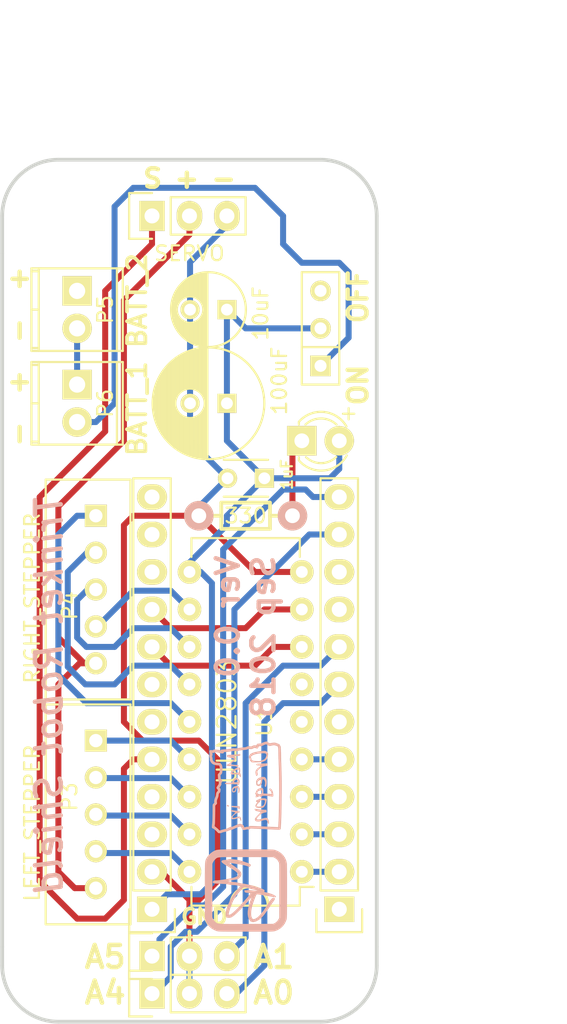
<source format=kicad_pcb>
(kicad_pcb (version 4) (host pcbnew 4.0.4-stable)

  (general
    (links 38)
    (no_connects 0)
    (area 121.792999 59.562999 147.447001 118.237001)
    (thickness 1.6)
    (drawings 27)
    (tracks 162)
    (zones 0)
    (modules 22)
    (nets 26)
  )

  (page USLetter)
  (title_block
    (title "OSH Park Badge")
    (company www.MakersBox.us)
    (comment 1 "K. Olsen")
  )

  (layers
    (0 F.Cu signal hide)
    (31 B.Cu signal hide)
    (34 B.Paste user)
    (35 F.Paste user)
    (36 B.SilkS user hide)
    (37 F.SilkS user)
    (38 B.Mask user)
    (39 F.Mask user)
    (40 Dwgs.User user)
    (44 Edge.Cuts user)
  )

  (setup
    (last_trace_width 0.4064)
    (user_trace_width 0.254)
    (user_trace_width 0.3048)
    (user_trace_width 0.4064)
    (user_trace_width 0.6096)
    (user_trace_width 2.032)
    (trace_clearance 0.1524)
    (zone_clearance 0.508)
    (zone_45_only no)
    (trace_min 0.1524)
    (segment_width 0.254)
    (edge_width 0.254)
    (via_size 0.6858)
    (via_drill 0.3302)
    (via_min_size 0.6858)
    (via_min_drill 0.3302)
    (user_via 1 0.5)
    (uvia_size 0.762)
    (uvia_drill 0.508)
    (uvias_allowed no)
    (uvia_min_size 0.508)
    (uvia_min_drill 0.127)
    (pcb_text_width 0.3)
    (pcb_text_size 1.5 1.5)
    (mod_edge_width 0.15)
    (mod_text_size 1 1)
    (mod_text_width 0.15)
    (pad_size 17.78 17.78)
    (pad_drill 0)
    (pad_to_mask_clearance 0)
    (aux_axis_origin 0 0)
    (grid_origin 210.82 95.25)
    (visible_elements 7FFFFFFF)
    (pcbplotparams
      (layerselection 0x010f0_80000001)
      (usegerberextensions true)
      (excludeedgelayer true)
      (linewidth 0.100000)
      (plotframeref false)
      (viasonmask false)
      (mode 1)
      (useauxorigin false)
      (hpglpennumber 1)
      (hpglpenspeed 20)
      (hpglpendiameter 15)
      (hpglpenoverlay 2)
      (psnegative false)
      (psa4output false)
      (plotreference true)
      (plotvalue true)
      (plotinvisibletext false)
      (padsonsilk false)
      (subtractmaskfromsilk false)
      (outputformat 1)
      (mirror false)
      (drillshape 0)
      (scaleselection 1)
      (outputdirectory gerbers/))
  )

  (net 0 "")
  (net 1 GND)
  (net 2 "Net-(D1-Pad1)")
  (net 3 /VBAT)
  (net 4 /D10)
  (net 5 /D11)
  (net 6 /D12)
  (net 7 /D13)
  (net 8 /D8)
  (net 9 /D4)
  (net 10 /D3)
  (net 11 "Net-(P3-Pad2)")
  (net 12 "Net-(P3-Pad1)")
  (net 13 "Net-(P4-Pad2)")
  (net 14 "Net-(P4-Pad1)")
  (net 15 "Net-(P5-Pad2)")
  (net 16 "Net-(P6-Pad2)")
  (net 17 "Net-(P3-Pad3)")
  (net 18 "Net-(P3-Pad4)")
  (net 19 "Net-(P3-Pad5)")
  (net 20 "Net-(P4-Pad3)")
  (net 21 "Net-(P4-Pad4)")
  (net 22 /A4)
  (net 23 /A5)
  (net 24 /A0)
  (net 25 /A1)

  (net_class Default "This is the default net class."
    (clearance 0.1524)
    (trace_width 0.1524)
    (via_dia 0.6858)
    (via_drill 0.3302)
    (uvia_dia 0.762)
    (uvia_drill 0.508)
    (add_net /A0)
    (add_net /A1)
    (add_net /A4)
    (add_net /A5)
    (add_net /D10)
    (add_net /D11)
    (add_net /D12)
    (add_net /D13)
    (add_net /D3)
    (add_net /D4)
    (add_net /D8)
    (add_net /VBAT)
    (add_net GND)
    (add_net "Net-(D1-Pad1)")
    (add_net "Net-(P3-Pad1)")
    (add_net "Net-(P3-Pad2)")
    (add_net "Net-(P3-Pad3)")
    (add_net "Net-(P3-Pad4)")
    (add_net "Net-(P3-Pad5)")
    (add_net "Net-(P4-Pad1)")
    (add_net "Net-(P4-Pad2)")
    (add_net "Net-(P4-Pad3)")
    (add_net "Net-(P4-Pad4)")
    (add_net "Net-(P5-Pad2)")
    (add_net "Net-(P6-Pad2)")
  )

  (module Housings_DIP:DIP-18_W7.62mm (layer F.Cu) (tedit 59BB6E45) (tstamp 59BB5C40)
    (at 142.24 107.95 180)
    (descr "18-lead dip package, row spacing 7.62 mm (300 mils)")
    (tags "dil dip 2.54 300")
    (path /59BB515C)
    (fp_text reference U1 (at 2.54 10.16 450) (layer F.SilkS)
      (effects (font (size 1 1) (thickness 0.15)))
    )
    (fp_text value ULN2803 (at 5.08 10.16 270) (layer F.SilkS)
      (effects (font (size 1.27 1.27) (thickness 0.15)))
    )
    (fp_arc (start 3.556 -2.286) (end 4.826 -2.286) (angle 90) (layer F.SilkS) (width 0.2))
    (fp_arc (start 3.556 -2.286) (end 3.556 -1.016) (angle 90) (layer F.SilkS) (width 0.2))
    (fp_line (start -1.05 -2.45) (end -1.05 22.8) (layer F.CrtYd) (width 0.05))
    (fp_line (start 8.65 -2.45) (end 8.65 22.8) (layer F.CrtYd) (width 0.05))
    (fp_line (start -1.05 -2.45) (end 8.65 -2.45) (layer F.CrtYd) (width 0.05))
    (fp_line (start -1.05 22.8) (end 8.65 22.8) (layer F.CrtYd) (width 0.05))
    (fp_line (start 0.135 -2.295) (end 0.135 -1.025) (layer F.SilkS) (width 0.15))
    (fp_line (start 7.485 -2.295) (end 7.485 -1.025) (layer F.SilkS) (width 0.15))
    (fp_line (start 7.485 22.615) (end 7.485 21.345) (layer F.SilkS) (width 0.15))
    (fp_line (start 0.135 22.615) (end 0.135 21.345) (layer F.SilkS) (width 0.15))
    (fp_line (start 0.135 -2.295) (end 7.485 -2.295) (layer F.SilkS) (width 0.15))
    (fp_line (start 0.135 22.615) (end 7.485 22.615) (layer F.SilkS) (width 0.15))
    (fp_line (start 0.135 -1.025) (end -0.8 -1.025) (layer F.SilkS) (width 0.15))
    (pad 1 thru_hole oval (at 0 0 180) (size 1.6 1.6) (drill 0.8) (layers *.Cu *.Mask F.SilkS)
      (net 4 /D10))
    (pad 2 thru_hole oval (at 0 2.54 180) (size 1.6 1.6) (drill 0.8) (layers *.Cu *.Mask F.SilkS)
      (net 5 /D11))
    (pad 3 thru_hole oval (at 0 5.08 180) (size 1.6 1.6) (drill 0.8) (layers *.Cu *.Mask F.SilkS)
      (net 6 /D12))
    (pad 4 thru_hole oval (at 0 7.62 180) (size 1.6 1.6) (drill 0.8) (layers *.Cu *.Mask F.SilkS)
      (net 7 /D13))
    (pad 5 thru_hole oval (at 0 10.16 180) (size 1.6 1.6) (drill 0.8) (layers *.Cu *.Mask F.SilkS))
    (pad 6 thru_hole oval (at 0 12.7 180) (size 1.6 1.6) (drill 0.8) (layers *.Cu *.Mask F.SilkS))
    (pad 7 thru_hole oval (at 0 15.24 180) (size 1.6 1.6) (drill 0.8) (layers *.Cu *.Mask F.SilkS)
      (net 9 /D4))
    (pad 8 thru_hole oval (at 0 17.78 180) (size 1.6 1.6) (drill 0.8) (layers *.Cu *.Mask F.SilkS)
      (net 10 /D3))
    (pad 9 thru_hole oval (at 0 20.32 180) (size 1.6 1.6) (drill 0.8) (layers *.Cu *.Mask F.SilkS)
      (net 1 GND))
    (pad 10 thru_hole oval (at 7.62 20.32 180) (size 1.6 1.6) (drill 0.8) (layers *.Cu *.Mask F.SilkS)
      (net 3 /VBAT))
    (pad 11 thru_hole oval (at 7.62 17.78 180) (size 1.6 1.6) (drill 0.8) (layers *.Cu *.Mask F.SilkS)
      (net 21 "Net-(P4-Pad4)"))
    (pad 12 thru_hole oval (at 7.62 15.24 180) (size 1.6 1.6) (drill 0.8) (layers *.Cu *.Mask F.SilkS)
      (net 20 "Net-(P4-Pad3)"))
    (pad 13 thru_hole oval (at 7.62 12.7 180) (size 1.6 1.6) (drill 0.8) (layers *.Cu *.Mask F.SilkS)
      (net 13 "Net-(P4-Pad2)"))
    (pad 14 thru_hole oval (at 7.62 10.16 180) (size 1.6 1.6) (drill 0.8) (layers *.Cu *.Mask F.SilkS)
      (net 14 "Net-(P4-Pad1)"))
    (pad 15 thru_hole oval (at 7.62 7.62 180) (size 1.6 1.6) (drill 0.8) (layers *.Cu *.Mask F.SilkS)
      (net 12 "Net-(P3-Pad1)"))
    (pad 16 thru_hole oval (at 7.62 5.08 180) (size 1.6 1.6) (drill 0.8) (layers *.Cu *.Mask F.SilkS)
      (net 11 "Net-(P3-Pad2)"))
    (pad 17 thru_hole oval (at 7.62 2.54 180) (size 1.6 1.6) (drill 0.8) (layers *.Cu *.Mask F.SilkS)
      (net 17 "Net-(P3-Pad3)"))
    (pad 18 thru_hole oval (at 7.62 0 180) (size 1.6 1.6) (drill 0.8) (layers *.Cu *.Mask F.SilkS)
      (net 18 "Net-(P3-Pad4)"))
    (model Housings_DIP.3dshapes/DIP-18_W7.62mm.wrl
      (at (xyz 0 0 0))
      (scale (xyz 1 1 1))
      (rotate (xyz 0 0 0))
    )
  )

  (module library:JST_B5B-XH-A (layer F.Cu) (tedit 59BB6B9E) (tstamp 59BB5C04)
    (at 128.27 99.06 270)
    (descr "JST XH series connector, JST_B5B-XH-A")
    (tags "connector jst xh")
    (path /59BB5292)
    (fp_text reference P3 (at 3.81 1.778 270) (layer F.SilkS)
      (effects (font (size 1 1) (thickness 0.15)))
    )
    (fp_text value LEFT_STEPPER (at 5.588 4.318 270) (layer F.SilkS)
      (effects (font (size 1 1) (thickness 0.15)))
    )
    (fp_line (start -2.45 -2.35) (end 12.45 -2.35) (layer F.SilkS) (width 0.15))
    (fp_line (start -2.45 3.4) (end 12.45 3.4) (layer F.SilkS) (width 0.15))
    (fp_line (start -2.45 -2.35) (end -2.45 3.4) (layer F.SilkS) (width 0.15))
    (fp_line (start 12.45 -2.35) (end 12.45 3.4) (layer F.SilkS) (width 0.15))
    (fp_line (start -2.95 -2.85) (end 12.95 -2.85) (layer F.CrtYd) (width 0.05))
    (fp_line (start -2.95 3.9) (end 12.95 3.9) (layer F.CrtYd) (width 0.05))
    (fp_line (start -2.95 -2.85) (end -2.95 3.9) (layer F.CrtYd) (width 0.05))
    (fp_line (start 12.95 -2.85) (end 12.95 3.9) (layer F.CrtYd) (width 0.05))
    (pad 1 thru_hole rect (at 0 0 270) (size 1.5 1.5) (drill 0.9) (layers *.Cu *.Mask F.SilkS)
      (net 12 "Net-(P3-Pad1)"))
    (pad 2 thru_hole circle (at 2.5 0 270) (size 1.5 1.5) (drill 0.9) (layers *.Cu *.Mask F.SilkS)
      (net 11 "Net-(P3-Pad2)"))
    (pad 3 thru_hole circle (at 5 0 270) (size 1.5 1.5) (drill 0.9) (layers *.Cu *.Mask F.SilkS)
      (net 17 "Net-(P3-Pad3)"))
    (pad 4 thru_hole circle (at 7.5 0 270) (size 1.5 1.5) (drill 0.9) (layers *.Cu *.Mask F.SilkS)
      (net 18 "Net-(P3-Pad4)"))
    (pad 5 thru_hole circle (at 10 0 270) (size 1.5 1.5) (drill 0.9) (layers *.Cu *.Mask F.SilkS)
      (net 19 "Net-(P3-Pad5)"))
    (model ./kicad-jst-xh.3dshapes/JST_B5B-XH-A.wrl
      (at (xyz 0 0 0))
      (scale (xyz 0.3937007874 0.3937007874 0.3937007874))
      (rotate (xyz 0 0 0))
    )
  )

  (module library:JST_B5B-XH-A (layer F.Cu) (tedit 59BB6B94) (tstamp 59BB5C0A)
    (at 128.27 83.82 270)
    (descr "JST XH series connector, JST_B5B-XH-A")
    (tags "connector jst xh")
    (path /59BB5353)
    (fp_text reference P4 (at 6.096 1.778 270) (layer F.SilkS)
      (effects (font (size 1 1) (thickness 0.15)))
    )
    (fp_text value RIGHT_STEPPER (at 5.588 4.318 270) (layer F.SilkS)
      (effects (font (size 1 1) (thickness 0.15)))
    )
    (fp_line (start -2.45 -2.35) (end 12.45 -2.35) (layer F.SilkS) (width 0.15))
    (fp_line (start -2.45 3.4) (end 12.45 3.4) (layer F.SilkS) (width 0.15))
    (fp_line (start -2.45 -2.35) (end -2.45 3.4) (layer F.SilkS) (width 0.15))
    (fp_line (start 12.45 -2.35) (end 12.45 3.4) (layer F.SilkS) (width 0.15))
    (fp_line (start -2.95 -2.85) (end 12.95 -2.85) (layer F.CrtYd) (width 0.05))
    (fp_line (start -2.95 3.9) (end 12.95 3.9) (layer F.CrtYd) (width 0.05))
    (fp_line (start -2.95 -2.85) (end -2.95 3.9) (layer F.CrtYd) (width 0.05))
    (fp_line (start 12.95 -2.85) (end 12.95 3.9) (layer F.CrtYd) (width 0.05))
    (pad 1 thru_hole rect (at 0 0 270) (size 1.5 1.5) (drill 0.9) (layers *.Cu *.Mask F.SilkS)
      (net 14 "Net-(P4-Pad1)"))
    (pad 2 thru_hole circle (at 2.5 0 270) (size 1.5 1.5) (drill 0.9) (layers *.Cu *.Mask F.SilkS)
      (net 13 "Net-(P4-Pad2)"))
    (pad 3 thru_hole circle (at 5 0 270) (size 1.5 1.5) (drill 0.9) (layers *.Cu *.Mask F.SilkS)
      (net 20 "Net-(P4-Pad3)"))
    (pad 4 thru_hole circle (at 7.5 0 270) (size 1.5 1.5) (drill 0.9) (layers *.Cu *.Mask F.SilkS)
      (net 21 "Net-(P4-Pad4)"))
    (pad 5 thru_hole circle (at 10 0 270) (size 1.5 1.5) (drill 0.9) (layers *.Cu *.Mask F.SilkS)
      (net 19 "Net-(P3-Pad5)"))
    (model ./kicad-jst-xh.3dshapes/JST_B5B-XH-A.wrl
      (at (xyz 0 0 0))
      (scale (xyz 0.3937007874 0.3937007874 0.3937007874))
      (rotate (xyz 0 0 0))
    )
  )

  (module myFootPrints:Lego_Pad (layer F.Cu) (tedit 59BB65C9) (tstamp 59BD6DD4)
    (at 125.73 114.3)
    (descr "Through hole pin header")
    (tags "pin header")
    (fp_text reference P9 (at 0 0) (layer F.SilkS) hide
      (effects (font (size 1 1) (thickness 0.15)))
    )
    (fp_text value CONN_01X01 (at 0 -1.27) (layer F.Fab) hide
      (effects (font (size 0.127 0.127) (thickness 0.03175)))
    )
    (pad "" np_thru_hole circle (at 0 0) (size 3.25 3.25) (drill 3.25) (layers *.Cu *.Mask))
    (model Pin_Headers.3dshapes/Pin_Header_Straight_1x01.wrl
      (at (xyz 0 0 0))
      (scale (xyz 1 1 1))
      (rotate (xyz 0 0 90))
    )
  )

  (module myFootPrints:Lego_Pad (layer F.Cu) (tedit 59BB65D8) (tstamp 59BD6DCD)
    (at 143.51 114.3)
    (descr "Through hole pin header")
    (tags "pin header")
    (fp_text reference P9 (at 0 0) (layer F.SilkS) hide
      (effects (font (size 1 1) (thickness 0.15)))
    )
    (fp_text value CONN_01X01 (at 0 -1.27) (layer F.Fab) hide
      (effects (font (size 0.127 0.127) (thickness 0.03175)))
    )
    (pad "" np_thru_hole circle (at 0 0) (size 3.25 3.25) (drill 3.25) (layers *.Cu *.Mask))
    (model Pin_Headers.3dshapes/Pin_Header_Straight_1x01.wrl
      (at (xyz 0 0 0))
      (scale (xyz 1 1 1))
      (rotate (xyz 0 0 90))
    )
  )

  (module myFootPrints:Lego_Pad (layer F.Cu) (tedit 59BB65F8) (tstamp 59BD6DC0)
    (at 143.51 63.5)
    (descr "Through hole pin header")
    (tags "pin header")
    (fp_text reference P9 (at 0 0) (layer F.SilkS) hide
      (effects (font (size 1 1) (thickness 0.15)))
    )
    (fp_text value CONN_01X01 (at 0 -1.27) (layer F.Fab) hide
      (effects (font (size 0.127 0.127) (thickness 0.03175)))
    )
    (pad "" np_thru_hole circle (at 0 0) (size 3.25 3.25) (drill 3.25) (layers *.Cu *.Mask))
    (model Pin_Headers.3dshapes/Pin_Header_Straight_1x01.wrl
      (at (xyz 0 0 0))
      (scale (xyz 1 1 1))
      (rotate (xyz 0 0 90))
    )
  )

  (module myFootPrints:Lego_Pad (layer F.Cu) (tedit 59BB65E8) (tstamp 59BD6DA2)
    (at 125.73 63.5)
    (descr "Through hole pin header")
    (tags "pin header")
    (fp_text reference P9 (at 0 0) (layer F.SilkS) hide
      (effects (font (size 1 1) (thickness 0.15)))
    )
    (fp_text value CONN_01X01 (at 0 -1.27) (layer F.Fab) hide
      (effects (font (size 0.127 0.127) (thickness 0.03175)))
    )
    (pad "" np_thru_hole circle (at 0 0) (size 3.25 3.25) (drill 3.25) (layers *.Cu *.Mask))
    (model Pin_Headers.3dshapes/Pin_Header_Straight_1x01.wrl
      (at (xyz 0 0 0))
      (scale (xyz 1 1 1))
      (rotate (xyz 0 0 90))
    )
  )

  (module Capacitors_ThroughHole:C_Radial_D7.5_L11.2_P2.5 (layer F.Cu) (tedit 59BB6C10) (tstamp 59BB5BCC)
    (at 137.16 76.2 180)
    (descr "Radial Electrolytic Capacitor Diameter 7.5mm x Length 11.2mm, Pitch 2.5mm")
    (tags "Electrolytic Capacitor")
    (path /59BB855D)
    (fp_text reference C1 (at 0 -2.54 180) (layer F.SilkS) hide
      (effects (font (size 1 1) (thickness 0.15)))
    )
    (fp_text value 100uF (at -3.556 1.524 270) (layer F.SilkS)
      (effects (font (size 1 1) (thickness 0.15)))
    )
    (fp_line (start 1.325 -3.749) (end 1.325 3.749) (layer F.SilkS) (width 0.15))
    (fp_line (start 1.465 -3.744) (end 1.465 3.744) (layer F.SilkS) (width 0.15))
    (fp_line (start 1.605 -3.733) (end 1.605 -0.446) (layer F.SilkS) (width 0.15))
    (fp_line (start 1.605 0.446) (end 1.605 3.733) (layer F.SilkS) (width 0.15))
    (fp_line (start 1.745 -3.717) (end 1.745 -0.656) (layer F.SilkS) (width 0.15))
    (fp_line (start 1.745 0.656) (end 1.745 3.717) (layer F.SilkS) (width 0.15))
    (fp_line (start 1.885 -3.696) (end 1.885 -0.789) (layer F.SilkS) (width 0.15))
    (fp_line (start 1.885 0.789) (end 1.885 3.696) (layer F.SilkS) (width 0.15))
    (fp_line (start 2.025 -3.669) (end 2.025 -0.88) (layer F.SilkS) (width 0.15))
    (fp_line (start 2.025 0.88) (end 2.025 3.669) (layer F.SilkS) (width 0.15))
    (fp_line (start 2.165 -3.637) (end 2.165 -0.942) (layer F.SilkS) (width 0.15))
    (fp_line (start 2.165 0.942) (end 2.165 3.637) (layer F.SilkS) (width 0.15))
    (fp_line (start 2.305 -3.599) (end 2.305 -0.981) (layer F.SilkS) (width 0.15))
    (fp_line (start 2.305 0.981) (end 2.305 3.599) (layer F.SilkS) (width 0.15))
    (fp_line (start 2.445 -3.555) (end 2.445 -0.998) (layer F.SilkS) (width 0.15))
    (fp_line (start 2.445 0.998) (end 2.445 3.555) (layer F.SilkS) (width 0.15))
    (fp_line (start 2.585 -3.504) (end 2.585 -0.996) (layer F.SilkS) (width 0.15))
    (fp_line (start 2.585 0.996) (end 2.585 3.504) (layer F.SilkS) (width 0.15))
    (fp_line (start 2.725 -3.448) (end 2.725 -0.974) (layer F.SilkS) (width 0.15))
    (fp_line (start 2.725 0.974) (end 2.725 3.448) (layer F.SilkS) (width 0.15))
    (fp_line (start 2.865 -3.384) (end 2.865 -0.931) (layer F.SilkS) (width 0.15))
    (fp_line (start 2.865 0.931) (end 2.865 3.384) (layer F.SilkS) (width 0.15))
    (fp_line (start 3.005 -3.314) (end 3.005 -0.863) (layer F.SilkS) (width 0.15))
    (fp_line (start 3.005 0.863) (end 3.005 3.314) (layer F.SilkS) (width 0.15))
    (fp_line (start 3.145 -3.236) (end 3.145 -0.764) (layer F.SilkS) (width 0.15))
    (fp_line (start 3.145 0.764) (end 3.145 3.236) (layer F.SilkS) (width 0.15))
    (fp_line (start 3.285 -3.15) (end 3.285 -0.619) (layer F.SilkS) (width 0.15))
    (fp_line (start 3.285 0.619) (end 3.285 3.15) (layer F.SilkS) (width 0.15))
    (fp_line (start 3.425 -3.055) (end 3.425 -0.38) (layer F.SilkS) (width 0.15))
    (fp_line (start 3.425 0.38) (end 3.425 3.055) (layer F.SilkS) (width 0.15))
    (fp_line (start 3.565 -2.95) (end 3.565 2.95) (layer F.SilkS) (width 0.15))
    (fp_line (start 3.705 -2.835) (end 3.705 2.835) (layer F.SilkS) (width 0.15))
    (fp_line (start 3.845 -2.707) (end 3.845 2.707) (layer F.SilkS) (width 0.15))
    (fp_line (start 3.985 -2.566) (end 3.985 2.566) (layer F.SilkS) (width 0.15))
    (fp_line (start 4.125 -2.408) (end 4.125 2.408) (layer F.SilkS) (width 0.15))
    (fp_line (start 4.265 -2.23) (end 4.265 2.23) (layer F.SilkS) (width 0.15))
    (fp_line (start 4.405 -2.027) (end 4.405 2.027) (layer F.SilkS) (width 0.15))
    (fp_line (start 4.545 -1.79) (end 4.545 1.79) (layer F.SilkS) (width 0.15))
    (fp_line (start 4.685 -1.504) (end 4.685 1.504) (layer F.SilkS) (width 0.15))
    (fp_line (start 4.825 -1.132) (end 4.825 1.132) (layer F.SilkS) (width 0.15))
    (fp_line (start 4.965 -0.511) (end 4.965 0.511) (layer F.SilkS) (width 0.15))
    (fp_circle (center 2.5 0) (end 2.5 -1) (layer F.SilkS) (width 0.15))
    (fp_circle (center 1.25 0) (end 1.25 -3.7875) (layer F.SilkS) (width 0.15))
    (fp_circle (center 1.25 0) (end 1.25 -4.1) (layer F.CrtYd) (width 0.05))
    (pad 2 thru_hole circle (at 2.5 0 180) (size 1.3 1.3) (drill 0.8) (layers *.Cu *.Mask F.SilkS)
      (net 1 GND))
    (pad 1 thru_hole rect (at 0 0 180) (size 1.3 1.3) (drill 0.8) (layers *.Cu *.Mask F.SilkS)
      (net 3 /VBAT))
    (model Capacitors_ThroughHole.3dshapes/C_Radial_D7.5_L11.2_P2.5.wrl
      (at (xyz 0 0 0))
      (scale (xyz 1 1 1))
      (rotate (xyz 0 0 0))
    )
  )

  (module Capacitors_ThroughHole:C_Radial_D5_L11_P2.5 (layer F.Cu) (tedit 59BB6C0C) (tstamp 59BB5BD2)
    (at 137.16 69.85 180)
    (descr "Radial Electrolytic Capacitor Diameter 5mm x Length 11mm, Pitch 2.5mm")
    (tags "Electrolytic Capacitor")
    (path /59BB864C)
    (fp_text reference C2 (at 0 -1.27 180) (layer F.SilkS) hide
      (effects (font (size 1 1) (thickness 0.15)))
    )
    (fp_text value 10uF (at -2.286 -0.254 270) (layer F.SilkS)
      (effects (font (size 1 1) (thickness 0.15)))
    )
    (fp_line (start 1.325 -2.499) (end 1.325 2.499) (layer F.SilkS) (width 0.15))
    (fp_line (start 1.465 -2.491) (end 1.465 2.491) (layer F.SilkS) (width 0.15))
    (fp_line (start 1.605 -2.475) (end 1.605 -0.095) (layer F.SilkS) (width 0.15))
    (fp_line (start 1.605 0.095) (end 1.605 2.475) (layer F.SilkS) (width 0.15))
    (fp_line (start 1.745 -2.451) (end 1.745 -0.49) (layer F.SilkS) (width 0.15))
    (fp_line (start 1.745 0.49) (end 1.745 2.451) (layer F.SilkS) (width 0.15))
    (fp_line (start 1.885 -2.418) (end 1.885 -0.657) (layer F.SilkS) (width 0.15))
    (fp_line (start 1.885 0.657) (end 1.885 2.418) (layer F.SilkS) (width 0.15))
    (fp_line (start 2.025 -2.377) (end 2.025 -0.764) (layer F.SilkS) (width 0.15))
    (fp_line (start 2.025 0.764) (end 2.025 2.377) (layer F.SilkS) (width 0.15))
    (fp_line (start 2.165 -2.327) (end 2.165 -0.835) (layer F.SilkS) (width 0.15))
    (fp_line (start 2.165 0.835) (end 2.165 2.327) (layer F.SilkS) (width 0.15))
    (fp_line (start 2.305 -2.266) (end 2.305 -0.879) (layer F.SilkS) (width 0.15))
    (fp_line (start 2.305 0.879) (end 2.305 2.266) (layer F.SilkS) (width 0.15))
    (fp_line (start 2.445 -2.196) (end 2.445 -0.898) (layer F.SilkS) (width 0.15))
    (fp_line (start 2.445 0.898) (end 2.445 2.196) (layer F.SilkS) (width 0.15))
    (fp_line (start 2.585 -2.114) (end 2.585 -0.896) (layer F.SilkS) (width 0.15))
    (fp_line (start 2.585 0.896) (end 2.585 2.114) (layer F.SilkS) (width 0.15))
    (fp_line (start 2.725 -2.019) (end 2.725 -0.871) (layer F.SilkS) (width 0.15))
    (fp_line (start 2.725 0.871) (end 2.725 2.019) (layer F.SilkS) (width 0.15))
    (fp_line (start 2.865 -1.908) (end 2.865 -0.823) (layer F.SilkS) (width 0.15))
    (fp_line (start 2.865 0.823) (end 2.865 1.908) (layer F.SilkS) (width 0.15))
    (fp_line (start 3.005 -1.78) (end 3.005 -0.745) (layer F.SilkS) (width 0.15))
    (fp_line (start 3.005 0.745) (end 3.005 1.78) (layer F.SilkS) (width 0.15))
    (fp_line (start 3.145 -1.631) (end 3.145 -0.628) (layer F.SilkS) (width 0.15))
    (fp_line (start 3.145 0.628) (end 3.145 1.631) (layer F.SilkS) (width 0.15))
    (fp_line (start 3.285 -1.452) (end 3.285 -0.44) (layer F.SilkS) (width 0.15))
    (fp_line (start 3.285 0.44) (end 3.285 1.452) (layer F.SilkS) (width 0.15))
    (fp_line (start 3.425 -1.233) (end 3.425 1.233) (layer F.SilkS) (width 0.15))
    (fp_line (start 3.565 -0.944) (end 3.565 0.944) (layer F.SilkS) (width 0.15))
    (fp_line (start 3.705 -0.472) (end 3.705 0.472) (layer F.SilkS) (width 0.15))
    (fp_circle (center 2.5 0) (end 2.5 -0.9) (layer F.SilkS) (width 0.15))
    (fp_circle (center 1.25 0) (end 1.25 -2.5375) (layer F.SilkS) (width 0.15))
    (fp_circle (center 1.25 0) (end 1.25 -2.8) (layer F.CrtYd) (width 0.05))
    (pad 1 thru_hole rect (at 0 0 180) (size 1.3 1.3) (drill 0.8) (layers *.Cu *.Mask F.SilkS)
      (net 3 /VBAT))
    (pad 2 thru_hole circle (at 2.5 0 180) (size 1.3 1.3) (drill 0.8) (layers *.Cu *.Mask F.SilkS)
      (net 1 GND))
    (model Capacitors_ThroughHole.3dshapes/C_Radial_D5_L11_P2.5.wrl
      (at (xyz 0.049213 0 0))
      (scale (xyz 1 1 1))
      (rotate (xyz 0 0 90))
    )
  )

  (module Capacitors_ThroughHole:C_Disc_D3_P2.5 (layer F.Cu) (tedit 59BB6C49) (tstamp 59BB5BD8)
    (at 139.7 81.28 180)
    (descr "Capacitor 3mm Disc, Pitch 2.5mm")
    (tags Capacitor)
    (path /59BB8677)
    (fp_text reference C3 (at 3.81 1.27 180) (layer F.SilkS) hide
      (effects (font (size 1 1) (thickness 0.15)))
    )
    (fp_text value 1uF (at -1.524 0.254 270) (layer F.SilkS)
      (effects (font (size 0.762 0.762) (thickness 0.15)))
    )
    (fp_line (start -0.9 -1.5) (end 3.4 -1.5) (layer F.CrtYd) (width 0.05))
    (fp_line (start 3.4 -1.5) (end 3.4 1.5) (layer F.CrtYd) (width 0.05))
    (fp_line (start 3.4 1.5) (end -0.9 1.5) (layer F.CrtYd) (width 0.05))
    (fp_line (start -0.9 1.5) (end -0.9 -1.5) (layer F.CrtYd) (width 0.05))
    (fp_line (start -0.25 -1.25) (end 2.75 -1.25) (layer F.SilkS) (width 0.15))
    (fp_line (start 2.75 1.25) (end -0.25 1.25) (layer F.SilkS) (width 0.15))
    (pad 1 thru_hole rect (at 0 0 180) (size 1.3 1.3) (drill 0.8) (layers *.Cu *.Mask F.SilkS)
      (net 3 /VBAT))
    (pad 2 thru_hole circle (at 2.5 0 180) (size 1.3 1.3) (drill 0.8001) (layers *.Cu *.Mask F.SilkS)
      (net 1 GND))
    (model Capacitors_ThroughHole.3dshapes/C_Disc_D3_P2.5.wrl
      (at (xyz 0.0492126 0 0))
      (scale (xyz 1 1 1))
      (rotate (xyz 0 0 0))
    )
  )

  (module LEDs:LED-3MM (layer F.Cu) (tedit 59BB640B) (tstamp 59BB5BDE)
    (at 142.24 78.74)
    (descr "LED 3mm round vertical")
    (tags "LED  3mm round vertical")
    (path /59BB9D4D)
    (fp_text reference D1 (at 1.91 3.06) (layer F.SilkS) hide
      (effects (font (size 1 1) (thickness 0.15)))
    )
    (fp_text value LED (at 1.3 -2.9) (layer F.Fab)
      (effects (font (size 1 1) (thickness 0.15)))
    )
    (fp_line (start -1.2 2.3) (end 3.8 2.3) (layer F.CrtYd) (width 0.05))
    (fp_line (start 3.8 2.3) (end 3.8 -2.2) (layer F.CrtYd) (width 0.05))
    (fp_line (start 3.8 -2.2) (end -1.2 -2.2) (layer F.CrtYd) (width 0.05))
    (fp_line (start -1.2 -2.2) (end -1.2 2.3) (layer F.CrtYd) (width 0.05))
    (fp_line (start -0.199 1.314) (end -0.199 1.114) (layer F.SilkS) (width 0.15))
    (fp_line (start -0.199 -1.28) (end -0.199 -1.1) (layer F.SilkS) (width 0.15))
    (fp_arc (start 1.301 0.034) (end -0.199 -1.286) (angle 108.5) (layer F.SilkS) (width 0.15))
    (fp_arc (start 1.301 0.034) (end 0.25 -1.1) (angle 85.7) (layer F.SilkS) (width 0.15))
    (fp_arc (start 1.311 0.034) (end 3.051 0.994) (angle 110) (layer F.SilkS) (width 0.15))
    (fp_arc (start 1.301 0.034) (end 2.335 1.094) (angle 87.5) (layer F.SilkS) (width 0.15))
    (fp_text user + (at 3.175 -1.905) (layer F.SilkS)
      (effects (font (size 1 1) (thickness 0.15)))
    )
    (pad 1 thru_hole rect (at 0 0 90) (size 2 2) (drill 1.00076) (layers *.Cu *.Mask F.SilkS)
      (net 2 "Net-(D1-Pad1)"))
    (pad 2 thru_hole circle (at 2.54 0) (size 2 2) (drill 1.00076) (layers *.Cu *.Mask F.SilkS)
      (net 3 /VBAT))
    (model LEDs.3dshapes/LED-3MM.wrl
      (at (xyz 0.05 0 0))
      (scale (xyz 1 1 1))
      (rotate (xyz 0 0 90))
    )
  )

  (module Pin_Headers:Pin_Header_Straight_1x12 (layer F.Cu) (tedit 59BB62B7) (tstamp 59BB5BEE)
    (at 144.78 110.49 180)
    (descr "Through hole pin header")
    (tags "pin header")
    (path /59BB4AEE)
    (fp_text reference P1 (at 0 -2.54 180) (layer Dwgs.User) hide
      (effects (font (size 1 1) (thickness 0.15)))
    )
    (fp_text value TRINKET_LEFT (at 0 -3.1 180) (layer F.Fab)
      (effects (font (size 1 1) (thickness 0.15)))
    )
    (fp_line (start -1.75 -1.75) (end -1.75 29.7) (layer F.CrtYd) (width 0.05))
    (fp_line (start 1.75 -1.75) (end 1.75 29.7) (layer F.CrtYd) (width 0.05))
    (fp_line (start -1.75 -1.75) (end 1.75 -1.75) (layer F.CrtYd) (width 0.05))
    (fp_line (start -1.75 29.7) (end 1.75 29.7) (layer F.CrtYd) (width 0.05))
    (fp_line (start 1.27 1.27) (end 1.27 29.21) (layer F.SilkS) (width 0.15))
    (fp_line (start 1.27 29.21) (end -1.27 29.21) (layer F.SilkS) (width 0.15))
    (fp_line (start -1.27 29.21) (end -1.27 1.27) (layer F.SilkS) (width 0.15))
    (fp_line (start 1.55 -1.55) (end 1.55 0) (layer F.SilkS) (width 0.15))
    (fp_line (start 1.27 1.27) (end -1.27 1.27) (layer F.SilkS) (width 0.15))
    (fp_line (start -1.55 0) (end -1.55 -1.55) (layer F.SilkS) (width 0.15))
    (fp_line (start -1.55 -1.55) (end 1.55 -1.55) (layer F.SilkS) (width 0.15))
    (pad 1 thru_hole rect (at 0 0 180) (size 2.032 1.7272) (drill 1.016) (layers *.Cu *.Mask F.SilkS))
    (pad 2 thru_hole oval (at 0 2.54 180) (size 2.032 1.7272) (drill 1.016) (layers *.Cu *.Mask F.SilkS)
      (net 4 /D10))
    (pad 3 thru_hole oval (at 0 5.08 180) (size 2.032 1.7272) (drill 1.016) (layers *.Cu *.Mask F.SilkS)
      (net 5 /D11))
    (pad 4 thru_hole oval (at 0 7.62 180) (size 2.032 1.7272) (drill 1.016) (layers *.Cu *.Mask F.SilkS)
      (net 6 /D12))
    (pad 5 thru_hole oval (at 0 10.16 180) (size 2.032 1.7272) (drill 1.016) (layers *.Cu *.Mask F.SilkS)
      (net 7 /D13))
    (pad 6 thru_hole oval (at 0 12.7 180) (size 2.032 1.7272) (drill 1.016) (layers *.Cu *.Mask F.SilkS))
    (pad 7 thru_hole oval (at 0 15.24 180) (size 2.032 1.7272) (drill 1.016) (layers *.Cu *.Mask F.SilkS)
      (net 24 /A0))
    (pad 8 thru_hole oval (at 0 17.78 180) (size 2.032 1.7272) (drill 1.016) (layers *.Cu *.Mask F.SilkS)
      (net 25 /A1))
    (pad 9 thru_hole oval (at 0 20.32 180) (size 2.032 1.7272) (drill 1.016) (layers *.Cu *.Mask F.SilkS))
    (pad 10 thru_hole oval (at 0 22.86 180) (size 2.032 1.7272) (drill 1.016) (layers *.Cu *.Mask F.SilkS))
    (pad 11 thru_hole oval (at 0 25.4 180) (size 2.032 1.7272) (drill 1.016) (layers *.Cu *.Mask F.SilkS)
      (net 22 /A4))
    (pad 12 thru_hole oval (at 0 27.94 180) (size 2.032 1.7272) (drill 1.016) (layers *.Cu *.Mask F.SilkS)
      (net 23 /A5))
    (model Pin_Headers.3dshapes/Pin_Header_Straight_1x12.wrl
      (at (xyz 0 -0.55 0))
      (scale (xyz 1 1 1))
      (rotate (xyz 0 0 90))
    )
  )

  (module Pin_Headers:Pin_Header_Straight_1x12 (layer F.Cu) (tedit 59BB62C4) (tstamp 59BB5BFE)
    (at 132.08 110.49 180)
    (descr "Through hole pin header")
    (tags "pin header")
    (path /59BB4B2E)
    (fp_text reference P2 (at 0 -2.54 180) (layer Dwgs.User) hide
      (effects (font (size 1 1) (thickness 0.15)))
    )
    (fp_text value TRINKET_RIGHT (at 0 -3.1 180) (layer F.Fab)
      (effects (font (size 1 1) (thickness 0.15)))
    )
    (fp_line (start -1.75 -1.75) (end -1.75 29.7) (layer F.CrtYd) (width 0.05))
    (fp_line (start 1.75 -1.75) (end 1.75 29.7) (layer F.CrtYd) (width 0.05))
    (fp_line (start -1.75 -1.75) (end 1.75 -1.75) (layer F.CrtYd) (width 0.05))
    (fp_line (start -1.75 29.7) (end 1.75 29.7) (layer F.CrtYd) (width 0.05))
    (fp_line (start 1.27 1.27) (end 1.27 29.21) (layer F.SilkS) (width 0.15))
    (fp_line (start 1.27 29.21) (end -1.27 29.21) (layer F.SilkS) (width 0.15))
    (fp_line (start -1.27 29.21) (end -1.27 1.27) (layer F.SilkS) (width 0.15))
    (fp_line (start 1.55 -1.55) (end 1.55 0) (layer F.SilkS) (width 0.15))
    (fp_line (start 1.27 1.27) (end -1.27 1.27) (layer F.SilkS) (width 0.15))
    (fp_line (start -1.55 0) (end -1.55 -1.55) (layer F.SilkS) (width 0.15))
    (fp_line (start -1.55 -1.55) (end 1.55 -1.55) (layer F.SilkS) (width 0.15))
    (pad 1 thru_hole rect (at 0 0 180) (size 2.032 1.7272) (drill 1.016) (layers *.Cu *.Mask F.SilkS)
      (net 3 /VBAT))
    (pad 2 thru_hole oval (at 0 2.54 180) (size 2.032 1.7272) (drill 1.016) (layers *.Cu *.Mask F.SilkS)
      (net 1 GND))
    (pad 3 thru_hole oval (at 0 5.08 180) (size 2.032 1.7272) (drill 1.016) (layers *.Cu *.Mask F.SilkS))
    (pad 4 thru_hole oval (at 0 7.62 180) (size 2.032 1.7272) (drill 1.016) (layers *.Cu *.Mask F.SilkS))
    (pad 5 thru_hole oval (at 0 10.16 180) (size 2.032 1.7272) (drill 1.016) (layers *.Cu *.Mask F.SilkS)
      (net 8 /D8))
    (pad 6 thru_hole oval (at 0 12.7 180) (size 2.032 1.7272) (drill 1.016) (layers *.Cu *.Mask F.SilkS))
    (pad 7 thru_hole oval (at 0 15.24 180) (size 2.032 1.7272) (drill 1.016) (layers *.Cu *.Mask F.SilkS))
    (pad 8 thru_hole oval (at 0 17.78 180) (size 2.032 1.7272) (drill 1.016) (layers *.Cu *.Mask F.SilkS)
      (net 9 /D4))
    (pad 9 thru_hole oval (at 0 20.32 180) (size 2.032 1.7272) (drill 1.016) (layers *.Cu *.Mask F.SilkS)
      (net 10 /D3))
    (pad 10 thru_hole oval (at 0 22.86 180) (size 2.032 1.7272) (drill 1.016) (layers *.Cu *.Mask F.SilkS))
    (pad 11 thru_hole oval (at 0 25.4 180) (size 2.032 1.7272) (drill 1.016) (layers *.Cu *.Mask F.SilkS))
    (pad 12 thru_hole oval (at 0 27.94 180) (size 2.032 1.7272) (drill 1.016) (layers *.Cu *.Mask F.SilkS))
    (model Pin_Headers.3dshapes/Pin_Header_Straight_1x12.wrl
      (at (xyz 0 -0.55 0))
      (scale (xyz 1 1 1))
      (rotate (xyz 0 0 90))
    )
  )

  (module Terminal_Blocks:TerminalBlock_Pheonix_MPT-2.54mm_2pol (layer F.Cu) (tedit 59BB62FB) (tstamp 59BB5C10)
    (at 127 68.58 270)
    (descr "2-way 2.54mm pitch terminal block, Phoenix MPT series")
    (path /59BB6BDF)
    (fp_text reference P5 (at 1.27 -1.905 270) (layer F.SilkS)
      (effects (font (size 1 1) (thickness 0.15)))
    )
    (fp_text value BATT1 (at 1.27 4.50088 270) (layer F.Fab)
      (effects (font (size 1 1) (thickness 0.15)))
    )
    (fp_line (start -1.7 -3.3) (end 4.3 -3.3) (layer F.CrtYd) (width 0.05))
    (fp_line (start -1.7 3.3) (end -1.7 -3.3) (layer F.CrtYd) (width 0.05))
    (fp_line (start 4.3 3.3) (end -1.7 3.3) (layer F.CrtYd) (width 0.05))
    (fp_line (start 4.3 -3.3) (end 4.3 3.3) (layer F.CrtYd) (width 0.05))
    (fp_line (start 4.06908 2.60096) (end -1.52908 2.60096) (layer F.SilkS) (width 0.15))
    (fp_line (start -1.33096 3.0988) (end -1.33096 2.60096) (layer F.SilkS) (width 0.15))
    (fp_line (start 3.87096 2.60096) (end 3.87096 3.0988) (layer F.SilkS) (width 0.15))
    (fp_line (start 1.27 3.0988) (end 1.27 2.60096) (layer F.SilkS) (width 0.15))
    (fp_line (start -1.52908 -2.70002) (end 4.06908 -2.70002) (layer F.SilkS) (width 0.15))
    (fp_line (start -1.52908 3.0988) (end 4.06908 3.0988) (layer F.SilkS) (width 0.15))
    (fp_line (start 4.06908 3.0988) (end 4.06908 -3.0988) (layer F.SilkS) (width 0.15))
    (fp_line (start 4.06908 -3.0988) (end -1.52908 -3.0988) (layer F.SilkS) (width 0.15))
    (fp_line (start -1.52908 -3.0988) (end -1.52908 3.0988) (layer F.SilkS) (width 0.15))
    (pad 2 thru_hole oval (at 2.54 0 270) (size 1.99898 1.99898) (drill 1.09728) (layers *.Cu *.Mask F.SilkS)
      (net 15 "Net-(P5-Pad2)"))
    (pad 1 thru_hole rect (at 0 0 270) (size 1.99898 1.99898) (drill 1.09728) (layers *.Cu *.Mask F.SilkS))
    (model Terminal_Blocks.3dshapes/TerminalBlock_Pheonix_MPT-2.54mm_2pol.wrl
      (at (xyz 0.05 0 0))
      (scale (xyz 1 1 1))
      (rotate (xyz 0 0 0))
    )
  )

  (module Terminal_Blocks:TerminalBlock_Pheonix_MPT-2.54mm_2pol (layer F.Cu) (tedit 59BB62F5) (tstamp 59BB5C16)
    (at 127 74.93 270)
    (descr "2-way 2.54mm pitch terminal block, Phoenix MPT series")
    (path /59BB6C46)
    (fp_text reference P6 (at 1.27 -1.905 270) (layer F.SilkS)
      (effects (font (size 1 1) (thickness 0.15)))
    )
    (fp_text value BATT2 (at 1.27 4.50088 270) (layer F.Fab)
      (effects (font (size 1 1) (thickness 0.15)))
    )
    (fp_line (start -1.7 -3.3) (end 4.3 -3.3) (layer F.CrtYd) (width 0.05))
    (fp_line (start -1.7 3.3) (end -1.7 -3.3) (layer F.CrtYd) (width 0.05))
    (fp_line (start 4.3 3.3) (end -1.7 3.3) (layer F.CrtYd) (width 0.05))
    (fp_line (start 4.3 -3.3) (end 4.3 3.3) (layer F.CrtYd) (width 0.05))
    (fp_line (start 4.06908 2.60096) (end -1.52908 2.60096) (layer F.SilkS) (width 0.15))
    (fp_line (start -1.33096 3.0988) (end -1.33096 2.60096) (layer F.SilkS) (width 0.15))
    (fp_line (start 3.87096 2.60096) (end 3.87096 3.0988) (layer F.SilkS) (width 0.15))
    (fp_line (start 1.27 3.0988) (end 1.27 2.60096) (layer F.SilkS) (width 0.15))
    (fp_line (start -1.52908 -2.70002) (end 4.06908 -2.70002) (layer F.SilkS) (width 0.15))
    (fp_line (start -1.52908 3.0988) (end 4.06908 3.0988) (layer F.SilkS) (width 0.15))
    (fp_line (start 4.06908 3.0988) (end 4.06908 -3.0988) (layer F.SilkS) (width 0.15))
    (fp_line (start 4.06908 -3.0988) (end -1.52908 -3.0988) (layer F.SilkS) (width 0.15))
    (fp_line (start -1.52908 -3.0988) (end -1.52908 3.0988) (layer F.SilkS) (width 0.15))
    (pad 2 thru_hole oval (at 2.54 0 270) (size 1.99898 1.99898) (drill 1.09728) (layers *.Cu *.Mask F.SilkS)
      (net 16 "Net-(P6-Pad2)"))
    (pad 1 thru_hole rect (at 0 0 270) (size 1.99898 1.99898) (drill 1.09728) (layers *.Cu *.Mask F.SilkS)
      (net 15 "Net-(P5-Pad2)"))
    (model Terminal_Blocks.3dshapes/TerminalBlock_Pheonix_MPT-2.54mm_2pol.wrl
      (at (xyz 0.05 0 0))
      (scale (xyz 1 1 1))
      (rotate (xyz 0 0 0))
    )
  )

  (module Pin_Headers:Pin_Header_Straight_1x03 (layer F.Cu) (tedit 59BB6734) (tstamp 59BB5C1D)
    (at 132.08 63.5 90)
    (descr "Through hole pin header")
    (tags "pin header")
    (path /59BB83B4)
    (fp_text reference P7 (at 0 7.62 180) (layer F.SilkS) hide
      (effects (font (size 1 1) (thickness 0.15)))
    )
    (fp_text value SERVO (at -2.54 2.54 180) (layer F.SilkS)
      (effects (font (size 1 1) (thickness 0.15)))
    )
    (fp_line (start -1.75 -1.75) (end -1.75 6.85) (layer F.CrtYd) (width 0.05))
    (fp_line (start 1.75 -1.75) (end 1.75 6.85) (layer F.CrtYd) (width 0.05))
    (fp_line (start -1.75 -1.75) (end 1.75 -1.75) (layer F.CrtYd) (width 0.05))
    (fp_line (start -1.75 6.85) (end 1.75 6.85) (layer F.CrtYd) (width 0.05))
    (fp_line (start -1.27 1.27) (end -1.27 6.35) (layer F.SilkS) (width 0.15))
    (fp_line (start -1.27 6.35) (end 1.27 6.35) (layer F.SilkS) (width 0.15))
    (fp_line (start 1.27 6.35) (end 1.27 1.27) (layer F.SilkS) (width 0.15))
    (fp_line (start 1.55 -1.55) (end 1.55 0) (layer F.SilkS) (width 0.15))
    (fp_line (start 1.27 1.27) (end -1.27 1.27) (layer F.SilkS) (width 0.15))
    (fp_line (start -1.55 0) (end -1.55 -1.55) (layer F.SilkS) (width 0.15))
    (fp_line (start -1.55 -1.55) (end 1.55 -1.55) (layer F.SilkS) (width 0.15))
    (pad 1 thru_hole rect (at 0 0 90) (size 2.032 1.7272) (drill 1.016) (layers *.Cu *.Mask F.SilkS)
      (net 8 /D8))
    (pad 2 thru_hole oval (at 0 2.54 90) (size 2.032 1.7272) (drill 1.016) (layers *.Cu *.Mask F.SilkS)
      (net 19 "Net-(P3-Pad5)"))
    (pad 3 thru_hole oval (at 0 5.08 90) (size 2.032 1.7272) (drill 1.016) (layers *.Cu *.Mask F.SilkS)
      (net 1 GND))
    (model Pin_Headers.3dshapes/Pin_Header_Straight_1x03.wrl
      (at (xyz 0 -0.1 0))
      (scale (xyz 1 1 1))
      (rotate (xyz 0 0 90))
    )
  )

  (module myFootPrints:Resistor_Horz (layer F.Cu) (tedit 5664956A) (tstamp 59BB5C23)
    (at 138.43 83.82 180)
    (descr "Resistor, Axial,  RM 10mm, 1/3W,")
    (tags "Resistor, Axial, RM 10mm, 1/3W,")
    (path /59BB9EB4)
    (fp_text reference R1 (at 0 -1.905 180) (layer F.Fab)
      (effects (font (size 1 1) (thickness 0.15)))
    )
    (fp_text value 330 (at 0 0 180) (layer F.SilkS)
      (effects (font (size 1 1) (thickness 0.15)))
    )
    (fp_line (start -1.651 0) (end -2.413 0) (layer F.SilkS) (width 0.254))
    (fp_line (start 1.651 0) (end 2.413 0) (layer F.SilkS) (width 0.254))
    (fp_line (start 1.651 0.889) (end 1.651 0.635) (layer F.SilkS) (width 0.254))
    (fp_line (start 1.651 0.889) (end -1.651 0.889) (layer F.SilkS) (width 0.254))
    (fp_line (start -1.651 0.889) (end -1.651 -0.889) (layer F.SilkS) (width 0.254))
    (fp_line (start -1.651 -0.889) (end 1.651 -0.889) (layer F.SilkS) (width 0.254))
    (fp_line (start 1.651 -0.889) (end 1.651 0.635) (layer F.SilkS) (width 0.254))
    (pad 1 thru_hole circle (at -3.175 0 180) (size 1.99898 1.99898) (drill 1.00076) (layers *.Cu *.SilkS *.Mask)
      (net 2 "Net-(D1-Pad1)"))
    (pad 2 thru_hole circle (at 3.175 0 180) (size 1.99898 1.99898) (drill 1.00076) (layers *.Cu *.SilkS *.Mask)
      (net 1 GND))
    (model Resistors_ThroughHole.3dshapes/Resistor_Horizontal_RM10mm.wrl
      (at (xyz 0 0 0))
      (scale (xyz 0.4 0.4 0.4))
      (rotate (xyz 0 0 0))
    )
  )

  (module myFootPrints:SW_Micro_SPST (layer F.Cu) (tedit 59BB6BCA) (tstamp 59BB5C2A)
    (at 143.51 71.12 90)
    (tags "Switch Micro SPST")
    (path /59BB6E38)
    (fp_text reference SW1 (at 2.286 -1.778 90) (layer F.SilkS) hide
      (effects (font (size 1 1) (thickness 0.15)))
    )
    (fp_text value SPST (at 2.54 -1.905 90) (layer F.Fab)
      (effects (font (size 1 1) (thickness 0.15)))
    )
    (fp_line (start -3.81 1.27) (end -3.81 -1.27) (layer F.SilkS) (width 0.15))
    (fp_line (start -3.81 -1.27) (end 3.81 -1.27) (layer F.SilkS) (width 0.15))
    (fp_line (start 3.81 -1.27) (end 3.81 1.27) (layer F.SilkS) (width 0.15))
    (fp_line (start 3.81 1.27) (end -3.81 1.27) (layer F.SilkS) (width 0.15))
    (fp_line (start -1.27 -1.27) (end -1.27 1.27) (layer F.SilkS) (width 0.15))
    (pad 1 thru_hole rect (at -2.54 0 90) (size 1.397 1.397) (drill 0.8128) (layers *.Cu *.Mask F.SilkS)
      (net 16 "Net-(P6-Pad2)"))
    (pad 2 thru_hole circle (at 0 0 90) (size 1.397 1.397) (drill 0.8128) (layers *.Cu *.Mask F.SilkS)
      (net 3 /VBAT))
    (pad 3 thru_hole circle (at 2.54 0 90) (size 1.397 1.397) (drill 0.8128) (layers *.Cu *.Mask F.SilkS))
    (model Buttons_Switches_ThroughHole.3dshapes/SW_Micro_SPST.wrl
      (at (xyz 0 0 0))
      (scale (xyz 0.33 0.33 0.33))
      (rotate (xyz 0 0 0))
    )
  )

  (module Pin_Headers:Pin_Header_Straight_1x03 (layer F.Cu) (tedit 59BB6A7D) (tstamp 59BD6F28)
    (at 132.08 113.665 90)
    (descr "Through hole pin header")
    (tags "pin header")
    (path /59BB6A01)
    (fp_text reference P8 (at 2.54 1.27 180) (layer F.SilkS) hide
      (effects (font (size 1 1) (thickness 0.15)))
    )
    (fp_text value "A5 - A1" (at 0 2.54 180) (layer F.SilkS) hide
      (effects (font (size 1 1) (thickness 0.15)))
    )
    (fp_line (start -1.75 -1.75) (end -1.75 6.85) (layer F.CrtYd) (width 0.05))
    (fp_line (start 1.75 -1.75) (end 1.75 6.85) (layer F.CrtYd) (width 0.05))
    (fp_line (start -1.75 -1.75) (end 1.75 -1.75) (layer F.CrtYd) (width 0.05))
    (fp_line (start -1.75 6.85) (end 1.75 6.85) (layer F.CrtYd) (width 0.05))
    (fp_line (start -1.27 1.27) (end -1.27 6.35) (layer F.SilkS) (width 0.15))
    (fp_line (start -1.27 6.35) (end 1.27 6.35) (layer F.SilkS) (width 0.15))
    (fp_line (start 1.27 6.35) (end 1.27 1.27) (layer F.SilkS) (width 0.15))
    (fp_line (start 1.55 -1.55) (end 1.55 0) (layer F.SilkS) (width 0.15))
    (fp_line (start 1.27 1.27) (end -1.27 1.27) (layer F.SilkS) (width 0.15))
    (fp_line (start -1.55 0) (end -1.55 -1.55) (layer F.SilkS) (width 0.15))
    (fp_line (start -1.55 -1.55) (end 1.55 -1.55) (layer F.SilkS) (width 0.15))
    (pad 1 thru_hole rect (at 0 0 90) (size 2.032 1.7272) (drill 1.016) (layers *.Cu *.Mask F.SilkS)
      (net 23 /A5))
    (pad 2 thru_hole oval (at 0 2.54 90) (size 2.032 1.7272) (drill 1.016) (layers *.Cu *.Mask F.SilkS)
      (net 1 GND))
    (pad 3 thru_hole oval (at 0 5.08 90) (size 2.032 1.7272) (drill 1.016) (layers *.Cu *.Mask F.SilkS)
      (net 25 /A1))
    (model Pin_Headers.3dshapes/Pin_Header_Straight_1x03.wrl
      (at (xyz 0 -0.1 0))
      (scale (xyz 1 1 1))
      (rotate (xyz 0 0 90))
    )
  )

  (module Pin_Headers:Pin_Header_Straight_1x03 (layer F.Cu) (tedit 59BB6A9D) (tstamp 59BD6F36)
    (at 132.08 116.205 90)
    (descr "Through hole pin header")
    (tags "pin header")
    (path /59BB6A67)
    (fp_text reference P11 (at 0 3.81 180) (layer F.SilkS) hide
      (effects (font (size 1 1) (thickness 0.15)))
    )
    (fp_text value "A4 - A0" (at 0 2.54 180) (layer F.Fab)
      (effects (font (size 1 1) (thickness 0.15)))
    )
    (fp_line (start -1.75 -1.75) (end -1.75 6.85) (layer F.CrtYd) (width 0.05))
    (fp_line (start 1.75 -1.75) (end 1.75 6.85) (layer F.CrtYd) (width 0.05))
    (fp_line (start -1.75 -1.75) (end 1.75 -1.75) (layer F.CrtYd) (width 0.05))
    (fp_line (start -1.75 6.85) (end 1.75 6.85) (layer F.CrtYd) (width 0.05))
    (fp_line (start -1.27 1.27) (end -1.27 6.35) (layer F.SilkS) (width 0.15))
    (fp_line (start -1.27 6.35) (end 1.27 6.35) (layer F.SilkS) (width 0.15))
    (fp_line (start 1.27 6.35) (end 1.27 1.27) (layer F.SilkS) (width 0.15))
    (fp_line (start 1.55 -1.55) (end 1.55 0) (layer F.SilkS) (width 0.15))
    (fp_line (start 1.27 1.27) (end -1.27 1.27) (layer F.SilkS) (width 0.15))
    (fp_line (start -1.55 0) (end -1.55 -1.55) (layer F.SilkS) (width 0.15))
    (fp_line (start -1.55 -1.55) (end 1.55 -1.55) (layer F.SilkS) (width 0.15))
    (pad 1 thru_hole rect (at 0 0 90) (size 2.032 1.7272) (drill 1.016) (layers *.Cu *.Mask F.SilkS)
      (net 22 /A4))
    (pad 2 thru_hole oval (at 0 2.54 90) (size 2.032 1.7272) (drill 1.016) (layers *.Cu *.Mask F.SilkS)
      (net 1 GND))
    (pad 3 thru_hole oval (at 0 5.08 90) (size 2.032 1.7272) (drill 1.016) (layers *.Cu *.Mask F.SilkS)
      (net 24 /A0))
    (model Pin_Headers.3dshapes/Pin_Header_Straight_1x03.wrl
      (at (xyz 0 -0.1 0))
      (scale (xyz 1 1 1))
      (rotate (xyz 0 0 90))
    )
  )

  (module myFootPrints:MadeInOregonRev25 (layer F.Cu) (tedit 0) (tstamp 59BE0219)
    (at 138.43 102.235 90)
    (fp_text reference VAL (at 0 0 90) (layer F.SilkS) hide
      (effects (font (size 1.143 1.143) (thickness 0.1778)))
    )
    (fp_text value MadeInOregonRev25 (at 0 0 90) (layer F.SilkS) hide
      (effects (font (size 1.143 1.143) (thickness 0.1778)))
    )
    (fp_poly (pts (xy -3.09626 -1.76022) (xy -3.09626 -1.72212) (xy -3.09372 -1.69672) (xy -3.09118 -1.67386)
      (xy -3.0861 -1.65608) (xy -3.07594 -1.63576) (xy -3.0734 -1.62814) (xy -3.0607 -1.6002)
      (xy -3.05054 -1.5748) (xy -3.04038 -1.54432) (xy -3.03022 -1.50876) (xy -3.02006 -1.46304)
      (xy -3.00736 -1.4097) (xy -3.00228 -1.39192) (xy -2.98704 -1.31826) (xy -2.96926 -1.2573)
      (xy -2.95402 -1.20396) (xy -2.9337 -1.15824) (xy -2.91338 -1.1176) (xy -2.91338 -1.74752)
      (xy -2.91338 -1.76276) (xy -2.91084 -1.77546) (xy -2.90322 -1.78816) (xy -2.89052 -1.8034)
      (xy -2.86766 -1.82118) (xy -2.8575 -1.83134) (xy -2.82956 -1.8542) (xy -2.80416 -1.8796)
      (xy -2.78638 -1.90246) (xy -2.77876 -1.91008) (xy -2.76606 -1.92786) (xy -2.74574 -1.95326)
      (xy -2.72034 -1.98374) (xy -2.69494 -2.01422) (xy -2.6924 -2.01676) (xy -2.66954 -2.0447)
      (xy -2.64922 -2.0701) (xy -2.63652 -2.08788) (xy -2.6289 -2.09804) (xy -2.6289 -2.10058)
      (xy -2.62382 -2.10566) (xy -2.60604 -2.10566) (xy -2.58064 -2.10566) (xy -2.55016 -2.10058)
      (xy -2.51968 -2.0955) (xy -2.50952 -2.09296) (xy -2.49682 -2.09042) (xy -2.48412 -2.08534)
      (xy -2.46888 -2.08534) (xy -2.4511 -2.0828) (xy -2.4257 -2.08026) (xy -2.39268 -2.07772)
      (xy -2.35458 -2.07772) (xy -2.30632 -2.07518) (xy -2.2479 -2.07518) (xy -2.17678 -2.07264)
      (xy -2.09296 -2.0701) (xy -2.03962 -2.0701) (xy -1.95326 -2.06756) (xy -1.8669 -2.06756)
      (xy -1.78054 -2.06502) (xy -1.69672 -2.06502) (xy -1.61798 -2.06248) (xy -1.54686 -2.06248)
      (xy -1.48336 -2.06248) (xy -1.4351 -2.06248) (xy -1.4224 -2.06248) (xy -1.22936 -2.06248)
      (xy -1.1684 -2.00152) (xy -1.10744 -1.9431) (xy -1.0668 -1.9431) (xy -1.03886 -1.9431)
      (xy -1.0033 -1.94564) (xy -0.97536 -1.95072) (xy -0.94234 -1.95326) (xy -0.91186 -1.95072)
      (xy -0.87884 -1.94564) (xy -0.8382 -1.93548) (xy -0.79248 -1.9177) (xy -0.7366 -1.89484)
      (xy -0.72136 -1.88976) (xy -0.67818 -1.86944) (xy -0.64516 -1.85674) (xy -0.61722 -1.84912)
      (xy -0.59182 -1.84404) (xy -0.56388 -1.83896) (xy -0.5461 -1.83642) (xy -0.50038 -1.83134)
      (xy -0.46482 -1.82626) (xy -0.43688 -1.81864) (xy -0.41656 -1.80848) (xy -0.39624 -1.79578)
      (xy -0.37592 -1.77546) (xy -0.37338 -1.77292) (xy -0.35052 -1.7526) (xy -0.32512 -1.73482)
      (xy -0.30734 -1.72212) (xy -0.30734 -1.72212) (xy -0.28702 -1.71704) (xy -0.25654 -1.71196)
      (xy -0.22098 -1.70434) (xy -0.18288 -1.7018) (xy -0.14986 -1.69672) (xy -0.12446 -1.69672)
      (xy -0.10922 -1.69926) (xy -0.09652 -1.70688) (xy -0.07366 -1.71958) (xy -0.05334 -1.73736)
      (xy -0.03048 -1.75768) (xy -0.01524 -1.7653) (xy -0.00508 -1.76784) (xy 0 -1.7653)
      (xy 0.01016 -1.75768) (xy 0.03048 -1.74498) (xy 0.05842 -1.7272) (xy 0.0889 -1.70688)
      (xy 0.09652 -1.7018) (xy 0.18288 -1.64846) (xy 0.25908 -1.64592) (xy 0.29464 -1.64338)
      (xy 0.3175 -1.64084) (xy 0.3302 -1.6383) (xy 0.34036 -1.63322) (xy 0.34544 -1.6256)
      (xy 0.34798 -1.62052) (xy 0.3683 -1.59766) (xy 0.39624 -1.58242) (xy 0.42672 -1.5748)
      (xy 0.4318 -1.5748) (xy 0.45974 -1.58242) (xy 0.48768 -1.6002) (xy 0.51562 -1.63068)
      (xy 0.52578 -1.64338) (xy 0.53848 -1.65608) (xy 0.5461 -1.66624) (xy 0.55626 -1.67386)
      (xy 0.56896 -1.68148) (xy 0.58928 -1.68402) (xy 0.61468 -1.6891) (xy 0.65278 -1.69418)
      (xy 0.70104 -1.69672) (xy 0.71628 -1.69926) (xy 0.8255 -1.70942) (xy 0.85598 -1.68148)
      (xy 0.89154 -1.64846) (xy 0.9271 -1.62306) (xy 0.95758 -1.60274) (xy 0.96774 -1.59766)
      (xy 0.9906 -1.59258) (xy 1.02362 -1.5875) (xy 1.0668 -1.58242) (xy 1.11252 -1.57734)
      (xy 1.16332 -1.57226) (xy 1.21158 -1.56972) (xy 1.2573 -1.56972) (xy 1.25984 -1.56972)
      (xy 1.3081 -1.56972) (xy 1.35128 -1.5748) (xy 1.39446 -1.57988) (xy 1.44272 -1.59004)
      (xy 1.48844 -1.6002) (xy 1.52146 -1.61036) (xy 1.54686 -1.62306) (xy 1.56972 -1.63576)
      (xy 1.59258 -1.65608) (xy 1.61798 -1.68148) (xy 1.63576 -1.7018) (xy 1.651 -1.72212)
      (xy 1.65862 -1.74498) (xy 1.66624 -1.77292) (xy 1.67386 -1.80848) (xy 1.6764 -1.85166)
      (xy 1.68148 -1.90246) (xy 1.6891 -1.9812) (xy 1.7018 -2.04978) (xy 1.72212 -2.10566)
      (xy 1.74752 -2.15138) (xy 1.75006 -2.15646) (xy 1.77546 -2.18186) (xy 1.81356 -2.2098)
      (xy 1.82626 -2.21742) (xy 1.8542 -2.23012) (xy 1.87706 -2.24028) (xy 1.89484 -2.24282)
      (xy 1.9177 -2.24282) (xy 1.92024 -2.24282) (xy 1.95834 -2.24282) (xy 2.00152 -2.25044)
      (xy 2.032 -2.25806) (xy 2.0701 -2.27076) (xy 2.09804 -2.27584) (xy 2.11582 -2.27838)
      (xy 2.13106 -2.2733) (xy 2.1463 -2.26822) (xy 2.15392 -2.26314) (xy 2.1844 -2.2479)
      (xy 2.22758 -2.24282) (xy 2.27584 -2.2479) (xy 2.29108 -2.25298) (xy 2.31394 -2.25806)
      (xy 2.33426 -2.26314) (xy 2.34188 -2.26314) (xy 2.34188 -2.25806) (xy 2.34442 -2.23774)
      (xy 2.34442 -2.21488) (xy 2.34442 -2.21234) (xy 2.34442 -2.1844) (xy 2.34696 -2.16408)
      (xy 2.35204 -2.1463) (xy 2.36474 -2.12852) (xy 2.3876 -2.0955) (xy 2.37998 -1.97612)
      (xy 2.37744 -1.9304) (xy 2.37236 -1.89738) (xy 2.36982 -1.87198) (xy 2.36474 -1.8542)
      (xy 2.35966 -1.83896) (xy 2.35204 -1.82372) (xy 2.34696 -1.8161) (xy 2.33172 -1.78562)
      (xy 2.3241 -1.75768) (xy 2.3241 -1.73736) (xy 2.32156 -1.70942) (xy 2.31902 -1.68656)
      (xy 2.31648 -1.67894) (xy 2.31394 -1.66116) (xy 2.30886 -1.63576) (xy 2.30886 -1.60274)
      (xy 2.30886 -1.59004) (xy 2.30886 -1.55702) (xy 2.30886 -1.5367) (xy 2.31394 -1.52146)
      (xy 2.32156 -1.5113) (xy 2.33172 -1.4986) (xy 2.33426 -1.49606) (xy 2.35458 -1.48082)
      (xy 2.3749 -1.4732) (xy 2.37744 -1.47066) (xy 2.3876 -1.47066) (xy 2.39268 -1.46558)
      (xy 2.39776 -1.45034) (xy 2.4003 -1.42494) (xy 2.40284 -1.39192) (xy 2.40538 -1.35382)
      (xy 2.40538 -1.33096) (xy 2.40792 -1.28778) (xy 2.413 -1.2319) (xy 2.42062 -1.16078)
      (xy 2.43332 -1.07442) (xy 2.4511 -0.97536) (xy 2.4511 -0.96774) (xy 2.45872 -0.92456)
      (xy 2.4638 -0.88392) (xy 2.46888 -0.85344) (xy 2.47142 -0.83058) (xy 2.47396 -0.82296)
      (xy 2.47396 -0.81026) (xy 2.47142 -0.7874) (xy 2.47142 -0.75692) (xy 2.46888 -0.72644)
      (xy 2.46888 -0.69342) (xy 2.46634 -0.66294) (xy 2.4638 -0.64262) (xy 2.46126 -0.635)
      (xy 2.4511 -0.6096) (xy 2.44856 -0.57912) (xy 2.4511 -0.54864) (xy 2.46126 -0.52324)
      (xy 2.4765 -0.51054) (xy 2.48412 -0.49784) (xy 2.49174 -0.47244) (xy 2.5019 -0.4318)
      (xy 2.50952 -0.37592) (xy 2.51968 -0.30734) (xy 2.5273 -0.2286) (xy 2.53238 -0.16764)
      (xy 2.53746 -0.1143) (xy 2.54254 -0.0635) (xy 2.54762 -0.02032) (xy 2.5527 0.01524)
      (xy 2.55524 0.04064) (xy 2.55778 0.05334) (xy 2.56794 0.07366) (xy 2.5781 0.1016)
      (xy 2.58826 0.127) (xy 2.59588 0.14732) (xy 2.6035 0.16256) (xy 2.60604 0.18034)
      (xy 2.60858 0.20066) (xy 2.60858 0.22606) (xy 2.60604 0.25908) (xy 2.6035 0.3048)
      (xy 2.6035 0.32512) (xy 2.60096 0.37084) (xy 2.60096 0.4064) (xy 2.60604 0.43434)
      (xy 2.61366 0.45974) (xy 2.62636 0.48768) (xy 2.64668 0.5207) (xy 2.66446 0.5588)
      (xy 2.67462 0.58674) (xy 2.6797 0.61468) (xy 2.67462 0.64262) (xy 2.66446 0.68072)
      (xy 2.65938 0.69088) (xy 2.64668 0.72898) (xy 2.63906 0.75946) (xy 2.63906 0.77978)
      (xy 2.6416 0.79756) (xy 2.64922 0.8128) (xy 2.64922 0.81534) (xy 2.66446 0.83058)
      (xy 2.68986 0.84836) (xy 2.72034 0.86614) (xy 2.75336 0.87884) (xy 2.77368 0.88646)
      (xy 2.794 0.89154) (xy 2.794 0.98044) (xy 2.794 1.07188) (xy 2.82448 1.13538)
      (xy 2.8575 1.20396) (xy 2.8829 1.26238) (xy 2.90322 1.31064) (xy 2.91592 1.3462)
      (xy 2.921 1.36652) (xy 2.92354 1.3843) (xy 2.92354 1.39954) (xy 2.91592 1.41478)
      (xy 2.90068 1.4351) (xy 2.90068 1.43764) (xy 2.87274 1.47828) (xy 2.84988 1.51638)
      (xy 2.8321 1.5621) (xy 2.82448 1.59004) (xy 2.80924 1.64338) (xy 2.8321 1.74244)
      (xy 2.84734 1.80848) (xy 2.85496 1.86182) (xy 2.86004 1.90754) (xy 2.86004 1.94818)
      (xy 2.85242 1.98628) (xy 2.84226 2.02438) (xy 2.84226 2.02438) (xy 2.82702 2.06756)
      (xy 2.81432 2.10566) (xy 2.79908 2.13868) (xy 2.78892 2.16154) (xy 2.77876 2.1717)
      (xy 2.77876 2.17424) (xy 2.7686 2.17678) (xy 2.74828 2.1844) (xy 2.74066 2.18948)
      (xy 2.7178 2.1971) (xy 2.68224 2.20472) (xy 2.63398 2.2098) (xy 2.57302 2.21234)
      (xy 2.49682 2.21488) (xy 2.40792 2.21742) (xy 2.30632 2.21742) (xy 2.29616 2.21742)
      (xy 2.24028 2.21996) (xy 2.17424 2.21996) (xy 2.10058 2.2225) (xy 2.02184 2.2225)
      (xy 1.9431 2.22504) (xy 1.86944 2.23012) (xy 1.84912 2.23012) (xy 1.6129 2.23774)
      (xy 1.38684 2.2479) (xy 1.16332 2.25298) (xy 0.9398 2.25806) (xy 0.71882 2.26314)
      (xy 0.4953 2.26568) (xy 0.26924 2.26822) (xy 0.03556 2.26822) (xy -0.2032 2.26822)
      (xy -0.45466 2.26822) (xy -0.71628 2.26568) (xy -0.84836 2.26314) (xy -1.03378 2.2606)
      (xy -1.20396 2.25806) (xy -1.36144 2.25552) (xy -1.50622 2.25298) (xy -1.64084 2.25044)
      (xy -1.7653 2.2479) (xy -1.88214 2.24536) (xy -1.98882 2.24282) (xy -2.08788 2.23774)
      (xy -2.17932 2.2352) (xy -2.26822 2.23266) (xy -2.35204 2.22758) (xy -2.39776 2.22504)
      (xy -2.46126 2.2225) (xy -2.51968 2.21742) (xy -2.57302 2.21488) (xy -2.61874 2.21234)
      (xy -2.65176 2.2098) (xy -2.67462 2.2098) (xy -2.68732 2.2098) (xy -2.68732 2.2098)
      (xy -2.68732 2.20218) (xy -2.68478 2.17932) (xy -2.68478 2.1463) (xy -2.68224 2.09804)
      (xy -2.6797 2.03962) (xy -2.67716 1.97104) (xy -2.67208 1.8923) (xy -2.66954 1.80594)
      (xy -2.66446 1.70942) (xy -2.65938 1.60782) (xy -2.65684 1.50114) (xy -2.65176 1.38684)
      (xy -2.64414 1.27) (xy -2.64414 1.25476) (xy -2.63906 1.11506) (xy -2.63398 0.98806)
      (xy -2.6289 0.87376) (xy -2.62382 0.77216) (xy -2.61874 0.68326) (xy -2.6162 0.60452)
      (xy -2.61366 0.53848) (xy -2.61112 0.47752) (xy -2.61112 0.42926) (xy -2.61112 0.38608)
      (xy -2.61112 0.35306) (xy -2.61112 0.32258) (xy -2.61112 0.29972) (xy -2.61366 0.28194)
      (xy -2.6162 0.2667) (xy -2.61874 0.25654) (xy -2.62128 0.24638) (xy -2.62636 0.23876)
      (xy -2.63144 0.23368) (xy -2.63652 0.22606) (xy -2.6416 0.21844) (xy -2.6543 0.2032)
      (xy -2.66192 0.18796) (xy -2.66446 0.17272) (xy -2.66192 0.14732) (xy -2.66192 0.13716)
      (xy -2.66192 0.1016) (xy -2.66446 0.06858) (xy -2.67462 0.02794) (xy -2.67462 0.0254)
      (xy -2.68732 -0.01778) (xy -2.69494 -0.04826) (xy -2.69748 -0.07112) (xy -2.69748 -0.08382)
      (xy -2.69494 -0.09398) (xy -2.68732 -0.09906) (xy -2.68732 -0.1016) (xy -2.66954 -0.10668)
      (xy -2.64668 -0.1143) (xy -2.63652 -0.1143) (xy -2.60858 -0.12192) (xy -2.58572 -0.13208)
      (xy -2.5654 -0.14732) (xy -2.54762 -0.17018) (xy -2.52476 -0.20574) (xy -2.50698 -0.2413)
      (xy -2.4638 -0.3302) (xy -2.47142 -0.40894) (xy -2.4765 -0.43942) (xy -2.48158 -0.46736)
      (xy -2.4892 -0.49276) (xy -2.49682 -0.5207) (xy -2.50952 -0.55626) (xy -2.52984 -0.59944)
      (xy -2.53492 -0.61214) (xy -2.55524 -0.66294) (xy -2.5781 -0.71374) (xy -2.60096 -0.76708)
      (xy -2.62128 -0.8128) (xy -2.63144 -0.83058) (xy -2.64668 -0.86868) (xy -2.65938 -0.89662)
      (xy -2.667 -0.91694) (xy -2.66954 -0.92964) (xy -2.667 -0.9398) (xy -2.667 -0.94996)
      (xy -2.65938 -0.97536) (xy -2.65938 -1.00584) (xy -2.66954 -1.03886) (xy -2.68732 -1.0795)
      (xy -2.71272 -1.12776) (xy -2.71526 -1.1303) (xy -2.73812 -1.17094) (xy -2.75844 -1.2065)
      (xy -2.77368 -1.23698) (xy -2.78384 -1.26746) (xy -2.79654 -1.30048) (xy -2.8067 -1.34112)
      (xy -2.81686 -1.38684) (xy -2.82702 -1.43256) (xy -2.84226 -1.49606) (xy -2.85496 -1.54686)
      (xy -2.86512 -1.5875) (xy -2.87528 -1.62052) (xy -2.88544 -1.64846) (xy -2.89306 -1.67132)
      (xy -2.90068 -1.68148) (xy -2.9083 -1.70942) (xy -2.91338 -1.7399) (xy -2.91338 -1.74752)
      (xy -2.91338 -1.1176) (xy -2.91084 -1.11506) (xy -2.90576 -1.09982) (xy -2.88798 -1.07188)
      (xy -2.87782 -1.04902) (xy -2.87274 -1.03632) (xy -2.87274 -1.02616) (xy -2.87782 -1.016)
      (xy -2.88036 -0.99822) (xy -2.8829 -0.98044) (xy -2.87782 -0.95758) (xy -2.8702 -0.92964)
      (xy -2.85496 -0.89408) (xy -2.83464 -0.84582) (xy -2.8194 -0.81534) (xy -2.78384 -0.73406)
      (xy -2.74828 -0.65786) (xy -2.72034 -0.58928) (xy -2.69494 -0.52832) (xy -2.67462 -0.47752)
      (xy -2.66192 -0.43688) (xy -2.6543 -0.40894) (xy -2.6543 -0.4064) (xy -2.64922 -0.37846)
      (xy -2.65176 -0.36068) (xy -2.65684 -0.34036) (xy -2.66446 -0.32766) (xy -2.67462 -0.30734)
      (xy -2.68732 -0.29464) (xy -2.70256 -0.28702) (xy -2.72542 -0.28194) (xy -2.73812 -0.2794)
      (xy -2.75336 -0.27686) (xy -2.77114 -0.2667) (xy -2.78892 -0.25146) (xy -2.81686 -0.22606)
      (xy -2.82448 -0.2159) (xy -2.84988 -0.1905) (xy -2.86766 -0.17272) (xy -2.87782 -0.16002)
      (xy -2.8829 -0.14732) (xy -2.8829 -0.13208) (xy -2.8829 -0.12192) (xy -2.88036 -0.06858)
      (xy -2.86766 -0.00762) (xy -2.85242 0.05588) (xy -2.8448 0.08382) (xy -2.84226 0.10668)
      (xy -2.84226 0.12954) (xy -2.8448 0.16002) (xy -2.84734 0.1651) (xy -2.84988 0.19812)
      (xy -2.84988 0.22606) (xy -2.84226 0.24892) (xy -2.82448 0.27686) (xy -2.8067 0.29972)
      (xy -2.78384 0.32766) (xy -2.82702 1.3081) (xy -2.8321 1.42748) (xy -2.83718 1.54432)
      (xy -2.84226 1.65608) (xy -2.84734 1.76276) (xy -2.84988 1.86182) (xy -2.85496 1.95326)
      (xy -2.8575 2.03708) (xy -2.86004 2.11074) (xy -2.86258 2.17424) (xy -2.86512 2.22758)
      (xy -2.86512 2.26822) (xy -2.86512 2.29616) (xy -2.86512 2.3114) (xy -2.86512 2.3114)
      (xy -2.85496 2.3368) (xy -2.83464 2.35966) (xy -2.81178 2.3749) (xy -2.8067 2.37744)
      (xy -2.794 2.37998) (xy -2.76606 2.38252) (xy -2.72796 2.38506) (xy -2.6797 2.39014)
      (xy -2.62128 2.39268) (xy -2.55778 2.39776) (xy -2.48412 2.4003) (xy -2.40792 2.40538)
      (xy -2.32664 2.40792) (xy -2.24536 2.413) (xy -2.16154 2.41554) (xy -2.08026 2.41808)
      (xy -1.99898 2.42062) (xy -1.92278 2.42316) (xy -1.85166 2.4257) (xy -1.80848 2.42824)
      (xy -1.74752 2.42824) (xy -1.67386 2.43078) (xy -1.59004 2.43078) (xy -1.4986 2.43332)
      (xy -1.397 2.43586) (xy -1.29032 2.43586) (xy -1.1811 2.4384) (xy -1.0668 2.4384)
      (xy -0.95504 2.44094) (xy -0.84582 2.44348) (xy -0.80264 2.44348) (xy -0.70104 2.44348)
      (xy -0.59944 2.44602) (xy -0.50038 2.44602) (xy -0.40386 2.44856) (xy -0.31496 2.44856)
      (xy -0.23114 2.44856) (xy -0.15748 2.4511) (xy -0.09398 2.4511) (xy -0.04064 2.4511)
      (xy 0 2.4511) (xy 0.02286 2.4511) (xy 0.05842 2.4511) (xy 0.10922 2.4511)
      (xy 0.17018 2.4511) (xy 0.2413 2.4511) (xy 0.3175 2.4511) (xy 0.39878 2.44856)
      (xy 0.4826 2.44856) (xy 0.56642 2.44602) (xy 0.60198 2.44602) (xy 0.75692 2.44348)
      (xy 0.90678 2.4384) (xy 1.0541 2.43586) (xy 1.1938 2.43078) (xy 1.32588 2.42824)
      (xy 1.45034 2.42316) (xy 1.56464 2.42062) (xy 1.66624 2.41808) (xy 1.7526 2.413)
      (xy 1.77038 2.413) (xy 1.82626 2.41046) (xy 1.8923 2.40792) (xy 1.96342 2.40792)
      (xy 2.03454 2.40538) (xy 2.10312 2.40538) (xy 2.12852 2.40538) (xy 2.19456 2.40538)
      (xy 2.26822 2.40284) (xy 2.3495 2.40284) (xy 2.42824 2.39776) (xy 2.50444 2.39522)
      (xy 2.54254 2.39522) (xy 2.75844 2.38252) (xy 2.82956 2.3495) (xy 2.86258 2.33172)
      (xy 2.88798 2.31902) (xy 2.90576 2.30632) (xy 2.91084 2.30124) (xy 2.92608 2.28092)
      (xy 2.94132 2.25044) (xy 2.96164 2.2098) (xy 2.97942 2.16662) (xy 2.9972 2.12344)
      (xy 3.01244 2.08534) (xy 3.02514 2.0447) (xy 3.03276 2.01168) (xy 3.03784 1.98628)
      (xy 3.04038 1.9558) (xy 3.04038 1.93548) (xy 3.0353 1.86182) (xy 3.0226 1.778)
      (xy 3.00736 1.70434) (xy 2.99974 1.66878) (xy 2.99974 1.64084) (xy 3.00736 1.61036)
      (xy 3.0226 1.57734) (xy 3.04546 1.53924) (xy 3.0607 1.52146) (xy 3.08356 1.4859)
      (xy 3.0988 1.4605) (xy 3.10642 1.4351) (xy 3.10896 1.4097) (xy 3.10642 1.37668)
      (xy 3.0988 1.33858) (xy 3.09118 1.3081) (xy 3.07848 1.26746) (xy 3.0607 1.22174)
      (xy 3.04038 1.1684) (xy 3.01498 1.1176) (xy 2.99466 1.07442) (xy 2.98704 1.05664)
      (xy 2.97942 1.0414) (xy 2.97688 1.02362) (xy 2.97434 1.0033) (xy 2.97434 0.97282)
      (xy 2.97434 0.93218) (xy 2.97434 0.9271) (xy 2.9718 0.87884) (xy 2.96926 0.8382)
      (xy 2.96418 0.81026) (xy 2.95148 0.7874) (xy 2.9337 0.76708) (xy 2.90576 0.7493)
      (xy 2.86766 0.72898) (xy 2.84734 0.71882) (xy 2.84734 0.7112) (xy 2.84988 0.69342)
      (xy 2.85496 0.66802) (xy 2.8575 0.6604) (xy 2.86258 0.61468) (xy 2.86258 0.5842)
      (xy 2.86258 0.57658) (xy 2.84988 0.5334) (xy 2.82956 0.48768) (xy 2.8067 0.44196)
      (xy 2.79908 0.42926) (xy 2.79146 0.41656) (xy 2.78638 0.40386) (xy 2.7813 0.38862)
      (xy 2.7813 0.37084) (xy 2.7813 0.34798) (xy 2.7813 0.3175) (xy 2.78638 0.27432)
      (xy 2.79146 0.22098) (xy 2.79146 0.21844) (xy 2.79146 0.19304) (xy 2.79146 0.16764)
      (xy 2.78384 0.1397) (xy 2.77622 0.11176) (xy 2.76352 0.07874) (xy 2.75336 0.04826)
      (xy 2.7432 0.0254) (xy 2.74066 0.02032) (xy 2.73558 0.00762) (xy 2.7305 -0.0127)
      (xy 2.72796 -0.04064) (xy 2.72288 -0.07874) (xy 2.7178 -0.12954) (xy 2.71272 -0.1905)
      (xy 2.7051 -0.25908) (xy 2.69748 -0.32512) (xy 2.68986 -0.38862) (xy 2.6797 -0.44958)
      (xy 2.67208 -0.50292) (xy 2.66446 -0.5461) (xy 2.6543 -0.57658) (xy 2.65176 -0.58674)
      (xy 2.65176 -0.60452) (xy 2.6543 -0.6223) (xy 2.65684 -0.6477) (xy 2.65176 -0.68326)
      (xy 2.65176 -0.68326) (xy 2.64668 -0.71628) (xy 2.64922 -0.75184) (xy 2.65176 -0.76962)
      (xy 2.6543 -0.79248) (xy 2.65684 -0.8128) (xy 2.6543 -0.83566) (xy 2.65176 -0.8636)
      (xy 2.64414 -0.90424) (xy 2.6416 -0.91948) (xy 2.62382 -1.01346) (xy 2.61112 -1.09982)
      (xy 2.60096 -1.1811) (xy 2.59334 -1.26238) (xy 2.58572 -1.35128) (xy 2.58064 -1.42748)
      (xy 2.5781 -1.49352) (xy 2.57302 -1.54432) (xy 2.57048 -1.58496) (xy 2.5654 -1.61544)
      (xy 2.56286 -1.6383) (xy 2.55524 -1.65608) (xy 2.54762 -1.66878) (xy 2.53746 -1.6764)
      (xy 2.52984 -1.68402) (xy 2.51714 -1.69418) (xy 2.51206 -1.70688) (xy 2.5146 -1.72466)
      (xy 2.52222 -1.75006) (xy 2.53238 -1.77546) (xy 2.53238 -1.77546) (xy 2.54 -1.78816)
      (xy 2.54254 -1.79832) (xy 2.54762 -1.81102) (xy 2.55016 -1.8288) (xy 2.5527 -1.85166)
      (xy 2.55524 -1.88214) (xy 2.55778 -1.92532) (xy 2.56286 -1.97866) (xy 2.56286 -2.0066)
      (xy 2.57302 -2.159) (xy 2.54762 -2.18948) (xy 2.52222 -2.21996) (xy 2.52984 -2.29616)
      (xy 2.53238 -2.34442) (xy 2.53238 -2.37998) (xy 2.52984 -2.40538) (xy 2.51968 -2.4257)
      (xy 2.50698 -2.44094) (xy 2.50444 -2.44348) (xy 2.4892 -2.45618) (xy 2.47142 -2.46126)
      (xy 2.44856 -2.4638) (xy 2.42062 -2.4638) (xy 2.38252 -2.45618) (xy 2.33172 -2.44602)
      (xy 2.32664 -2.44348) (xy 2.2352 -2.42316) (xy 2.19964 -2.44348) (xy 2.17424 -2.45618)
      (xy 2.15138 -2.4638) (xy 2.12344 -2.4638) (xy 2.09296 -2.45872) (xy 2.04978 -2.4511)
      (xy 2.0193 -2.44348) (xy 1.98374 -2.43332) (xy 1.9558 -2.4257) (xy 1.93802 -2.42316)
      (xy 1.92024 -2.4257) (xy 1.90754 -2.42824) (xy 1.88722 -2.43078) (xy 1.86944 -2.43078)
      (xy 1.84912 -2.42824) (xy 1.82372 -2.41808) (xy 1.79324 -2.40284) (xy 1.76022 -2.38506)
      (xy 1.71958 -2.3622) (xy 1.6891 -2.34442) (xy 1.66624 -2.32664) (xy 1.64846 -2.3114)
      (xy 1.63068 -2.29362) (xy 1.6129 -2.27076) (xy 1.59258 -2.2479) (xy 1.57734 -2.22504)
      (xy 1.56718 -2.20472) (xy 1.55702 -2.17932) (xy 1.54432 -2.1463) (xy 1.53162 -2.10312)
      (xy 1.52908 -2.09296) (xy 1.51638 -2.0447) (xy 1.50876 -2.00406) (xy 1.50368 -1.96596)
      (xy 1.4986 -1.92278) (xy 1.4986 -1.90754) (xy 1.49606 -1.86182) (xy 1.49352 -1.8288)
      (xy 1.4859 -1.80594) (xy 1.4732 -1.7907) (xy 1.45288 -1.778) (xy 1.4224 -1.77038)
      (xy 1.39446 -1.76276) (xy 1.3335 -1.7526) (xy 1.26238 -1.74752) (xy 1.18364 -1.75006)
      (xy 1.10998 -1.75768) (xy 1.03124 -1.7653) (xy 0.9652 -1.82372) (xy 0.9398 -1.84912)
      (xy 0.9144 -1.8669) (xy 0.89408 -1.88214) (xy 0.88392 -1.88722) (xy 0.86868 -1.88722)
      (xy 0.84328 -1.88722) (xy 0.80518 -1.88722) (xy 0.762 -1.88214) (xy 0.7112 -1.8796)
      (xy 0.6604 -1.87452) (xy 0.6096 -1.86944) (xy 0.56642 -1.86436) (xy 0.52324 -1.85674)
      (xy 0.49276 -1.85166) (xy 0.47244 -1.8415) (xy 0.45974 -1.83642) (xy 0.44958 -1.8288)
      (xy 0.43942 -1.82372) (xy 0.42418 -1.82118) (xy 0.40386 -1.82118) (xy 0.37592 -1.82118)
      (xy 0.33782 -1.82118) (xy 0.23622 -1.82372) (xy 0.13208 -1.8923) (xy 0.09398 -1.9177)
      (xy 0.06096 -1.93802) (xy 0.03302 -1.9558) (xy 0.0127 -1.96596) (xy 0.00508 -1.97104)
      (xy -0.02286 -1.97866) (xy -0.04826 -1.97358) (xy -0.07874 -1.95834) (xy -0.1143 -1.92786)
      (xy -0.11684 -1.92532) (xy -0.1397 -1.905) (xy -0.15748 -1.8923) (xy -0.17272 -1.88468)
      (xy -0.18796 -1.88214) (xy -0.19304 -1.88214) (xy -0.21082 -1.88468) (xy -0.22352 -1.88722)
      (xy -0.2413 -1.89992) (xy -0.26162 -1.9177) (xy -0.27178 -1.92786) (xy -0.30226 -1.95326)
      (xy -0.33528 -1.97358) (xy -0.37338 -1.98882) (xy -0.41656 -1.99898) (xy -0.47244 -2.00914)
      (xy -0.50038 -2.01168) (xy -0.53848 -2.01676) (xy -0.56896 -2.02438) (xy -0.59944 -2.03454)
      (xy -0.635 -2.04724) (xy -0.66548 -2.05994) (xy -0.70866 -2.07772) (xy -0.75692 -2.0955)
      (xy -0.80264 -2.11074) (xy -0.83058 -2.11836) (xy -0.86868 -2.12598) (xy -0.89662 -2.1336)
      (xy -0.91948 -2.1336) (xy -0.94234 -2.1336) (xy -0.97282 -2.13106) (xy -1.03378 -2.12344)
      (xy -1.0922 -2.17678) (xy -1.12776 -2.2098) (xy -1.1557 -2.23012) (xy -1.17348 -2.2352)
      (xy -1.18618 -2.23774) (xy -1.21412 -2.23774) (xy -1.24968 -2.24028) (xy -1.2954 -2.24028)
      (xy -1.3462 -2.24028) (xy -1.40208 -2.24028) (xy -1.40462 -2.24028) (xy -1.48844 -2.24028)
      (xy -1.57734 -2.24282) (xy -1.66878 -2.24282) (xy -1.76022 -2.24282) (xy -1.85166 -2.24536)
      (xy -1.94056 -2.2479) (xy -2.02438 -2.2479) (xy -2.10566 -2.25044) (xy -2.18186 -2.25298)
      (xy -2.25044 -2.25552) (xy -2.30886 -2.25806) (xy -2.35966 -2.2606) (xy -2.39776 -2.26314)
      (xy -2.42316 -2.26568) (xy -2.43586 -2.26822) (xy -2.45364 -2.27076) (xy -2.48666 -2.27584)
      (xy -2.52476 -2.28092) (xy -2.5654 -2.28346) (xy -2.58572 -2.286) (xy -2.63144 -2.28854)
      (xy -2.66446 -2.29108) (xy -2.68732 -2.29108) (xy -2.7051 -2.29108) (xy -2.7178 -2.28854)
      (xy -2.72796 -2.28346) (xy -2.7305 -2.28092) (xy -2.7559 -2.2606) (xy -2.77876 -2.22758)
      (xy -2.78892 -2.19202) (xy -2.79654 -2.17678) (xy -2.81178 -2.15392) (xy -2.8321 -2.13106)
      (xy -2.83718 -2.12344) (xy -2.86258 -2.09296) (xy -2.88544 -2.06502) (xy -2.90576 -2.04216)
      (xy -2.9083 -2.03708) (xy -2.92354 -2.0193) (xy -2.94894 -1.9939) (xy -2.97688 -1.96596)
      (xy -3.00482 -1.93802) (xy -3.03276 -1.91262) (xy -3.05816 -1.88976) (xy -3.07594 -1.87198)
      (xy -3.0861 -1.85928) (xy -3.0861 -1.85928) (xy -3.09118 -1.8415) (xy -3.09626 -1.81102)
      (xy -3.09626 -1.77038) (xy -3.09626 -1.76022) (xy -3.09626 -1.76022)) (layer B.SilkS) (width 0.00254))
    (fp_poly (pts (xy -0.67056 0.70358) (xy -0.67056 0.72136) (xy -0.66802 0.72644) (xy -0.66548 0.74676)
      (xy -0.65532 0.7747) (xy -0.64262 0.80772) (xy -0.63246 0.83312) (xy -0.61468 0.8763)
      (xy -0.60198 0.90932) (xy -0.59436 0.93218) (xy -0.59182 0.94996) (xy -0.5969 0.9652)
      (xy -0.60198 0.9779) (xy -0.61722 0.99568) (xy -0.63246 1.01092) (xy -0.64516 1.02362)
      (xy -0.6477 1.03632) (xy -0.64262 1.05156) (xy -0.62484 1.07188) (xy -0.6223 1.07696)
      (xy -0.59944 1.10236) (xy -0.5842 1.12522) (xy -0.57404 1.14554) (xy -0.56896 1.17348)
      (xy -0.56388 1.2065) (xy -0.56134 1.24968) (xy -0.56134 1.26238) (xy -0.56134 1.31572)
      (xy -0.56134 1.36652) (xy -0.56642 1.41986) (xy -0.5715 1.47828) (xy -0.58166 1.54686)
      (xy -0.59182 1.62306) (xy -0.59944 1.66116) (xy -0.60706 1.71704) (xy -0.61468 1.76022)
      (xy -0.61722 1.79324) (xy -0.61976 1.8161) (xy -0.61722 1.83388) (xy -0.61468 1.84658)
      (xy -0.6096 1.85674) (xy -0.6096 1.85928) (xy -0.60198 1.8669) (xy -0.59436 1.86944)
      (xy -0.58166 1.87198) (xy -0.56134 1.87452) (xy -0.53086 1.87452) (xy -0.51308 1.87452)
      (xy -0.47752 1.87452) (xy -0.45974 1.87198) (xy -0.45974 0.94234) (xy -0.45212 0.89662)
      (xy -0.43688 0.85344) (xy -0.41402 0.81788) (xy -0.40894 0.81026) (xy -0.38354 0.79502)
      (xy -0.35306 0.79248) (xy -0.32258 0.8001) (xy -0.2921 0.81788) (xy -0.26162 0.84582)
      (xy -0.23622 0.87884) (xy -0.21844 0.91948) (xy -0.21336 0.92964) (xy -0.20828 0.9525)
      (xy -0.2032 0.98044) (xy -0.19812 1.01092) (xy -0.19304 1.0414) (xy -0.1905 1.06934)
      (xy -0.18796 1.08712) (xy -0.1905 1.09728) (xy -0.20066 1.09982) (xy -0.22098 1.1049)
      (xy -0.24892 1.10998) (xy -0.2794 1.11252) (xy -0.30734 1.11506) (xy -0.3302 1.1176)
      (xy -0.34036 1.1176) (xy -0.36322 1.10998) (xy -0.38862 1.09474) (xy -0.39878 1.08458)
      (xy -0.4191 1.06172) (xy -0.43688 1.03886) (xy -0.44196 1.02616) (xy -0.4572 0.98806)
      (xy -0.45974 0.94234) (xy -0.45974 1.87198) (xy -0.4445 1.87198) (xy -0.42164 1.87198)
      (xy -0.41148 1.86944) (xy -0.37338 1.86182) (xy -0.3302 1.85166) (xy -0.28448 1.83642)
      (xy -0.24384 1.82372) (xy -0.21336 1.80848) (xy -0.20828 1.80848) (xy -0.17018 1.78562)
      (xy -0.13462 1.75768) (xy -0.10414 1.7272) (xy -0.08382 1.69926) (xy -0.07112 1.67386)
      (xy -0.07112 1.651) (xy -0.07112 1.651) (xy -0.08382 1.63068) (xy -0.10414 1.6129)
      (xy -0.12446 1.60528) (xy -0.12446 1.60528) (xy -0.1397 1.6129) (xy -0.16256 1.62814)
      (xy -0.19558 1.65608) (xy -0.20066 1.65862) (xy -0.24384 1.69672) (xy -0.28702 1.72466)
      (xy -0.3302 1.74498) (xy -0.37084 1.75768) (xy -0.40386 1.76276) (xy -0.4318 1.75514)
      (xy -0.43942 1.75006) (xy -0.44958 1.74244) (xy -0.45212 1.73482) (xy -0.45212 1.71958)
      (xy -0.44704 1.69672) (xy -0.4445 1.69418) (xy -0.44196 1.67386) (xy -0.43688 1.64338)
      (xy -0.4318 1.60274) (xy -0.42926 1.55194) (xy -0.42418 1.4859) (xy -0.4191 1.4097)
      (xy -0.41402 1.31826) (xy -0.41148 1.29286) (xy -0.4064 1.20142) (xy -0.27178 1.20142)
      (xy -0.21336 1.20142) (xy -0.17018 1.20142) (xy -0.13462 1.19888) (xy -0.10668 1.19126)
      (xy -0.08636 1.18364) (xy -0.06858 1.1684) (xy -0.0508 1.15316) (xy -0.04572 1.14808)
      (xy -0.03048 1.12776) (xy -0.0254 1.11506) (xy -0.0254 1.09474) (xy -0.02794 1.08458)
      (xy -0.04318 0.99822) (xy -0.06858 0.92202) (xy -0.1016 0.85598) (xy -0.14224 0.8001)
      (xy -0.1524 0.78994) (xy -0.18796 0.75692) (xy -0.22352 0.73406) (xy -0.26416 0.71374)
      (xy -0.29718 0.70104) (xy -0.3302 0.68834) (xy -0.36322 0.6731) (xy -0.37846 0.66548)
      (xy -0.4191 0.64262) (xy -0.44704 0.66548) (xy -0.4699 0.68326) (xy -0.49022 0.69596)
      (xy -0.51308 0.6985) (xy -0.54102 0.69596) (xy -0.57404 0.69088) (xy -0.60706 0.68326)
      (xy -0.62992 0.68326) (xy -0.64516 0.68326) (xy -0.65532 0.6858) (xy -0.66802 0.69342)
      (xy -0.67056 0.70358) (xy -0.67056 0.70358)) (layer B.SilkS) (width 0.00254))
    (fp_poly (pts (xy -2.47904 1.55448) (xy -2.47142 1.56464) (xy -2.47142 1.56718) (xy -2.45364 1.5748)
      (xy -2.4257 1.57988) (xy -2.39014 1.58242) (xy -2.3495 1.57988) (xy -2.30886 1.57734)
      (xy -2.29108 1.57226) (xy -2.24536 1.5621) (xy -2.1971 1.54686) (xy -2.15392 1.52654)
      (xy -2.11836 1.50622) (xy -2.0955 1.49098) (xy -2.08026 1.47828) (xy -2.07264 1.46558)
      (xy -2.06756 1.44526) (xy -2.06248 1.41986) (xy -2.05994 1.41224) (xy -2.0574 1.35636)
      (xy -2.06248 1.30048) (xy -2.07518 1.23698) (xy -2.09804 1.16586) (xy -2.10312 1.14808)
      (xy -2.13106 1.0668) (xy -2.15138 0.99568) (xy -2.16408 0.93218) (xy -2.16916 0.87376)
      (xy -2.16916 0.86614) (xy -2.16662 0.81788) (xy -2.159 0.77978) (xy -2.1463 0.75692)
      (xy -2.12598 0.74676) (xy -2.10058 0.75184) (xy -2.0955 0.75184) (xy -2.07772 0.76454)
      (xy -2.04978 0.78486) (xy -2.0193 0.81026) (xy -1.98628 0.8382) (xy -1.95326 0.86868)
      (xy -1.92278 0.89662) (xy -1.91516 0.90678) (xy -1.8415 0.99314) (xy -1.78308 1.08458)
      (xy -1.73736 1.17602) (xy -1.70688 1.27) (xy -1.69672 1.3335) (xy -1.69164 1.36398)
      (xy -1.68402 1.39192) (xy -1.6764 1.4097) (xy -1.6764 1.4097) (xy -1.66878 1.41986)
      (xy -1.66116 1.4224) (xy -1.64592 1.42494) (xy -1.62306 1.4224) (xy -1.59258 1.41732)
      (xy -1.55702 1.41224) (xy -1.51892 1.40462) (xy -1.51384 1.32334) (xy -1.5113 1.28016)
      (xy -1.5113 1.22936) (xy -1.50876 1.1811) (xy -1.50876 1.16078) (xy -1.50876 1.11252)
      (xy -1.50622 1.06426) (xy -1.50114 1.016) (xy -1.49606 0.96266) (xy -1.4859 0.89916)
      (xy -1.47574 0.82804) (xy -1.46812 0.78232) (xy -1.4605 0.7366) (xy -1.45542 0.69596)
      (xy -1.45034 0.6604) (xy -1.4478 0.63754) (xy -1.4478 0.62484) (xy -1.4478 0.6223)
      (xy -1.45796 0.61468) (xy -1.47574 0.61214) (xy -1.50114 0.61722) (xy -1.52654 0.62992)
      (xy -1.54686 0.64516) (xy -1.56464 0.66548) (xy -1.57988 0.69342) (xy -1.59512 0.73152)
      (xy -1.61036 0.77978) (xy -1.62306 0.84328) (xy -1.6256 0.84836) (xy -1.6383 0.9017)
      (xy -1.64592 0.94488) (xy -1.65608 0.97536) (xy -1.66116 0.99568) (xy -1.66624 1.00838)
      (xy -1.67132 1.01346) (xy -1.6764 1.016) (xy -1.6764 1.016) (xy -1.68402 1.01092)
      (xy -1.7018 0.99568) (xy -1.7272 0.97536) (xy -1.75768 0.94742) (xy -1.79324 0.9144)
      (xy -1.83134 0.8763) (xy -1.83388 0.87376) (xy -1.89992 0.81026) (xy -1.9558 0.75946)
      (xy -2.00152 0.71628) (xy -2.04216 0.68326) (xy -2.07772 0.65786) (xy -2.10566 0.64008)
      (xy -2.13106 0.62992) (xy -2.15392 0.62484) (xy -2.17678 0.62738) (xy -2.19964 0.63246)
      (xy -2.2225 0.64516) (xy -2.24282 0.65786) (xy -2.26822 0.67564) (xy -2.286 0.69342)
      (xy -2.29616 0.71882) (xy -2.30378 0.7493) (xy -2.30632 0.78994) (xy -2.30886 0.83566)
      (xy -2.30632 0.90424) (xy -2.30124 0.96266) (xy -2.28854 1.01346) (xy -2.27076 1.0668)
      (xy -2.26314 1.08712) (xy -2.24028 1.14808) (xy -2.2225 1.20904) (xy -2.21234 1.26746)
      (xy -2.20472 1.3208) (xy -2.20726 1.36906) (xy -2.21234 1.39954) (xy -2.21996 1.41732)
      (xy -2.23266 1.43256) (xy -2.25298 1.4478) (xy -2.28092 1.4605) (xy -2.31902 1.47574)
      (xy -2.3622 1.49098) (xy -2.39776 1.50368) (xy -2.42824 1.51638) (xy -2.45364 1.52908)
      (xy -2.4638 1.5367) (xy -2.4765 1.54686) (xy -2.47904 1.55448) (xy -2.47904 1.55448)) (layer B.SilkS) (width 0.00254))
    (fp_poly (pts (xy 1.69672 0.45974) (xy 1.69672 0.49784) (xy 1.69672 0.54356) (xy 1.69926 0.59944)
      (xy 1.7018 0.65786) (xy 1.7018 0.72136) (xy 1.70434 0.78486) (xy 1.70688 0.84836)
      (xy 1.70942 0.90678) (xy 1.71196 0.96012) (xy 1.7145 1.0033) (xy 1.71704 1.03886)
      (xy 1.71958 1.05664) (xy 1.7272 1.11252) (xy 1.74244 1.16332) (xy 1.7526 1.19634)
      (xy 1.76784 1.22936) (xy 1.78054 1.26238) (xy 1.78562 1.27762) (xy 1.78562 0.90424)
      (xy 1.78562 0.86614) (xy 1.78816 0.81788) (xy 1.78816 0.77978) (xy 1.7907 0.70358)
      (xy 1.79578 0.63754) (xy 1.80086 0.5842) (xy 1.80848 0.54102) (xy 1.8161 0.50292)
      (xy 1.8288 0.47244) (xy 1.83642 0.4572) (xy 1.85674 0.42418) (xy 1.8796 0.40386)
      (xy 1.91262 0.39116) (xy 1.95326 0.38862) (xy 1.95326 0.38862) (xy 1.9812 0.38862)
      (xy 1.99898 0.38354) (xy 2.01168 0.37592) (xy 2.01676 0.37084) (xy 2.03708 0.35306)
      (xy 2.05994 0.35052) (xy 2.0828 0.36068) (xy 2.11074 0.38354) (xy 2.11836 0.39116)
      (xy 2.15646 0.43942) (xy 2.19202 0.50038) (xy 2.2225 0.57404) (xy 2.25044 0.65532)
      (xy 2.2733 0.74676) (xy 2.286 0.80772) (xy 2.29362 0.86614) (xy 2.30124 0.92964)
      (xy 2.30632 0.99568) (xy 2.3114 1.06172) (xy 2.31394 1.12522) (xy 2.31648 1.18364)
      (xy 2.31648 1.23698) (xy 2.31394 1.28016) (xy 2.30886 1.31064) (xy 2.30886 1.31572)
      (xy 2.29362 1.34874) (xy 2.26822 1.37922) (xy 2.24028 1.39954) (xy 2.22758 1.40208)
      (xy 2.20726 1.40716) (xy 2.19202 1.4097) (xy 2.17424 1.4097) (xy 2.15138 1.40716)
      (xy 2.14376 1.40462) (xy 2.09296 1.38938) (xy 2.03962 1.36398) (xy 1.98882 1.3335)
      (xy 1.94564 1.29794) (xy 1.91008 1.25984) (xy 1.90246 1.24968) (xy 1.88976 1.22682)
      (xy 1.87452 1.1938) (xy 1.85674 1.15316) (xy 1.83896 1.10998) (xy 1.82118 1.0668)
      (xy 1.80594 1.02616) (xy 1.79578 0.99568) (xy 1.79578 0.99314) (xy 1.79324 0.97536)
      (xy 1.78816 0.95504) (xy 1.78816 0.93218) (xy 1.78562 0.90424) (xy 1.78562 1.27762)
      (xy 1.7907 1.29286) (xy 1.79324 1.29794) (xy 1.81356 1.33096) (xy 1.84404 1.36906)
      (xy 1.88468 1.40462) (xy 1.93294 1.44018) (xy 1.94818 1.4478) (xy 1.9685 1.4605)
      (xy 1.98882 1.47066) (xy 2.00914 1.47828) (xy 2.032 1.4859) (xy 2.06248 1.49098)
      (xy 2.10058 1.4986) (xy 2.15138 1.50876) (xy 2.159 1.50876) (xy 2.20726 1.51638)
      (xy 2.24028 1.52146) (xy 2.26822 1.524) (xy 2.28854 1.52146) (xy 2.30632 1.51892)
      (xy 2.3241 1.5113) (xy 2.32918 1.50876) (xy 2.3622 1.48844) (xy 2.39776 1.4605)
      (xy 2.42824 1.42748) (xy 2.4511 1.39446) (xy 2.45364 1.38938) (xy 2.46634 1.36398)
      (xy 2.47396 1.33604) (xy 2.47904 1.3081) (xy 2.48158 1.27254) (xy 2.48158 1.2319)
      (xy 2.47904 1.18364) (xy 2.47396 1.12522) (xy 2.46634 1.05664) (xy 2.45618 0.97536)
      (xy 2.44856 0.92964) (xy 2.43332 0.81788) (xy 2.413 0.71882) (xy 2.39522 0.62992)
      (xy 2.3749 0.55626) (xy 2.35458 0.49022) (xy 2.32918 0.43434) (xy 2.30378 0.38354)
      (xy 2.27584 0.3429) (xy 2.25044 0.31242) (xy 2.20472 0.27178) (xy 2.15392 0.24384)
      (xy 2.09804 0.2286) (xy 2.0447 0.22352) (xy 2.01676 0.22606) (xy 1.99898 0.23114)
      (xy 1.9812 0.2413) (xy 1.9812 0.24384) (xy 1.9558 0.25908) (xy 1.92024 0.2667)
      (xy 1.91262 0.26924) (xy 1.87706 0.27432) (xy 1.84404 0.28956) (xy 1.81102 0.31242)
      (xy 1.77292 0.34544) (xy 1.75006 0.3683) (xy 1.72466 0.3937) (xy 1.70942 0.41148)
      (xy 1.7018 0.42672) (xy 1.69672 0.43942) (xy 1.69672 0.45466) (xy 1.69672 0.45974)
      (xy 1.69672 0.45974)) (layer B.SilkS) (width 0.00254))
    (fp_poly (pts (xy 0.77978 0.74168) (xy 0.7874 0.75946) (xy 0.8001 0.7747) (xy 0.83566 0.80264)
      (xy 0.87376 0.81788) (xy 0.91948 0.82042) (xy 0.97028 0.81026) (xy 0.98298 0.80772)
      (xy 1.0287 0.79502) (xy 1.07188 0.79248) (xy 1.10998 0.80264) (xy 1.15062 0.8255)
      (xy 1.1938 0.86106) (xy 1.22428 0.889) (xy 1.28778 0.96266) (xy 1.33858 1.03378)
      (xy 1.37922 1.10998) (xy 1.4097 1.18872) (xy 1.43256 1.27762) (xy 1.44526 1.34366)
      (xy 1.45288 1.39446) (xy 1.4605 1.43002) (xy 1.46812 1.45542) (xy 1.47574 1.46812)
      (xy 1.48336 1.4732) (xy 1.49352 1.47574) (xy 1.51638 1.47828) (xy 1.54686 1.48336)
      (xy 1.56464 1.48336) (xy 1.6383 1.48844) (xy 1.63322 1.45034) (xy 1.63068 1.4351)
      (xy 1.63068 1.40462) (xy 1.62814 1.36398) (xy 1.6256 1.31572) (xy 1.6256 1.2573)
      (xy 1.62306 1.19634) (xy 1.62052 1.1303) (xy 1.62052 1.10998) (xy 1.62052 1.04394)
      (xy 1.61798 0.98044) (xy 1.61544 0.92456) (xy 1.6129 0.87376) (xy 1.61036 0.83312)
      (xy 1.61036 0.80264) (xy 1.60782 0.78486) (xy 1.60782 0.78232) (xy 1.59512 0.7493)
      (xy 1.57734 0.73152) (xy 1.55702 0.72644) (xy 1.5367 0.73406) (xy 1.52146 0.74422)
      (xy 1.50114 0.76962) (xy 1.49098 0.79502) (xy 1.48844 0.82296) (xy 1.49098 0.84582)
      (xy 1.49098 0.87122) (xy 1.49098 0.9017) (xy 1.48844 0.93218) (xy 1.4859 0.9652)
      (xy 1.48082 0.9906) (xy 1.47574 1.00838) (xy 1.47066 1.016) (xy 1.45796 1.01092)
      (xy 1.44018 0.99568) (xy 1.41986 0.97536) (xy 1.39446 0.94996) (xy 1.37414 0.92456)
      (xy 1.35382 0.89916) (xy 1.34112 0.88138) (xy 1.34112 0.87884) (xy 1.31826 0.84074)
      (xy 1.28778 0.80264) (xy 1.24714 0.76454) (xy 1.20142 0.72898) (xy 1.1557 0.6985)
      (xy 1.11252 0.67818) (xy 1.1049 0.67564) (xy 1.06426 0.66802) (xy 1.016 0.66548)
      (xy 0.96012 0.67056) (xy 0.9017 0.68072) (xy 0.87884 0.68834) (xy 0.83312 0.70104)
      (xy 0.80264 0.71374) (xy 0.78486 0.72644) (xy 0.77978 0.74168) (xy 0.77978 0.74168)) (layer B.SilkS) (width 0.00254))
    (fp_poly (pts (xy 0.0381 1.34112) (xy 0.0381 1.35636) (xy 0.04572 1.36652) (xy 0.0635 1.37922)
      (xy 0.06604 1.38176) (xy 0.1016 1.39446) (xy 0.14732 1.40716) (xy 0.20066 1.41732)
      (xy 0.25908 1.42494) (xy 0.32004 1.43002) (xy 0.381 1.43256) (xy 0.43688 1.43002)
      (xy 0.4826 1.42494) (xy 0.49784 1.4224) (xy 0.55626 1.40462) (xy 0.6096 1.37922)
      (xy 0.65532 1.34874) (xy 0.68834 1.31572) (xy 0.70358 1.29032) (xy 0.7112 1.26746)
      (xy 0.71374 1.23444) (xy 0.71628 1.20142) (xy 0.71882 1.16332) (xy 0.71628 1.12522)
      (xy 0.71374 1.0922) (xy 0.70866 1.0668) (xy 0.70104 1.04902) (xy 0.69342 1.04648)
      (xy 0.68834 1.03886) (xy 0.68072 1.02362) (xy 0.67564 1.00076) (xy 0.6731 0.98044)
      (xy 0.6731 0.97028) (xy 0.66802 0.94996) (xy 0.65786 0.91948) (xy 0.64008 0.889)
      (xy 0.6223 0.85598) (xy 0.60198 0.83058) (xy 0.59944 0.83058) (xy 0.57658 0.80772)
      (xy 0.5461 0.78232) (xy 0.508 0.75692) (xy 0.47244 0.73406) (xy 0.43942 0.71882)
      (xy 0.42672 0.71374) (xy 0.4064 0.7112) (xy 0.37846 0.7112) (xy 0.3429 0.7112)
      (xy 0.32004 0.71374) (xy 0.2667 0.71628) (xy 0.22606 0.72136) (xy 0.19558 0.72644)
      (xy 0.17272 0.7366) (xy 0.15494 0.74676) (xy 0.14732 0.75438) (xy 0.11938 0.78486)
      (xy 0.10414 0.82042) (xy 0.09906 0.8636) (xy 0.09906 0.88392) (xy 0.10668 0.94488)
      (xy 0.127 0.99314) (xy 0.15748 1.03124) (xy 0.19558 1.06172) (xy 0.19558 0.85598)
      (xy 0.20828 0.83312) (xy 0.23114 0.8128) (xy 0.26162 0.8001) (xy 0.29718 0.79248)
      (xy 0.33782 0.79502) (xy 0.35306 0.8001) (xy 0.38608 0.81534) (xy 0.4191 0.84328)
      (xy 0.45212 0.87884) (xy 0.4826 0.92202) (xy 0.50546 0.96774) (xy 0.508 0.9779)
      (xy 0.51562 1.0033) (xy 0.51816 1.02108) (xy 0.51308 1.03378) (xy 0.50038 1.0414)
      (xy 0.47498 1.0414) (xy 0.43942 1.03632) (xy 0.39116 1.02616) (xy 0.3683 1.02362)
      (xy 0.33528 1.01346) (xy 0.3048 1.0033) (xy 0.28194 0.99568) (xy 0.27432 0.9906)
      (xy 0.254 0.97282) (xy 0.23368 0.94742) (xy 0.21336 0.91948) (xy 0.20066 0.89408)
      (xy 0.19812 0.88392) (xy 0.19558 0.85598) (xy 0.19558 1.06172) (xy 0.19812 1.06172)
      (xy 0.2286 1.07442) (xy 0.24892 1.08204) (xy 0.26924 1.08966) (xy 0.28956 1.09474)
      (xy 0.3175 1.09982) (xy 0.35306 1.10744) (xy 0.39878 1.11506) (xy 0.41656 1.1176)
      (xy 0.4699 1.12776) (xy 0.51054 1.13792) (xy 0.53848 1.15316) (xy 0.55372 1.1684)
      (xy 0.55626 1.18872) (xy 0.54864 1.21158) (xy 0.54864 1.21412) (xy 0.52578 1.2446)
      (xy 0.49022 1.27254) (xy 0.4445 1.29794) (xy 0.39624 1.31318) (xy 0.34036 1.3208)
      (xy 0.27686 1.3208) (xy 0.2032 1.31064) (xy 0.18796 1.3081) (xy 0.14986 1.30048)
      (xy 0.12446 1.2954) (xy 0.10668 1.2954) (xy 0.09398 1.2954) (xy 0.08128 1.29794)
      (xy 0.06858 1.30556) (xy 0.0508 1.31572) (xy 0.04064 1.33096) (xy 0.0381 1.34112)
      (xy 0.0381 1.34112)) (layer B.SilkS) (width 0.00254))
    (fp_poly (pts (xy -1.38938 0.9398) (xy -1.38684 0.9906) (xy -1.38684 1.03886) (xy -1.3843 1.08458)
      (xy -1.38176 1.12522) (xy -1.37668 1.1557) (xy -1.37414 1.1684) (xy -1.36144 1.19634)
      (xy -1.33096 1.2319) (xy -1.31826 1.2446) (xy -1.29794 1.26238) (xy -1.29794 0.9017)
      (xy -1.29794 0.85598) (xy -1.2954 0.82042) (xy -1.29286 0.81788) (xy -1.28016 0.78994)
      (xy -1.26238 0.76708) (xy -1.23952 0.75184) (xy -1.22174 0.74676) (xy -1.2065 0.75184)
      (xy -1.18618 0.762) (xy -1.16078 0.77978) (xy -1.16078 0.77978) (xy -1.13792 0.8001)
      (xy -1.10998 0.82296) (xy -1.08204 0.8509) (xy -1.05156 0.87884) (xy -1.02616 0.90678)
      (xy -1.00584 0.92964) (xy -0.9906 0.94996) (xy -0.98552 0.96012) (xy -0.98298 0.97028)
      (xy -0.96774 0.9779) (xy -0.94234 0.98044) (xy -0.92456 0.98044) (xy -0.88646 0.98298)
      (xy -0.8763 1.016) (xy -0.87122 1.03632) (xy -0.86614 1.06934) (xy -0.86106 1.1049)
      (xy -0.85852 1.12268) (xy -0.85598 1.17348) (xy -0.85598 1.2192) (xy -0.86106 1.25476)
      (xy -0.86868 1.2827) (xy -0.87884 1.29286) (xy -0.9017 1.30556) (xy -0.93218 1.31064)
      (xy -0.97536 1.3081) (xy -1.02616 1.29794) (xy -1.06934 1.28778) (xy -1.12522 1.26746)
      (xy -1.1684 1.24714) (xy -1.20396 1.2192) (xy -1.22936 1.18618) (xy -1.25222 1.14554)
      (xy -1.26492 1.10744) (xy -1.27762 1.05918) (xy -1.28778 1.00584) (xy -1.2954 0.9525)
      (xy -1.29794 0.9017) (xy -1.29794 1.26238) (xy -1.27508 1.2827) (xy -1.22174 1.31572)
      (xy -1.15824 1.3462) (xy -1.08458 1.3716) (xy -0.99822 1.397) (xy -0.9271 1.41224)
      (xy -0.889 1.41986) (xy -0.85598 1.42748) (xy -0.83058 1.43256) (xy -0.81534 1.4351)
      (xy -0.8128 1.4351) (xy -0.80264 1.42748) (xy -0.78994 1.41478) (xy -0.77724 1.39954)
      (xy -0.75692 1.36906) (xy -0.74422 1.3335) (xy -0.7366 1.29286) (xy -0.73152 1.24206)
      (xy -0.73152 1.22174) (xy -0.7366 1.14046) (xy -0.74676 1.06426) (xy -0.76454 0.9906)
      (xy -0.79248 0.9144) (xy -0.8255 0.84074) (xy -0.84074 0.80772) (xy -0.85598 0.77724)
      (xy -0.86614 0.75438) (xy -0.87122 0.74168) (xy -0.88138 0.7239) (xy -0.90424 0.7112)
      (xy -0.92964 0.70612) (xy -0.9525 0.7112) (xy -0.97282 0.72136) (xy -0.97282 0.72136)
      (xy -0.98044 0.7366) (xy -0.98552 0.75692) (xy -0.98552 0.75946) (xy -0.9906 0.77978)
      (xy -1.0033 0.78994) (xy -1.01854 0.78486) (xy -1.04394 0.76962) (xy -1.04648 0.76708)
      (xy -1.1049 0.7239) (xy -1.1557 0.69342) (xy -1.20142 0.6731) (xy -1.24206 0.66548)
      (xy -1.27762 0.66802) (xy -1.31318 0.68326) (xy -1.32334 0.68834) (xy -1.3462 0.70866)
      (xy -1.36144 0.7366) (xy -1.37414 0.77216) (xy -1.38176 0.82042) (xy -1.38684 0.85344)
      (xy -1.38684 0.89408) (xy -1.38938 0.9398) (xy -1.38938 0.9398)) (layer B.SilkS) (width 0.00254))
    (fp_poly (pts (xy -2.27076 -0.31496) (xy -2.26568 -0.30734) (xy -2.2606 -0.30226) (xy -2.24028 -0.29972)
      (xy -2.21234 -0.29972) (xy -2.17678 -0.30226) (xy -2.14122 -0.3048) (xy -2.1209 -0.30988)
      (xy -2.08026 -0.32258) (xy -2.04216 -0.34036) (xy -2.00914 -0.35814) (xy -1.99136 -0.37338)
      (xy -1.98374 -0.38354) (xy -1.97866 -0.39624) (xy -1.97612 -0.41656) (xy -1.97612 -0.44704)
      (xy -1.97612 -0.4572) (xy -1.97866 -0.49784) (xy -1.9812 -0.52832) (xy -1.98882 -0.5588)
      (xy -1.99898 -0.58166) (xy -2.0193 -0.6477) (xy -2.03708 -0.70866) (xy -2.04724 -0.762)
      (xy -2.05486 -0.81026) (xy -2.05232 -0.8509) (xy -2.04724 -0.87884) (xy -2.03454 -0.89662)
      (xy -2.02946 -0.89916) (xy -2.01422 -0.89916) (xy -1.9939 -0.89154) (xy -1.9685 -0.87376)
      (xy -1.93548 -0.84582) (xy -1.90754 -0.82042) (xy -1.83896 -0.7493) (xy -1.78816 -0.67564)
      (xy -1.74752 -0.60452) (xy -1.72212 -0.52832) (xy -1.7145 -0.48768) (xy -1.70688 -0.45212)
      (xy -1.7018 -0.42926) (xy -1.69164 -0.41656) (xy -1.6764 -0.41148) (xy -1.651 -0.41402)
      (xy -1.6256 -0.4191) (xy -1.58496 -0.42672) (xy -1.58242 -0.508) (xy -1.57734 -0.65024)
      (xy -1.55956 -0.80264) (xy -1.5494 -0.86868) (xy -1.54432 -0.90678) (xy -1.53924 -0.94234)
      (xy -1.53416 -0.96774) (xy -1.53162 -0.98298) (xy -1.53162 -0.98552) (xy -1.5367 -0.99314)
      (xy -1.55194 -0.99314) (xy -1.5748 -0.9906) (xy -1.59258 -0.98298) (xy -1.60528 -0.97282)
      (xy -1.61544 -0.96266) (xy -1.6256 -0.94488) (xy -1.63576 -0.91948) (xy -1.64592 -0.88392)
      (xy -1.65862 -0.83566) (xy -1.66116 -0.82042) (xy -1.67132 -0.78232) (xy -1.67894 -0.7493)
      (xy -1.68656 -0.7239) (xy -1.69418 -0.7112) (xy -1.69418 -0.70866) (xy -1.7018 -0.7112)
      (xy -1.71958 -0.7239) (xy -1.75006 -0.7493) (xy -1.78816 -0.78232) (xy -1.8161 -0.81026)
      (xy -1.87198 -0.8636) (xy -1.9177 -0.90424) (xy -1.95326 -0.93726) (xy -1.98374 -0.96012)
      (xy -2.00914 -0.97536) (xy -2.02692 -0.98298) (xy -2.04216 -0.98552) (xy -2.07518 -0.98044)
      (xy -2.1082 -0.96266) (xy -2.1336 -0.9398) (xy -2.14122 -0.92964) (xy -2.1463 -0.91948)
      (xy -2.15138 -0.90678) (xy -2.15138 -0.889) (xy -2.15138 -0.8636) (xy -2.15138 -0.8255)
      (xy -2.14884 -0.81788) (xy -2.14884 -0.77724) (xy -2.1463 -0.74676) (xy -2.14122 -0.72136)
      (xy -2.13614 -0.6985) (xy -2.12598 -0.6731) (xy -2.1209 -0.65278) (xy -2.09804 -0.59436)
      (xy -2.08534 -0.53848) (xy -2.07772 -0.49022) (xy -2.07772 -0.44958) (xy -2.08534 -0.42418)
      (xy -2.10058 -0.40386) (xy -2.13106 -0.38354) (xy -2.17678 -0.3683) (xy -2.21488 -0.3556)
      (xy -2.24536 -0.34036) (xy -2.26314 -0.32766) (xy -2.27076 -0.31496) (xy -2.27076 -0.31496)) (layer B.SilkS) (width 0.00254))
    (fp_poly (pts (xy 0.6985 -0.33528) (xy 0.6985 -0.32766) (xy 0.70866 -0.32258) (xy 0.73152 -0.32258)
      (xy 0.762 -0.32258) (xy 0.8001 -0.32512) (xy 0.84074 -0.33274) (xy 0.8509 -0.33274)
      (xy 0.89408 -0.3429) (xy 0.93726 -0.35814) (xy 0.96266 -0.3683) (xy 0.98806 -0.37846)
      (xy 0.9906 -0.381) (xy 0.9906 -0.77724) (xy 0.9906 -0.81534) (xy 0.9906 -0.84328)
      (xy 0.99314 -0.86106) (xy 0.99568 -0.87376) (xy 0.99822 -0.88138) (xy 1.0033 -0.88646)
      (xy 1.01092 -0.89408) (xy 1.01854 -0.89408) (xy 1.0287 -0.88392) (xy 1.04394 -0.86868)
      (xy 1.06426 -0.84328) (xy 1.08458 -0.8128) (xy 1.10236 -0.78486) (xy 1.1176 -0.75692)
      (xy 1.13792 -0.71882) (xy 1.15824 -0.68326) (xy 1.1684 -0.66548) (xy 1.1938 -0.6223)
      (xy 1.20904 -0.58928) (xy 1.2192 -0.56134) (xy 1.22428 -0.53594) (xy 1.22428 -0.51054)
      (xy 1.22428 -0.508) (xy 1.22174 -0.48768) (xy 1.21412 -0.47498) (xy 1.19888 -0.46482)
      (xy 1.17602 -0.45974) (xy 1.143 -0.4572) (xy 1.1049 -0.45466) (xy 1.0668 -0.4572)
      (xy 1.03886 -0.4572) (xy 1.02362 -0.46228) (xy 1.016 -0.46736) (xy 1.00838 -0.48514)
      (xy 1.0033 -0.51562) (xy 0.99822 -0.56388) (xy 0.99314 -0.62484) (xy 0.9906 -0.70104)
      (xy 0.9906 -0.72644) (xy 0.9906 -0.77724) (xy 0.9906 -0.381) (xy 1.00584 -0.38608)
      (xy 1.01854 -0.38608) (xy 1.0287 -0.38354) (xy 1.05664 -0.37338) (xy 1.08712 -0.37084)
      (xy 1.12776 -0.3683) (xy 1.17602 -0.37084) (xy 1.19888 -0.37338) (xy 1.25222 -0.37846)
      (xy 1.29032 -0.38354) (xy 1.31572 -0.39116) (xy 1.33604 -0.40386) (xy 1.3462 -0.4191)
      (xy 1.35128 -0.43942) (xy 1.35128 -0.4699) (xy 1.35128 -0.48006) (xy 1.35128 -0.51562)
      (xy 1.3462 -0.54864) (xy 1.33604 -0.58166) (xy 1.3208 -0.61722) (xy 1.30048 -0.6604)
      (xy 1.27254 -0.70866) (xy 1.24968 -0.74422) (xy 1.22936 -0.77724) (xy 1.20904 -0.81026)
      (xy 1.19126 -0.84074) (xy 1.18618 -0.84582) (xy 1.16078 -0.88646) (xy 1.12268 -0.92456)
      (xy 1.08204 -0.96012) (xy 1.04394 -0.98806) (xy 1.03124 -0.99568) (xy 0.98806 -1.01092)
      (xy 0.9525 -1.016) (xy 0.91948 -1.00838) (xy 0.89662 -0.98806) (xy 0.88138 -0.96012)
      (xy 0.87884 -0.94742) (xy 0.8763 -0.92964) (xy 0.8763 -0.9017) (xy 0.87884 -0.8636)
      (xy 0.88138 -0.81788) (xy 0.88392 -0.76708) (xy 0.88392 -0.75184) (xy 0.88646 -0.68834)
      (xy 0.889 -0.63754) (xy 0.889 -0.59944) (xy 0.889 -0.56896) (xy 0.88392 -0.5461)
      (xy 0.87884 -0.53086) (xy 0.87122 -0.5207) (xy 0.8636 -0.51054) (xy 0.84836 -0.49276)
      (xy 0.83566 -0.4699) (xy 0.83566 -0.4699) (xy 0.8255 -0.44704) (xy 0.80518 -0.42418)
      (xy 0.77978 -0.40386) (xy 0.75438 -0.39116) (xy 0.74422 -0.38862) (xy 0.73152 -0.381)
      (xy 0.71628 -0.36576) (xy 0.70612 -0.34798) (xy 0.6985 -0.33528) (xy 0.6985 -0.33528)) (layer B.SilkS) (width 0.00254))
    (fp_poly (pts (xy 1.39954 -0.5207) (xy 1.40208 -0.508) (xy 1.40208 -0.50546) (xy 1.41224 -0.50292)
      (xy 1.4351 -0.50038) (xy 1.4605 -0.4953) (xy 1.46304 -0.4953) (xy 1.51384 -0.49022)
      (xy 1.51892 -0.53848) (xy 1.52146 -0.5588) (xy 1.524 -0.59182) (xy 1.52654 -0.635)
      (xy 1.53162 -0.68326) (xy 1.53416 -0.73914) (xy 1.53924 -0.79502) (xy 1.54432 -0.86614)
      (xy 1.5494 -0.92456) (xy 1.55448 -0.97028) (xy 1.55956 -1.00584) (xy 1.5621 -1.03124)
      (xy 1.56718 -1.04648) (xy 1.57226 -1.0541) (xy 1.57734 -1.05664) (xy 1.57988 -1.05664)
      (xy 1.5875 -1.04902) (xy 1.6002 -1.03378) (xy 1.62052 -1.00838) (xy 1.64592 -0.97536)
      (xy 1.67386 -0.9398) (xy 1.67894 -0.93472) (xy 1.7272 -0.87122) (xy 1.77038 -0.81788)
      (xy 1.80594 -0.77724) (xy 1.83896 -0.74422) (xy 1.86436 -0.72136) (xy 1.88976 -0.70612)
      (xy 1.905 -0.6985) (xy 1.92786 -0.68834) (xy 1.94564 -0.68072) (xy 1.95072 -0.67564)
      (xy 1.96596 -0.66802) (xy 1.98628 -0.66548) (xy 2.0066 -0.6731) (xy 2.01422 -0.67818)
      (xy 2.02438 -0.69088) (xy 2.03708 -0.7112) (xy 2.05486 -0.7366) (xy 2.05486 -0.7366)
      (xy 2.07518 -0.76708) (xy 2.09042 -0.78232) (xy 2.09804 -0.78486) (xy 2.10312 -0.78486)
      (xy 2.1082 -0.77978) (xy 2.11074 -0.77216) (xy 2.11328 -0.75946) (xy 2.11582 -0.73914)
      (xy 2.1209 -0.70866) (xy 2.12344 -0.66802) (xy 2.12598 -0.61722) (xy 2.12852 -0.56388)
      (xy 2.1336 -0.49784) (xy 2.13868 -0.44704) (xy 2.14376 -0.40894) (xy 2.14884 -0.38608)
      (xy 2.15392 -0.37592) (xy 2.16662 -0.37084) (xy 2.18948 -0.36576) (xy 2.21488 -0.36576)
      (xy 2.23774 -0.36576) (xy 2.25806 -0.37084) (xy 2.27076 -0.381) (xy 2.27584 -0.39624)
      (xy 2.2733 -0.42164) (xy 2.26568 -0.44958) (xy 2.25806 -0.47752) (xy 2.25044 -0.50546)
      (xy 2.24536 -0.53594) (xy 2.24028 -0.56896) (xy 2.23774 -0.6096) (xy 2.23266 -0.65532)
      (xy 2.23012 -0.70866) (xy 2.22758 -0.7747) (xy 2.2225 -0.8509) (xy 2.21996 -0.9398)
      (xy 2.21996 -0.98298) (xy 2.21488 -1.0541) (xy 2.21234 -1.10998) (xy 2.2098 -1.1557)
      (xy 2.20726 -1.18872) (xy 2.20218 -1.21666) (xy 2.19964 -1.23444) (xy 2.19202 -1.24714)
      (xy 2.1844 -1.25476) (xy 2.1844 -1.25476) (xy 2.16916 -1.26238) (xy 2.14376 -1.26238)
      (xy 2.11836 -1.26238) (xy 2.09296 -1.2573) (xy 2.09042 -1.25476) (xy 2.07264 -1.24714)
      (xy 2.05994 -1.2319) (xy 2.04978 -1.20904) (xy 2.04216 -1.17348) (xy 2.03454 -1.13792)
      (xy 2.0193 -1.04394) (xy 2.00152 -0.96266) (xy 1.98628 -0.89662) (xy 1.9685 -0.84582)
      (xy 1.95072 -0.81026) (xy 1.9431 -0.79756) (xy 1.93294 -0.7874) (xy 1.92024 -0.7874)
      (xy 1.905 -0.79248) (xy 1.88722 -0.80264) (xy 1.85928 -0.8255) (xy 1.8288 -0.85852)
      (xy 1.79324 -0.89408) (xy 1.75514 -0.93726) (xy 1.71704 -0.98044) (xy 1.68148 -1.02616)
      (xy 1.64846 -1.07188) (xy 1.61798 -1.11252) (xy 1.59512 -1.14808) (xy 1.57734 -1.17602)
      (xy 1.57226 -1.1938) (xy 1.55956 -1.23698) (xy 1.54432 -1.27) (xy 1.524 -1.28778)
      (xy 1.50368 -1.29032) (xy 1.49606 -1.29032) (xy 1.48336 -1.28016) (xy 1.4732 -1.26492)
      (xy 1.46558 -1.23952) (xy 1.45796 -1.20396) (xy 1.45288 -1.15824) (xy 1.45034 -1.09982)
      (xy 1.45034 -1.0287) (xy 1.45034 -0.98552) (xy 1.4478 -0.89916) (xy 1.44526 -0.82804)
      (xy 1.44018 -0.76708) (xy 1.4351 -0.71374) (xy 1.42748 -0.67056) (xy 1.41986 -0.64262)
      (xy 1.4097 -0.6096) (xy 1.40208 -0.57404) (xy 1.39954 -0.54356) (xy 1.39954 -0.5207)
      (xy 1.39954 -0.5207)) (layer B.SilkS) (width 0.00254))
    (fp_poly (pts (xy -1.4859 -0.44704) (xy -1.47574 -0.43688) (xy -1.45542 -0.42418) (xy -1.43002 -0.41402)
      (xy -1.40462 -0.40386) (xy -1.38176 -0.40132) (xy -1.35382 -0.40132) (xy -1.3208 -0.40386)
      (xy -1.31318 -0.40386) (xy -1.29032 -0.41148) (xy -1.27508 -0.42164) (xy -1.27 -0.42418)
      (xy -1.27 -0.43434) (xy -1.26746 -0.45974) (xy -1.26492 -0.49276) (xy -1.26238 -0.53594)
      (xy -1.25984 -0.5842) (xy -1.2573 -0.63754) (xy -1.25476 -0.69342) (xy -1.25476 -0.75184)
      (xy -1.25222 -0.80518) (xy -1.25222 -0.85598) (xy -1.25222 -0.88138) (xy -1.25222 -0.9144)
      (xy -1.25222 -0.93472) (xy -1.25476 -0.94742) (xy -1.25984 -0.9525) (xy -1.26746 -0.95504)
      (xy -1.27 -0.95504) (xy -1.29794 -0.95504) (xy -1.3208 -0.94234) (xy -1.33096 -0.9271)
      (xy -1.3335 -0.9144) (xy -1.33858 -0.889) (xy -1.34112 -0.85344) (xy -1.3462 -0.81026)
      (xy -1.35128 -0.76454) (xy -1.35382 -0.75438) (xy -1.3589 -0.68834) (xy -1.36398 -0.63246)
      (xy -1.3716 -0.58928) (xy -1.37668 -0.55626) (xy -1.38176 -0.5334) (xy -1.39192 -0.51308)
      (xy -1.40208 -0.50038) (xy -1.41478 -0.49022) (xy -1.43002 -0.4826) (xy -1.4478 -0.47244)
      (xy -1.47066 -0.46228) (xy -1.48336 -0.45212) (xy -1.4859 -0.44704) (xy -1.4859 -0.44704)) (layer B.SilkS) (width 0.00254))
    (fp_poly (pts (xy 0.15748 -0.47244) (xy 0.19812 -0.45212) (xy 0.2286 -0.43942) (xy 0.2667 -0.42926)
      (xy 0.30988 -0.4191) (xy 0.35052 -0.41148) (xy 0.35052 -0.71374) (xy 0.35306 -0.74422)
      (xy 0.35306 -0.7493) (xy 0.36322 -0.77216) (xy 0.37846 -0.78232) (xy 0.40132 -0.78232)
      (xy 0.42418 -0.77216) (xy 0.45212 -0.7493) (xy 0.48006 -0.72136) (xy 0.508 -0.68326)
      (xy 0.51816 -0.66294) (xy 0.5334 -0.635) (xy 0.53594 -0.61214) (xy 0.53086 -0.59436)
      (xy 0.5207 -0.58166) (xy 0.50546 -0.56642) (xy 0.48514 -0.54864) (xy 0.45974 -0.52832)
      (xy 0.43688 -0.51054) (xy 0.41402 -0.49784) (xy 0.39878 -0.48768) (xy 0.3937 -0.48768)
      (xy 0.38608 -0.4953) (xy 0.37592 -0.51308) (xy 0.37084 -0.52832) (xy 0.36322 -0.55372)
      (xy 0.35814 -0.58928) (xy 0.35306 -0.63246) (xy 0.35052 -0.67564) (xy 0.35052 -0.71374)
      (xy 0.35052 -0.41148) (xy 0.35306 -0.41148) (xy 0.3937 -0.4064) (xy 0.42926 -0.40386)
      (xy 0.45466 -0.4064) (xy 0.46228 -0.40894) (xy 0.47498 -0.41656) (xy 0.4953 -0.42926)
      (xy 0.5207 -0.4445) (xy 0.53086 -0.45212) (xy 0.57658 -0.48768) (xy 0.61214 -0.52832)
      (xy 0.64008 -0.57404) (xy 0.64516 -0.58166) (xy 0.65278 -0.60452) (xy 0.65532 -0.6223)
      (xy 0.65278 -0.64516) (xy 0.65024 -0.65024) (xy 0.62992 -0.6985) (xy 0.59944 -0.74676)
      (xy 0.5588 -0.78994) (xy 0.51562 -0.82804) (xy 0.47498 -0.85344) (xy 0.42672 -0.8763)
      (xy 0.41402 -0.88138) (xy 0.38608 -0.89154) (xy 0.36322 -0.90424) (xy 0.35052 -0.9144)
      (xy 0.3429 -0.92964) (xy 0.33528 -0.9525) (xy 0.3302 -0.98806) (xy 0.32512 -1.03378)
      (xy 0.32258 -1.08966) (xy 0.32258 -1.16078) (xy 0.32004 -1.20904) (xy 0.32004 -1.2573)
      (xy 0.32004 -1.30048) (xy 0.32004 -1.33604) (xy 0.3175 -1.36398) (xy 0.3175 -1.37922)
      (xy 0.3175 -1.37922) (xy 0.31242 -1.38938) (xy 0.30226 -1.39446) (xy 0.28448 -1.397)
      (xy 0.27178 -1.397) (xy 0.24892 -1.397) (xy 0.23368 -1.397) (xy 0.23114 -1.39446)
      (xy 0.23114 -1.38684) (xy 0.23114 -1.36652) (xy 0.2286 -1.3335) (xy 0.2286 -1.28778)
      (xy 0.2286 -1.23444) (xy 0.22606 -1.17348) (xy 0.22606 -1.1049) (xy 0.22606 -1.0287)
      (xy 0.22352 -0.9779) (xy 0.22352 -0.88392) (xy 0.22098 -0.79756) (xy 0.21844 -0.7239)
      (xy 0.2159 -0.6604) (xy 0.2159 -0.6096) (xy 0.21336 -0.5715) (xy 0.21082 -0.5461)
      (xy 0.20828 -0.53594) (xy 0.19812 -0.51308) (xy 0.18034 -0.49276) (xy 0.1778 -0.49022)
      (xy 0.15748 -0.47244) (xy 0.15748 -0.47244)) (layer B.SilkS) (width 0.00254))
    (fp_poly (pts (xy -0.381 -0.4699) (xy -0.37338 -0.45466) (xy -0.35052 -0.44196) (xy -0.31496 -0.42926)
      (xy -0.28956 -0.42164) (xy -0.25908 -0.41656) (xy -0.22098 -0.41148) (xy -0.1778 -0.40894)
      (xy -0.13716 -0.4064) (xy -0.1016 -0.4064) (xy -0.07874 -0.40894) (xy -0.02794 -0.42164)
      (xy 0.02032 -0.43942) (xy 0.05842 -0.46482) (xy 0.08636 -0.49276) (xy 0.09398 -0.50292)
      (xy 0.1016 -0.52832) (xy 0.10668 -0.56134) (xy 0.10922 -0.60198) (xy 0.10414 -0.64008)
      (xy 0.09652 -0.67564) (xy 0.09144 -0.69088) (xy 0.08128 -0.71374) (xy 0.0762 -0.73406)
      (xy 0.07366 -0.7366) (xy 0.06858 -0.76708) (xy 0.0508 -0.80264) (xy 0.02286 -0.83566)
      (xy -0.01016 -0.86868) (xy -0.04826 -0.89662) (xy -0.0889 -0.91694) (xy -0.09398 -0.91948)
      (xy -0.11176 -0.92202) (xy -0.14224 -0.92456) (xy -0.17526 -0.92456) (xy -0.21336 -0.92202)
      (xy -0.24638 -0.91694) (xy -0.27178 -0.91186) (xy -0.27686 -0.91186) (xy -0.29464 -0.89916)
      (xy -0.31242 -0.88138) (xy -0.3175 -0.87376) (xy -0.3302 -0.85598) (xy -0.33528 -0.84074)
      (xy -0.33528 -0.82042) (xy -0.33528 -0.79502) (xy -0.32512 -0.74676) (xy -0.3048 -0.70866)
      (xy -0.27178 -0.67818) (xy -0.2667 -0.67564) (xy -0.2667 -0.81788) (xy -0.26162 -0.83058)
      (xy -0.24638 -0.84582) (xy -0.21844 -0.8636) (xy -0.18288 -0.86614) (xy -0.14732 -0.85852)
      (xy -0.1143 -0.84074) (xy -0.09144 -0.81788) (xy -0.07366 -0.79502) (xy -0.05588 -0.76708)
      (xy -0.04318 -0.73914) (xy -0.03556 -0.71628) (xy -0.03302 -0.70104) (xy -0.03302 -0.6985)
      (xy -0.04318 -0.69088) (xy -0.06858 -0.68834) (xy -0.10414 -0.69088) (xy -0.14478 -0.6985)
      (xy -0.17526 -0.70612) (xy -0.19558 -0.71628) (xy -0.2159 -0.72898) (xy -0.2286 -0.74422)
      (xy -0.24638 -0.76454) (xy -0.26162 -0.7874) (xy -0.26416 -0.8001) (xy -0.2667 -0.81788)
      (xy -0.2667 -0.67564) (xy -0.26162 -0.6731) (xy -0.2413 -0.66548) (xy -0.21082 -0.65532)
      (xy -0.17526 -0.6477) (xy -0.13462 -0.64008) (xy -0.13462 -0.63754) (xy -0.09652 -0.63246)
      (xy -0.0635 -0.62484) (xy -0.0381 -0.61722) (xy -0.0254 -0.61214) (xy -0.02286 -0.61214)
      (xy -0.01016 -0.5969) (xy -0.00762 -0.57658) (xy -0.01778 -0.55372) (xy -0.04064 -0.53086)
      (xy -0.07112 -0.508) (xy -0.07874 -0.50546) (xy -0.09652 -0.49784) (xy -0.11684 -0.49276)
      (xy -0.14224 -0.49022) (xy -0.1778 -0.49022) (xy -0.18034 -0.49022) (xy -0.21844 -0.49022)
      (xy -0.26162 -0.49276) (xy -0.29718 -0.4953) (xy -0.3048 -0.49784) (xy -0.34036 -0.49784)
      (xy -0.36322 -0.4953) (xy -0.37592 -0.48768) (xy -0.381 -0.47244) (xy -0.381 -0.4699)
      (xy -0.381 -0.4699)) (layer B.SilkS) (width 0.00254))
    (fp_poly (pts (xy -1.29032 -1.15062) (xy -1.28778 -1.143) (xy -1.27762 -1.1303) (xy -1.26238 -1.12776)
      (xy -1.24206 -1.14046) (xy -1.2192 -1.16332) (xy -1.1938 -1.1938) (xy -1.18364 -1.2192)
      (xy -1.18618 -1.23952) (xy -1.20142 -1.25476) (xy -1.22428 -1.26746) (xy -1.23952 -1.27508)
      (xy -1.24968 -1.27762) (xy -1.25222 -1.27762) (xy -1.25984 -1.27) (xy -1.27 -1.25222)
      (xy -1.27762 -1.22936) (xy -1.28524 -1.20142) (xy -1.29032 -1.17348) (xy -1.29032 -1.15062)
      (xy -1.29032 -1.15062)) (layer B.SilkS) (width 0.00254))
  )

  (module myFootPrints:MB225rev (layer F.Cu) (tedit 0) (tstamp 59BE07B5)
    (at 138.43 109.22 90)
    (fp_text reference VAL (at 0 0 90) (layer F.SilkS) hide
      (effects (font (size 1.143 1.143) (thickness 0.1778)))
    )
    (fp_text value MB225rev (at 0 0 90) (layer F.SilkS) hide
      (effects (font (size 1.143 1.143) (thickness 0.1778)))
    )
    (fp_poly (pts (xy -2.78638 0.6096) (xy -2.78638 0.85344) (xy -2.78638 1.0668) (xy -2.78384 1.24714)
      (xy -2.78384 1.40208) (xy -2.7813 1.53162) (xy -2.7813 1.64084) (xy -2.77876 1.7272)
      (xy -2.77622 1.79832) (xy -2.77114 1.8542) (xy -2.7686 1.89738) (xy -2.76352 1.93294)
      (xy -2.75844 1.96088) (xy -2.75336 1.98374) (xy -2.74828 1.99644) (xy -2.667 2.19964)
      (xy -2.5527 2.37744) (xy -2.40792 2.53238) (xy -2.26822 2.63398) (xy -2.26822 -0.81026)
      (xy -2.26822 -1.0287) (xy -2.26568 -1.21666) (xy -2.26568 -1.37668) (xy -2.26314 -1.5113)
      (xy -2.25806 -1.6256) (xy -2.25298 -1.71704) (xy -2.24536 -1.7907) (xy -2.23774 -1.85166)
      (xy -2.22758 -1.89992) (xy -2.21488 -1.93802) (xy -2.19964 -1.9685) (xy -2.18186 -1.9939)
      (xy -2.16154 -2.0193) (xy -2.13868 -2.04216) (xy -2.11328 -2.0701) (xy -2.0447 -2.13106)
      (xy -1.9685 -2.18694) (xy -1.92024 -2.21234) (xy -1.81356 -2.25806) (xy 0 -2.25806)
      (xy 1.81356 -2.25806) (xy 1.92024 -2.21234) (xy 2.01168 -2.15646) (xy 2.09804 -2.0828)
      (xy 2.11582 -2.06248) (xy 2.14376 -2.03454) (xy 2.16662 -2.01168) (xy 2.1844 -1.98628)
      (xy 2.20218 -1.95834) (xy 2.21742 -1.92786) (xy 2.23012 -1.88976) (xy 2.24028 -1.8415)
      (xy 2.2479 -1.78054) (xy 2.25552 -1.70434) (xy 2.2606 -1.61036) (xy 2.26314 -1.49606)
      (xy 2.26568 -1.3589) (xy 2.26822 -1.19888) (xy 2.26822 -1.00838) (xy 2.26822 -0.7874)
      (xy 2.26822 -0.53594) (xy 2.26568 -0.24638) (xy 2.26568 0.05334) (xy 2.2606 1.87452)
      (xy 2.21234 1.96596) (xy 2.13868 2.0828) (xy 2.04978 2.16916) (xy 1.93294 2.23774)
      (xy 1.87452 2.26314) (xy 1.8542 2.26822) (xy 1.81102 2.27076) (xy 1.74244 2.27584)
      (xy 1.651 2.27838) (xy 1.53416 2.28092) (xy 1.38684 2.28092) (xy 1.20904 2.28346)
      (xy 1.00076 2.28346) (xy 0.75692 2.28346) (xy 0.47752 2.28346) (xy 0.16002 2.28346)
      (xy -0.02032 2.28346) (xy -1.8542 2.28092) (xy -1.94818 2.23012) (xy -2.07264 2.1463)
      (xy -2.1717 2.03454) (xy -2.21234 1.96596) (xy -2.25806 1.87452) (xy -2.26568 0.0508)
      (xy -2.26568 -0.27178) (xy -2.26568 -0.5588) (xy -2.26822 -0.81026) (xy -2.26822 2.63398)
      (xy -2.2352 2.65684) (xy -2.03708 2.75082) (xy -1.98628 2.7686) (xy -1.96342 2.77622)
      (xy -1.94056 2.7813) (xy -1.91008 2.78638) (xy -1.86944 2.78892) (xy -1.81864 2.794)
      (xy -1.75514 2.79654) (xy -1.67386 2.79908) (xy -1.5748 2.80162) (xy -1.45542 2.80416)
      (xy -1.3081 2.80416) (xy -1.13538 2.8067) (xy -0.93218 2.8067) (xy -0.6985 2.8067)
      (xy -0.42926 2.80924) (xy -0.12192 2.80924) (xy -0.08128 2.80924) (xy 0.18796 2.80924)
      (xy 0.44704 2.80924) (xy 0.69596 2.80924) (xy 0.9271 2.80924) (xy 1.13792 2.8067)
      (xy 1.32842 2.8067) (xy 1.49352 2.80416) (xy 1.62814 2.80162) (xy 1.73482 2.80162)
      (xy 1.8034 2.79908) (xy 1.83388 2.79654) (xy 2.03454 2.75082) (xy 2.21996 2.667)
      (xy 2.38506 2.5527) (xy 2.52984 2.40792) (xy 2.64668 2.2352) (xy 2.73558 2.03962)
      (xy 2.74828 1.99644) (xy 2.7559 1.97358) (xy 2.76098 1.94818) (xy 2.76606 1.9177)
      (xy 2.77114 1.88214) (xy 2.77368 1.83388) (xy 2.77622 1.77292) (xy 2.77876 1.69672)
      (xy 2.7813 1.6002) (xy 2.78384 1.4859) (xy 2.78384 1.3462) (xy 2.78638 1.18364)
      (xy 2.78638 0.98806) (xy 2.78638 0.76454) (xy 2.78638 0.508) (xy 2.78638 0.21336)
      (xy 2.78638 0.02032) (xy 2.78638 -0.30226) (xy 2.78638 -0.58928) (xy 2.78638 -0.84074)
      (xy 2.78638 -1.05664) (xy 2.78638 -1.2446) (xy 2.78384 -1.40716) (xy 2.7813 -1.54432)
      (xy 2.77622 -1.65862) (xy 2.77368 -1.75514) (xy 2.76606 -1.83388) (xy 2.75844 -1.89992)
      (xy 2.75082 -1.95326) (xy 2.74066 -1.99898) (xy 2.72542 -2.03962) (xy 2.71272 -2.07518)
      (xy 2.69494 -2.11328) (xy 2.67462 -2.15138) (xy 2.6543 -2.19202) (xy 2.58826 -2.29362)
      (xy 2.49936 -2.40284) (xy 2.39522 -2.50444) (xy 2.28854 -2.5908) (xy 2.23012 -2.6289)
      (xy 2.18948 -2.65176) (xy 2.15392 -2.67208) (xy 2.1209 -2.68986) (xy 2.08534 -2.7051)
      (xy 2.04724 -2.7178) (xy 2.00152 -2.72796) (xy 1.94818 -2.73812) (xy 1.88468 -2.74574)
      (xy 1.8034 -2.75082) (xy 1.70942 -2.7559) (xy 1.59258 -2.75844) (xy 1.45542 -2.76352)
      (xy 1.29286 -2.76352) (xy 1.1049 -2.76606) (xy 0.88646 -2.76606) (xy 0.635 -2.76606)
      (xy 0.34798 -2.76606) (xy 0.02286 -2.76606) (xy -0.02032 -2.76606) (xy -1.91516 -2.76606)
      (xy -2.04724 -2.71526) (xy -2.24282 -2.61874) (xy -2.41046 -2.49682) (xy -2.5527 -2.34442)
      (xy -2.66446 -2.16154) (xy -2.74828 -1.96596) (xy -2.7559 -1.94564) (xy -2.76098 -1.92278)
      (xy -2.76606 -1.89484) (xy -2.7686 -1.85928) (xy -2.77368 -1.81356) (xy -2.77622 -1.75768)
      (xy -2.77876 -1.68402) (xy -2.7813 -1.59258) (xy -2.78384 -1.48082) (xy -2.78384 -1.3462)
      (xy -2.78638 -1.18618) (xy -2.78638 -0.99822) (xy -2.78638 -0.77978) (xy -2.78638 -0.52832)
      (xy -2.78638 -0.23876) (xy -2.78638 0.01016) (xy -2.78638 0.32766) (xy -2.78638 0.6096)
      (xy -2.78638 0.6096)) (layer B.SilkS) (width 0.00254))
    (fp_poly (pts (xy -2.14122 0.51562) (xy -2.1209 0.63246) (xy -2.06756 0.76708) (xy -1.9812 0.90932)
      (xy -1.92532 0.98298) (xy -1.86436 1.0541) (xy -1.79578 1.12268) (xy -1.7145 1.19634)
      (xy -1.6129 1.27762) (xy -1.49098 1.36652) (xy -1.34366 1.47066) (xy -1.19634 1.57226)
      (xy -1.08458 1.64592) (xy -0.9779 1.71958) (xy -0.88392 1.78562) (xy -0.81026 1.83896)
      (xy -0.75946 1.87452) (xy -0.75438 1.87706) (xy -0.69342 1.92278) (xy -0.62992 1.95834)
      (xy -0.60452 1.97104) (xy -0.55626 1.9812) (xy -0.52832 1.97358) (xy -0.51308 1.9558)
      (xy -0.49022 1.90754) (xy -0.48514 1.8796) (xy -0.50546 1.8288) (xy -0.5588 1.7653)
      (xy -0.64516 1.6891) (xy -0.762 1.60274) (xy -0.90932 1.50876) (xy -0.9398 1.49098)
      (xy -1.17856 1.34112) (xy -1.38938 1.19634) (xy -1.56718 1.05664) (xy -1.71196 0.92202)
      (xy -1.82118 0.79756) (xy -1.8923 0.6858) (xy -1.9304 0.59944) (xy -1.9431 0.53594)
      (xy -1.92786 0.48768) (xy -1.8923 0.44958) (xy -1.80594 0.40386) (xy -1.6891 0.37592)
      (xy -1.54432 0.37084) (xy -1.37668 0.381) (xy -1.19126 0.41402) (xy -1.06172 0.4445)
      (xy -0.97282 0.4699) (xy -0.8636 0.50546) (xy -0.74676 0.54356) (xy -0.62738 0.58674)
      (xy -0.51562 0.62992) (xy -0.41402 0.67056) (xy -0.33528 0.70612) (xy -0.28448 0.73152)
      (xy -0.27432 0.7366) (xy -0.26416 0.74676) (xy -0.25908 0.76708) (xy -0.25908 0.8001)
      (xy -0.26416 0.85344) (xy -0.27432 0.9271) (xy -0.28956 1.03124) (xy -0.31242 1.1684)
      (xy -0.32512 1.23698) (xy -0.34798 1.37668) (xy -0.37084 1.50876) (xy -0.3937 1.62814)
      (xy -0.41148 1.72466) (xy -0.42164 1.79324) (xy -0.42672 1.81356) (xy -0.44704 1.92786)
      (xy -0.45212 2.0066) (xy -0.44196 2.04978) (xy -0.41656 2.0574) (xy -0.37592 2.02946)
      (xy -0.35814 2.00914) (xy -0.31242 1.93802) (xy -0.26162 1.83642) (xy -0.2159 1.7145)
      (xy -0.17272 1.58242) (xy -0.14224 1.45796) (xy -0.127 1.37668) (xy -0.11176 1.31318)
      (xy -0.09906 1.27254) (xy -0.09652 1.26492) (xy -0.07112 1.26492) (xy -0.03302 1.27508)
      (xy 0.00508 1.28524) (xy 0.03556 1.27) (xy 0.05842 1.24206) (xy 0.09144 1.17856)
      (xy 0.12954 1.08712) (xy 0.17526 0.9652) (xy 0.22098 0.8255) (xy 0.26924 0.6731)
      (xy 0.3175 0.51308) (xy 0.36068 0.35306) (xy 0.39878 0.20066) (xy 0.42926 0.0635)
      (xy 0.45212 -0.05588) (xy 0.46482 -0.14478) (xy 0.46736 -0.1778) (xy 0.47244 -0.23368)
      (xy 0.48514 -0.3175) (xy 0.50546 -0.41148) (xy 0.51816 -0.4572) (xy 0.53848 -0.54864)
      (xy 0.55626 -0.63246) (xy 0.56642 -0.69596) (xy 0.56896 -0.71628) (xy 0.5715 -0.762)
      (xy 0.57912 -0.8382) (xy 0.59182 -0.92964) (xy 0.60198 -1.0033) (xy 0.61468 -1.09474)
      (xy 0.62738 -1.15316) (xy 0.63754 -1.17856) (xy 0.65024 -1.1684) (xy 0.66294 -1.12268)
      (xy 0.67818 -1.0414) (xy 0.6985 -0.91948) (xy 0.6985 -0.91186) (xy 0.72136 -0.7747)
      (xy 0.74168 -0.67056) (xy 0.75692 -0.59436) (xy 0.7747 -0.53848) (xy 0.79502 -0.4953)
      (xy 0.81788 -0.4572) (xy 0.84328 -0.42926) (xy 0.9271 -0.35052) (xy 1.02108 -0.30226)
      (xy 1.11506 -0.28448) (xy 1.20142 -0.29972) (xy 1.23698 -0.3175) (xy 1.3335 -0.3937)
      (xy 1.4351 -0.49784) (xy 1.54432 -0.62992) (xy 1.66624 -0.79756) (xy 1.75768 -0.93726)
      (xy 1.80594 -1.01346) (xy 1.8415 -1.0668) (xy 1.86436 -1.09474) (xy 1.87706 -1.09474)
      (xy 1.87706 -1.06426) (xy 1.86944 -1.00076) (xy 1.85166 -0.9017) (xy 1.82626 -0.76708)
      (xy 1.82626 -0.762) (xy 1.80848 -0.66294) (xy 1.79324 -0.57404) (xy 1.78562 -0.50546)
      (xy 1.78308 -0.47244) (xy 1.778 -0.41148) (xy 1.76276 -0.32512) (xy 1.7399 -0.21844)
      (xy 1.7145 -0.10668) (xy 1.68656 -0.00254) (xy 1.65862 0.0889) (xy 1.63576 0.14732)
      (xy 1.61036 0.2159) (xy 1.60528 0.25908) (xy 1.61544 0.2794) (xy 1.65354 0.32004)
      (xy 1.69926 0.34544) (xy 1.74244 0.34798) (xy 1.75514 0.3429) (xy 1.78816 0.29972)
      (xy 1.8288 0.22606) (xy 1.87198 0.127) (xy 1.91516 0.00508) (xy 1.96088 -0.127)
      (xy 2.00406 -0.26162) (xy 2.03962 -0.39878) (xy 2.05994 -0.48514) (xy 2.0828 -0.61214)
      (xy 2.10058 -0.73914) (xy 2.11582 -0.8636) (xy 2.12344 -0.97282) (xy 2.12598 -1.0668)
      (xy 2.1209 -1.1303) (xy 2.11074 -1.16078) (xy 2.10058 -1.1938) (xy 2.08788 -1.25476)
      (xy 2.07772 -1.33604) (xy 2.07518 -1.37922) (xy 2.06248 -1.49352) (xy 2.0447 -1.57226)
      (xy 2.0193 -1.61798) (xy 1.98628 -1.6383) (xy 1.96342 -1.64084) (xy 1.93294 -1.63068)
      (xy 1.8923 -1.59512) (xy 1.84404 -1.5367) (xy 1.78054 -1.4478) (xy 1.70434 -1.32842)
      (xy 1.6129 -1.17348) (xy 1.59004 -1.13538) (xy 1.4732 -0.9398) (xy 1.3716 -0.77978)
      (xy 1.28016 -0.65786) (xy 1.19888 -0.56896) (xy 1.12776 -0.5207) (xy 1.06426 -0.508)
      (xy 1.00838 -0.5334) (xy 0.95758 -0.5969) (xy 0.91186 -0.70104) (xy 0.86868 -0.84074)
      (xy 0.8255 -1.02362) (xy 0.78232 -1.24206) (xy 0.75946 -1.38176) (xy 0.7366 -1.51892)
      (xy 0.71882 -1.65354) (xy 0.70358 -1.778) (xy 0.69342 -1.8796) (xy 0.68834 -1.95326)
      (xy 0.68834 -1.95834) (xy 0.68326 -2.07518) (xy 0.66548 -2.15392) (xy 0.63754 -2.20218)
      (xy 0.59182 -2.22504) (xy 0.58674 -2.22504) (xy 0.55118 -2.22504) (xy 0.52324 -2.21488)
      (xy 0.50292 -2.18948) (xy 0.48768 -2.14376) (xy 0.47752 -2.07264) (xy 0.4699 -1.97104)
      (xy 0.46228 -1.83388) (xy 0.46228 -1.79578) (xy 0.45466 -1.63068) (xy 0.44704 -1.4986)
      (xy 0.44196 -1.397) (xy 0.43688 -1.3208) (xy 0.4318 -1.25984) (xy 0.42418 -1.21412)
      (xy 0.41656 -1.17348) (xy 0.4064 -1.13538) (xy 0.381 -1.0033) (xy 0.3683 -0.84328)
      (xy 0.36576 -0.74676) (xy 0.36068 -0.6858) (xy 0.35052 -0.60706) (xy 0.33274 -0.52324)
      (xy 0.31496 -0.44704) (xy 0.29718 -0.39116) (xy 0.28956 -0.37846) (xy 0.27178 -0.38608)
      (xy 0.23368 -0.41402) (xy 0.1778 -0.46228) (xy 0.13462 -0.50038) (xy -0.12192 -0.71374)
      (xy -0.4064 -0.90932) (xy -0.70866 -1.07696) (xy -1.02108 -1.21666) (xy -1.28524 -1.30556)
      (xy -1.40208 -1.3335) (xy -1.51892 -1.35128) (xy -1.62814 -1.3589) (xy -1.71704 -1.35382)
      (xy -1.78054 -1.33858) (xy -1.79324 -1.33096) (xy -1.82372 -1.28524) (xy -1.84404 -1.21666)
      (xy -1.85166 -1.13284) (xy -1.84404 -1.04902) (xy -1.82626 -0.98298) (xy -1.77292 -0.89154)
      (xy -1.69164 -0.77978) (xy -1.64084 -0.72136) (xy -1.64084 -1.09728) (xy -1.6383 -1.13538)
      (xy -1.6256 -1.15316) (xy -1.59004 -1.15316) (xy -1.55448 -1.14554) (xy -1.4859 -1.1303)
      (xy -1.38684 -1.10236) (xy -1.27 -1.0668) (xy -1.14046 -1.02362) (xy -1.01346 -0.97536)
      (xy -0.89154 -0.92964) (xy -0.78994 -0.88646) (xy -0.75692 -0.87122) (xy -0.65278 -0.82042)
      (xy -0.54102 -0.75692) (xy -0.43688 -0.69342) (xy -0.41656 -0.68072) (xy -0.3429 -0.62484)
      (xy -0.254 -0.55626) (xy -0.16002 -0.48006) (xy -0.06604 -0.39878) (xy 0.02286 -0.32004)
      (xy 0.1016 -0.24638) (xy 0.16256 -0.18542) (xy 0.2032 -0.1397) (xy 0.21336 -0.12192)
      (xy 0.21844 -0.0889) (xy 0.2159 -0.04572) (xy 0.20574 0.0127) (xy 0.18542 0.09398)
      (xy 0.1524 0.20828) (xy 0.14224 0.24384) (xy 0.1143 0.33528) (xy 0.09144 0.42418)
      (xy 0.0762 0.49276) (xy 0.07112 0.51562) (xy 0.05842 0.58166) (xy 0.04064 0.65024)
      (xy 0.02032 0.71628) (xy 0.00254 0.76708) (xy -0.01016 0.79502) (xy -0.01524 0.79502)
      (xy -0.01524 0.76708) (xy -0.0127 0.70866) (xy -0.00762 0.6223) (xy 0.00254 0.51816)
      (xy 0.00762 0.4445) (xy 0.01778 0.32258) (xy 0.0254 0.22098) (xy 0.02794 0.14224)
      (xy 0.0254 0.09398) (xy 0.02286 0.08382) (xy 0.0127 0.04064) (xy 0.01524 -0.01524)
      (xy 0.01778 -0.06096) (xy 0.00508 -0.07874) (xy -0.02286 -0.08128) (xy -0.07874 -0.07366)
      (xy -0.11684 -0.04826) (xy -0.14224 0) (xy -0.15494 0.07874) (xy -0.15748 0.14986)
      (xy -0.1651 0.23622) (xy -0.17272 0.29718) (xy -0.18542 0.32258) (xy -0.18796 0.32512)
      (xy -0.2032 0.32004) (xy -0.23114 0.3048) (xy -0.27178 0.27432) (xy -0.3302 0.2286)
      (xy -0.4064 0.16764) (xy -0.50546 0.08128) (xy -0.62992 -0.0254) (xy -0.6985 -0.08382)
      (xy -0.89408 -0.25654) (xy -1.07188 -0.4191) (xy -1.22936 -0.5715) (xy -1.36398 -0.70866)
      (xy -1.4732 -0.83058) (xy -1.55702 -0.93472) (xy -1.6129 -1.01854) (xy -1.64084 -1.08204)
      (xy -1.64084 -1.09728) (xy -1.64084 -0.72136) (xy -1.57988 -0.6477) (xy -1.44018 -0.50038)
      (xy -1.27508 -0.33528) (xy -1.08712 -0.15748) (xy -0.87884 0.03048) (xy -0.81534 0.08636)
      (xy -0.71628 0.17272) (xy -0.62738 0.25146) (xy -0.55372 0.31496) (xy -0.50038 0.36322)
      (xy -0.4699 0.39116) (xy -0.46482 0.39624) (xy -0.4826 0.3937) (xy -0.53086 0.37846)
      (xy -0.60452 0.35306) (xy -0.69088 0.32258) (xy -0.69342 0.32258) (xy -0.95504 0.23622)
      (xy -1.19126 0.1778) (xy -1.39954 0.14478) (xy -1.5875 0.1397) (xy -1.75514 0.16002)
      (xy -1.905 0.20574) (xy -1.99898 0.254) (xy -2.08026 0.32258) (xy -2.12852 0.40894)
      (xy -2.14122 0.51562) (xy -2.14122 0.51562)) (layer B.SilkS) (width 0.00254))
  )

  (gr_line (start 134.62 116.078) (end 134.62 112.014) (angle 90) (layer F.SilkS) (width 0.254))
  (gr_line (start 134.62 112.522) (end 134.62 112.014) (angle 90) (layer F.SilkS) (width 0.254))
  (gr_text "BATT_1 BATT_2" (at 131.064 72.898 90) (layer F.SilkS)
    (effects (font (size 1.25 1.25) (thickness 0.25)))
  )
  (gr_text "Ver 0.0\nSep 2018" (at 138.43 86.36 90) (layer B.SilkS)
    (effects (font (size 1.5 1.5) (thickness 0.3)) (justify left mirror))
  )
  (gr_text "Trinket Robot Shield" (at 125.095 95.885 90) (layer B.SilkS)
    (effects (font (size 1.75 1.75) (thickness 0.3) italic) (justify mirror))
  )
  (dimension 25.4 (width 0.3) (layer Dwgs.User)
    (gr_text "1.00 in" (at 134.62 50.72) (layer Dwgs.User)
      (effects (font (size 1.5 1.5) (thickness 0.3)))
    )
    (feature1 (pts (xy 147.32 60.96) (xy 147.32 49.37)))
    (feature2 (pts (xy 121.92 60.96) (xy 121.92 49.37)))
    (crossbar (pts (xy 121.92 52.07) (xy 147.32 52.07)))
    (arrow1a (pts (xy 147.32 52.07) (xy 146.193496 52.656421)))
    (arrow1b (pts (xy 147.32 52.07) (xy 146.193496 51.483579)))
    (arrow2a (pts (xy 121.92 52.07) (xy 123.046504 52.656421)))
    (arrow2b (pts (xy 121.92 52.07) (xy 123.046504 51.483579)))
  )
  (dimension 58.42 (width 0.3) (layer Dwgs.User)
    (gr_text "2.30 in" (at 157.56 88.9 270) (layer Dwgs.User)
      (effects (font (size 1.5 1.5) (thickness 0.3)))
    )
    (feature1 (pts (xy 146.05 118.11) (xy 158.91 118.11)))
    (feature2 (pts (xy 146.05 59.69) (xy 158.91 59.69)))
    (crossbar (pts (xy 156.21 59.69) (xy 156.21 118.11)))
    (arrow1a (pts (xy 156.21 118.11) (xy 155.623579 116.983496)))
    (arrow1b (pts (xy 156.21 118.11) (xy 156.796421 116.983496)))
    (arrow2a (pts (xy 156.21 59.69) (xy 155.623579 60.816504)))
    (arrow2b (pts (xy 156.21 59.69) (xy 156.796421 60.816504)))
  )
  (dimension 50.8 (width 0.3) (layer Dwgs.User)
    (gr_text "2.00 in" (at 152.48 88.9 270) (layer Dwgs.User)
      (effects (font (size 1.5 1.5) (thickness 0.3)))
    )
    (feature1 (pts (xy 143.51 114.3) (xy 153.83 114.3)))
    (feature2 (pts (xy 143.51 63.5) (xy 153.83 63.5)))
    (crossbar (pts (xy 151.13 63.5) (xy 151.13 114.3)))
    (arrow1a (pts (xy 151.13 114.3) (xy 150.543579 113.173496)))
    (arrow1b (pts (xy 151.13 114.3) (xy 151.716421 113.173496)))
    (arrow2a (pts (xy 151.13 63.5) (xy 150.543579 64.626504)))
    (arrow2b (pts (xy 151.13 63.5) (xy 151.716421 64.626504)))
  )
  (dimension 17.78 (width 0.3) (layer Dwgs.User)
    (gr_text "0.70 in" (at 134.62 55.8) (layer Dwgs.User)
      (effects (font (size 1.5 1.5) (thickness 0.3)))
    )
    (feature1 (pts (xy 143.51 63.5) (xy 143.51 54.45)))
    (feature2 (pts (xy 125.73 63.5) (xy 125.73 54.45)))
    (crossbar (pts (xy 125.73 57.15) (xy 143.51 57.15)))
    (arrow1a (pts (xy 143.51 57.15) (xy 142.383496 57.736421)))
    (arrow1b (pts (xy 143.51 57.15) (xy 142.383496 56.563579)))
    (arrow2a (pts (xy 125.73 57.15) (xy 126.856504 57.736421)))
    (arrow2b (pts (xy 125.73 57.15) (xy 126.856504 56.563579)))
  )
  (gr_text GND (at 135.636 110.998) (layer F.SilkS)
    (effects (font (size 1.016 1.016) (thickness 0.254)))
  )
  (gr_text "A5\nA4" (at 128.905 114.935) (layer F.SilkS)
    (effects (font (size 1.5 1.5) (thickness 0.3)))
  )
  (gr_text "A1\nA0" (at 140.335 114.935) (layer F.SilkS)
    (effects (font (size 1.5 1.5) (thickness 0.3)))
  )
  (gr_text "S + -" (at 134.62 60.96) (layer F.SilkS)
    (effects (font (size 1.25 1.25) (thickness 0.3)))
  )
  (gr_line (start 143.51 59.69) (end 125.73 59.69) (angle 90) (layer Edge.Cuts) (width 0.254))
  (gr_line (start 147.32 66.04) (end 147.32 63.5) (angle 90) (layer Edge.Cuts) (width 0.254))
  (gr_line (start 121.92 66.04) (end 121.92 63.5) (angle 90) (layer Edge.Cuts) (width 0.254))
  (gr_line (start 147.32 114.3) (end 147.32 113.03) (angle 90) (layer Edge.Cuts) (width 0.254))
  (gr_line (start 121.92 114.3) (end 121.92 113.03) (angle 90) (layer Edge.Cuts) (width 0.254))
  (gr_line (start 125.73 118.11) (end 143.51 118.11) (angle 90) (layer Edge.Cuts) (width 0.254))
  (gr_arc (start 143.51 114.3) (end 147.32 114.3) (angle 90) (layer Edge.Cuts) (width 0.254))
  (gr_arc (start 125.73 114.3) (end 125.73 118.11) (angle 90) (layer Edge.Cuts) (width 0.254))
  (gr_arc (start 143.51 63.5) (end 143.51 59.69) (angle 90) (layer Edge.Cuts) (width 0.254))
  (gr_arc (start 125.73 63.5) (end 121.92 63.5) (angle 90) (layer Edge.Cuts) (width 0.254))
  (gr_text "+  -  +  -" (at 123.19 73.025 270) (layer F.SilkS)
    (effects (font (size 1.27 1.27) (thickness 0.3)))
  )
  (gr_text "ON   OFF" (at 146.05 71.755 90) (layer F.SilkS)
    (effects (font (size 1.27 1.27) (thickness 0.3)))
  )
  (gr_line (start 121.92 113.03) (end 121.92 66.04) (angle 90) (layer Edge.Cuts) (width 0.254))
  (gr_line (start 147.32 66.04) (end 147.32 113.03) (angle 90) (layer Edge.Cuts) (width 0.254))

  (segment (start 134.62 113.665) (end 134.62 109.855) (width 0.4064) (layer F.Cu) (net 1))
  (segment (start 135.255 83.82) (end 130.81 83.82) (width 0.4064) (layer F.Cu) (net 1))
  (segment (start 130.81 83.82) (end 130.175 84.455) (width 0.4064) (layer F.Cu) (net 1) (tstamp 59BDF5BA))
  (segment (start 130.175 84.455) (end 130.175 97.79) (width 0.4064) (layer F.Cu) (net 1) (tstamp 59BDF5BD))
  (segment (start 130.175 97.79) (end 131.445 99.06) (width 0.4064) (layer F.Cu) (net 1) (tstamp 59BDF5BE))
  (segment (start 131.445 99.06) (end 135.255 99.06) (width 0.4064) (layer F.Cu) (net 1) (tstamp 59BDF5CA))
  (segment (start 135.255 99.06) (end 135.89 99.695) (width 0.4064) (layer F.Cu) (net 1) (tstamp 59BDF5CE))
  (segment (start 135.89 99.695) (end 136.525 100.33) (width 0.4064) (layer F.Cu) (net 1) (tstamp 59BDF5D1))
  (segment (start 136.525 100.33) (end 136.525 108.585) (width 0.4064) (layer F.Cu) (net 1) (tstamp 59BDF5D3))
  (segment (start 136.525 108.585) (end 135.255 109.855) (width 0.4064) (layer F.Cu) (net 1) (tstamp 59BDF5D6))
  (segment (start 135.255 109.855) (end 134.62 109.855) (width 0.4064) (layer F.Cu) (net 1) (tstamp 59BDF5DA))
  (segment (start 134.62 109.855) (end 132.715 107.95) (width 0.4064) (layer F.Cu) (net 1) (tstamp 59BDF5DC))
  (segment (start 132.715 107.95) (end 132.08 107.95) (width 0.4064) (layer F.Cu) (net 1) (tstamp 59BDF5E8))
  (segment (start 142.24 87.63) (end 139.065 87.63) (width 0.4064) (layer F.Cu) (net 1))
  (segment (start 139.065 87.63) (end 135.255 83.82) (width 0.4064) (layer F.Cu) (net 1) (tstamp 59BDF580))
  (segment (start 135.255 83.82) (end 135.255 83.225) (width 0.4064) (layer B.Cu) (net 1))
  (segment (start 135.255 83.225) (end 137.2 81.28) (width 0.4064) (layer B.Cu) (net 1) (tstamp 59BDF575))
  (segment (start 134.62 116.205) (end 134.62 113.665) (width 0.4064) (layer B.Cu) (net 1))
  (segment (start 134.66 76.2) (end 134.66 78.74) (width 0.4064) (layer B.Cu) (net 1))
  (segment (start 134.66 78.74) (end 137.2 81.28) (width 0.4064) (layer B.Cu) (net 1) (tstamp 59BDF472))
  (segment (start 134.66 69.85) (end 134.66 66.635) (width 0.4064) (layer B.Cu) (net 1))
  (segment (start 134.66 66.635) (end 137.16 64.135) (width 0.4064) (layer B.Cu) (net 1) (tstamp 59BDF45D))
  (segment (start 137.16 64.135) (end 137.16 63.5) (width 0.4064) (layer B.Cu) (net 1) (tstamp 59BDF460))
  (segment (start 134.66 76.2) (end 134.66 69.85) (width 0.4064) (layer B.Cu) (net 1))
  (segment (start 141.605 83.82) (end 141.605 79.375) (width 0.4064) (layer F.Cu) (net 2))
  (segment (start 141.605 79.375) (end 142.24 78.74) (width 0.4064) (layer F.Cu) (net 2) (tstamp 59BDF57D))
  (segment (start 134.62 87.63) (end 135.382 87.63) (width 0.4064) (layer B.Cu) (net 3))
  (segment (start 135.382 87.63) (end 136.144 88.392) (width 0.4064) (layer B.Cu) (net 3) (tstamp 59BDF6AE))
  (segment (start 133.096 109.474) (end 132.08 110.49) (width 0.4064) (layer B.Cu) (net 3) (tstamp 59BDF6BA))
  (segment (start 135.382 109.474) (end 133.096 109.474) (width 0.4064) (layer B.Cu) (net 3) (tstamp 59BDF6B8))
  (segment (start 136.144 108.712) (end 135.382 109.474) (width 0.4064) (layer B.Cu) (net 3) (tstamp 59BDF6B3))
  (segment (start 136.144 88.392) (end 136.144 108.712) (width 0.4064) (layer B.Cu) (net 3) (tstamp 59BDF6B1))
  (segment (start 134.62 87.63) (end 134.62 86.995) (width 0.4064) (layer B.Cu) (net 3))
  (segment (start 134.62 86.995) (end 137.16 84.455) (width 0.4064) (layer B.Cu) (net 3) (tstamp 59BDF62D))
  (segment (start 137.16 83.82) (end 139.7 81.28) (width 0.4064) (layer B.Cu) (net 3) (tstamp 59BDF632))
  (segment (start 137.16 84.455) (end 137.16 83.82) (width 0.4064) (layer B.Cu) (net 3) (tstamp 59BDF62F))
  (segment (start 134.62 87.63) (end 135.255 87.63) (width 0.4064) (layer B.Cu) (net 3))
  (segment (start 139.7 81.28) (end 144.145 81.28) (width 0.4064) (layer B.Cu) (net 3))
  (segment (start 144.78 80.645) (end 144.78 78.74) (width 0.4064) (layer B.Cu) (net 3) (tstamp 59BDF478))
  (segment (start 144.145 81.28) (end 144.78 80.645) (width 0.4064) (layer B.Cu) (net 3) (tstamp 59BDF476))
  (segment (start 137.16 76.2) (end 137.16 78.74) (width 0.4064) (layer B.Cu) (net 3))
  (segment (start 137.16 78.74) (end 139.7 81.28) (width 0.4064) (layer B.Cu) (net 3) (tstamp 59BDF46D))
  (segment (start 143.51 71.12) (end 138.43 71.12) (width 0.4064) (layer B.Cu) (net 3))
  (segment (start 138.43 71.12) (end 137.16 69.85) (width 0.4064) (layer B.Cu) (net 3) (tstamp 59BDF465))
  (segment (start 137.16 76.2) (end 137.16 69.85) (width 0.4064) (layer B.Cu) (net 3))
  (segment (start 142.24 107.95) (end 144.78 107.95) (width 0.4064) (layer B.Cu) (net 4))
  (segment (start 142.24 105.41) (end 144.78 105.41) (width 0.4064) (layer B.Cu) (net 5))
  (segment (start 142.24 102.87) (end 144.78 102.87) (width 0.4064) (layer B.Cu) (net 6))
  (segment (start 142.24 100.33) (end 144.78 100.33) (width 0.4064) (layer B.Cu) (net 7))
  (segment (start 130.175 109.855) (end 130.175 100.965) (width 0.4064) (layer F.Cu) (net 8))
  (segment (start 132.08 65.405) (end 128.905 68.58) (width 0.4064) (layer F.Cu) (net 8) (tstamp 59BDF4F9))
  (segment (start 128.905 68.58) (end 128.905 78.105) (width 0.4064) (layer F.Cu) (net 8) (tstamp 59BDF4FD))
  (segment (start 128.905 78.105) (end 124.46 82.55) (width 0.4064) (layer F.Cu) (net 8) (tstamp 59BDF500))
  (segment (start 124.46 82.55) (end 124.46 108.585) (width 0.4064) (layer F.Cu) (net 8) (tstamp 59BDF506))
  (segment (start 124.46 108.585) (end 127 111.125) (width 0.4064) (layer F.Cu) (net 8) (tstamp 59BDF50C))
  (segment (start 127 111.125) (end 128.905 111.125) (width 0.4064) (layer F.Cu) (net 8) (tstamp 59BDF50E))
  (segment (start 128.905 111.125) (end 130.175 109.855) (width 0.4064) (layer F.Cu) (net 8) (tstamp 59BDF510))
  (segment (start 132.08 63.5) (end 132.08 65.405) (width 0.4064) (layer F.Cu) (net 8))
  (segment (start 130.81 100.33) (end 132.08 100.33) (width 0.4064) (layer F.Cu) (net 8) (tstamp 59BDF515))
  (segment (start 130.175 100.965) (end 130.81 100.33) (width 0.4064) (layer F.Cu) (net 8) (tstamp 59BDF513))
  (segment (start 132.08 92.71) (end 133.35 93.98) (width 0.4064) (layer F.Cu) (net 9))
  (segment (start 140.335 92.71) (end 142.24 92.71) (width 0.4064) (layer F.Cu) (net 9) (tstamp 59BDF5A7))
  (segment (start 139.065 93.98) (end 140.335 92.71) (width 0.4064) (layer F.Cu) (net 9) (tstamp 59BDF5A3))
  (segment (start 133.35 93.98) (end 139.065 93.98) (width 0.4064) (layer F.Cu) (net 9) (tstamp 59BDF5A1))
  (segment (start 132.08 90.17) (end 133.35 91.44) (width 0.4064) (layer F.Cu) (net 10))
  (segment (start 139.7 90.17) (end 142.24 90.17) (width 0.4064) (layer F.Cu) (net 10) (tstamp 59BDF59C))
  (segment (start 138.43 91.44) (end 139.7 90.17) (width 0.4064) (layer F.Cu) (net 10) (tstamp 59BDF598))
  (segment (start 133.35 91.44) (end 138.43 91.44) (width 0.4064) (layer F.Cu) (net 10) (tstamp 59BDF592))
  (segment (start 134.62 102.87) (end 133.35 101.6) (width 0.4064) (layer B.Cu) (net 11))
  (segment (start 133.35 101.6) (end 128.31 101.6) (width 0.4064) (layer B.Cu) (net 11) (tstamp 59BDF37A))
  (segment (start 128.31 101.6) (end 128.27 101.56) (width 0.4064) (layer B.Cu) (net 11) (tstamp 59BDF37B))
  (segment (start 134.62 100.33) (end 133.35 99.06) (width 0.4064) (layer B.Cu) (net 12))
  (segment (start 133.35 99.06) (end 128.27 99.06) (width 0.4064) (layer B.Cu) (net 12) (tstamp 59BDF37F))
  (segment (start 134.62 95.25) (end 133.35 93.98) (width 0.4064) (layer B.Cu) (net 13))
  (segment (start 126.365 87.63) (end 127.675 86.32) (width 0.4064) (layer B.Cu) (net 13) (tstamp 59BDF434))
  (segment (start 126.365 94.056198) (end 126.365 87.63) (width 0.4064) (layer B.Cu) (net 13) (tstamp 59BDF431))
  (segment (start 127.558802 95.25) (end 126.365 94.056198) (width 0.4064) (layer B.Cu) (net 13) (tstamp 59BDF42F))
  (segment (start 129.54 95.25) (end 127.558802 95.25) (width 0.4064) (layer B.Cu) (net 13) (tstamp 59BDF42D))
  (segment (start 130.81 93.98) (end 129.54 95.25) (width 0.4064) (layer B.Cu) (net 13) (tstamp 59BDF42C))
  (segment (start 133.35 93.98) (end 130.81 93.98) (width 0.4064) (layer B.Cu) (net 13) (tstamp 59BDF42B))
  (segment (start 127.675 86.32) (end 128.27 86.32) (width 0.4064) (layer B.Cu) (net 13) (tstamp 59BDF436))
  (segment (start 127.675 86.32) (end 128.27 86.32) (width 0.4064) (layer B.Cu) (net 13) (tstamp 59BDF3CA))
  (segment (start 134.62 97.79) (end 133.35 96.52) (width 0.4064) (layer B.Cu) (net 14))
  (segment (start 127 83.82) (end 128.27 83.82) (width 0.4064) (layer B.Cu) (net 14) (tstamp 59BDF395))
  (segment (start 125.73 85.09) (end 127 83.82) (width 0.4064) (layer B.Cu) (net 14) (tstamp 59BDF394))
  (segment (start 125.73 94.615) (end 125.73 85.09) (width 0.4064) (layer B.Cu) (net 14) (tstamp 59BDF391))
  (segment (start 127.635 96.52) (end 125.73 94.615) (width 0.4064) (layer B.Cu) (net 14) (tstamp 59BDF38A))
  (segment (start 133.35 96.52) (end 127.635 96.52) (width 0.4064) (layer B.Cu) (net 14) (tstamp 59BDF388))
  (segment (start 127 74.93) (end 127 71.12) (width 0.4064) (layer B.Cu) (net 15))
  (segment (start 127 77.47) (end 128.27 77.47) (width 0.4064) (layer B.Cu) (net 16))
  (segment (start 145.415 71.755) (end 143.51 73.66) (width 0.4064) (layer B.Cu) (net 16) (tstamp 59BDF4A1))
  (segment (start 145.415 67.31) (end 145.415 71.755) (width 0.4064) (layer B.Cu) (net 16) (tstamp 59BDF49E))
  (segment (start 144.78 66.675) (end 145.415 67.31) (width 0.4064) (layer B.Cu) (net 16) (tstamp 59BDF49D))
  (segment (start 142.24 66.675) (end 144.78 66.675) (width 0.4064) (layer B.Cu) (net 16) (tstamp 59BDF49C))
  (segment (start 140.97 65.405) (end 142.24 66.675) (width 0.4064) (layer B.Cu) (net 16) (tstamp 59BDF49B))
  (segment (start 140.97 63.5) (end 140.97 65.405) (width 0.4064) (layer B.Cu) (net 16) (tstamp 59BDF498))
  (segment (start 139.065 61.595) (end 140.97 63.5) (width 0.4064) (layer B.Cu) (net 16) (tstamp 59BDF496))
  (segment (start 130.81 61.595) (end 139.065 61.595) (width 0.4064) (layer B.Cu) (net 16) (tstamp 59BDF493))
  (segment (start 129.54 62.865) (end 130.81 61.595) (width 0.4064) (layer B.Cu) (net 16) (tstamp 59BDF491))
  (segment (start 129.54 76.2) (end 129.54 62.865) (width 0.4064) (layer B.Cu) (net 16) (tstamp 59BDF48E))
  (segment (start 128.27 77.47) (end 129.54 76.2) (width 0.4064) (layer B.Cu) (net 16) (tstamp 59BDF48D))
  (segment (start 134.62 105.41) (end 133.35 104.14) (width 0.4064) (layer B.Cu) (net 17))
  (segment (start 133.35 104.14) (end 128.35 104.14) (width 0.4064) (layer B.Cu) (net 17) (tstamp 59BDF375))
  (segment (start 128.35 104.14) (end 128.27 104.06) (width 0.4064) (layer B.Cu) (net 17) (tstamp 59BDF376))
  (segment (start 134.62 107.95) (end 133.35 106.68) (width 0.4064) (layer B.Cu) (net 18))
  (segment (start 133.35 106.68) (end 128.39 106.68) (width 0.4064) (layer B.Cu) (net 18) (tstamp 59BDF36F))
  (segment (start 128.39 106.68) (end 128.27 106.56) (width 0.4064) (layer B.Cu) (net 18) (tstamp 59BDF370))
  (segment (start 128.27 93.82) (end 127.16 93.82) (width 0.4064) (layer F.Cu) (net 19))
  (segment (start 126.84 109.06) (end 128.27 109.06) (width 0.4064) (layer F.Cu) (net 19) (tstamp 59BDF4E2))
  (segment (start 125.73 107.95) (end 126.84 109.06) (width 0.4064) (layer F.Cu) (net 19) (tstamp 59BDF4E0))
  (segment (start 125.73 95.25) (end 125.73 107.95) (width 0.4064) (layer F.Cu) (net 19) (tstamp 59BDF4DD))
  (segment (start 127.16 93.82) (end 125.73 95.25) (width 0.4064) (layer F.Cu) (net 19) (tstamp 59BDF4DA))
  (segment (start 134.62 63.5) (end 134.62 64.77) (width 0.4064) (layer F.Cu) (net 19))
  (segment (start 127.475 93.82) (end 128.27 93.82) (width 0.4064) (layer F.Cu) (net 19) (tstamp 59BDF4D7))
  (segment (start 125.73 92.075) (end 127.475 93.82) (width 0.4064) (layer F.Cu) (net 19) (tstamp 59BDF4D4))
  (segment (start 125.73 83.185) (end 125.73 92.075) (width 0.4064) (layer F.Cu) (net 19) (tstamp 59BDF4D2))
  (segment (start 130.175 78.74) (end 125.73 83.185) (width 0.4064) (layer F.Cu) (net 19) (tstamp 59BDF4D0))
  (segment (start 130.175 69.215) (end 130.175 78.74) (width 0.4064) (layer F.Cu) (net 19) (tstamp 59BDF4C5))
  (segment (start 134.62 64.77) (end 130.175 69.215) (width 0.4064) (layer F.Cu) (net 19) (tstamp 59BDF4BF))
  (segment (start 134.62 92.71) (end 133.35 91.44) (width 0.4064) (layer B.Cu) (net 20))
  (segment (start 127 89.535) (end 127.715 88.82) (width 0.4064) (layer B.Cu) (net 20) (tstamp 59BDF423))
  (segment (start 127 92.075) (end 127 89.535) (width 0.4064) (layer B.Cu) (net 20) (tstamp 59BDF41D))
  (segment (start 127.635 92.71) (end 127 92.075) (width 0.4064) (layer B.Cu) (net 20) (tstamp 59BDF417))
  (segment (start 129.54 92.71) (end 127.635 92.71) (width 0.4064) (layer B.Cu) (net 20) (tstamp 59BDF415))
  (segment (start 130.81 91.44) (end 129.54 92.71) (width 0.4064) (layer B.Cu) (net 20) (tstamp 59BDF411))
  (segment (start 133.35 91.44) (end 130.81 91.44) (width 0.4064) (layer B.Cu) (net 20) (tstamp 59BDF410))
  (segment (start 127.715 88.82) (end 128.27 88.82) (width 0.4064) (layer B.Cu) (net 20) (tstamp 59BDF425))
  (segment (start 134.62 90.17) (end 133.35 88.9) (width 0.4064) (layer B.Cu) (net 21))
  (segment (start 130.81 88.9) (end 128.39 91.32) (width 0.4064) (layer B.Cu) (net 21) (tstamp 59BDF40B))
  (segment (start 133.35 88.9) (end 130.81 88.9) (width 0.4064) (layer B.Cu) (net 21) (tstamp 59BDF409))
  (segment (start 128.39 91.32) (end 128.27 91.32) (width 0.4064) (layer B.Cu) (net 21) (tstamp 59BDF40C))
  (segment (start 134.366 112.014) (end 135.128 112.014) (width 0.4064) (layer B.Cu) (net 22))
  (segment (start 133.35 113.03) (end 134.366 112.014) (width 0.4064) (layer B.Cu) (net 22) (tstamp 59BDF6E9))
  (segment (start 133.35 115.062) (end 133.35 113.03) (width 0.4064) (layer B.Cu) (net 22) (tstamp 59BDF6E7))
  (segment (start 132.207 116.205) (end 133.35 115.062) (width 0.4064) (layer B.Cu) (net 22) (tstamp 59BDF6E5))
  (segment (start 142.748 85.09) (end 144.78 85.09) (width 0.4064) (layer B.Cu) (net 22) (tstamp 59BDF71D))
  (segment (start 137.668 90.17) (end 142.748 85.09) (width 0.4064) (layer B.Cu) (net 22) (tstamp 59BDF718))
  (segment (start 137.668 109.474) (end 137.668 90.17) (width 0.4064) (layer B.Cu) (net 22) (tstamp 59BDF714))
  (segment (start 135.128 112.014) (end 137.668 109.474) (width 0.4064) (layer B.Cu) (net 22) (tstamp 59BDF711))
  (segment (start 132.08 116.205) (end 132.207 116.205) (width 0.4064) (layer B.Cu) (net 22))
  (segment (start 134.874 110.236) (end 132.588 112.522) (width 0.4064) (layer B.Cu) (net 23))
  (segment (start 136.906 86.106) (end 136.906 108.966) (width 0.4064) (layer B.Cu) (net 23) (tstamp 59BDF6C8))
  (segment (start 136.906 108.966) (end 135.636 110.236) (width 0.4064) (layer B.Cu) (net 23) (tstamp 59BDF6CC))
  (segment (start 135.636 110.236) (end 134.874 110.236) (width 0.4064) (layer B.Cu) (net 23) (tstamp 59BDF6D3))
  (segment (start 144.78 82.55) (end 143.002 82.55) (width 0.4064) (layer B.Cu) (net 23))
  (segment (start 140.97 82.042) (end 137.414 85.598) (width 0.4064) (layer B.Cu) (net 23) (tstamp 59BDF644))
  (segment (start 142.494 82.042) (end 140.97 82.042) (width 0.4064) (layer B.Cu) (net 23) (tstamp 59BDF643))
  (segment (start 143.002 82.55) (end 142.494 82.042) (width 0.4064) (layer B.Cu) (net 23) (tstamp 59BDF641))
  (segment (start 137.414 85.598) (end 136.906 86.106) (width 0.4064) (layer B.Cu) (net 23))
  (segment (start 132.588 112.522) (end 132.588 113.157) (width 0.4064) (layer B.Cu) (net 23) (tstamp 59BDF6F4))
  (segment (start 132.588 113.157) (end 132.08 113.665) (width 0.4064) (layer B.Cu) (net 23) (tstamp 59BDF6F8))
  (segment (start 137.16 116.205) (end 137.795 116.205) (width 0.4064) (layer B.Cu) (net 24))
  (segment (start 137.795 116.205) (end 139.7 114.3) (width 0.4064) (layer B.Cu) (net 24) (tstamp 59BDF8F0))
  (segment (start 139.7 114.3) (end 139.7 97.79) (width 0.4064) (layer B.Cu) (net 24) (tstamp 59BDF8F2))
  (segment (start 139.7 97.79) (end 140.97 96.52) (width 0.4064) (layer B.Cu) (net 24) (tstamp 59BDF903))
  (segment (start 140.97 96.52) (end 143.51 96.52) (width 0.4064) (layer B.Cu) (net 24) (tstamp 59BDF904))
  (segment (start 143.51 96.52) (end 144.78 95.25) (width 0.4064) (layer B.Cu) (net 24) (tstamp 59BDF905))
  (segment (start 144.78 92.71) (end 143.51 93.98) (width 0.4064) (layer B.Cu) (net 25))
  (segment (start 138.43 112.395) (end 137.16 113.665) (width 0.4064) (layer B.Cu) (net 25) (tstamp 59BDF8EC))
  (segment (start 138.43 96.52) (end 138.43 112.395) (width 0.4064) (layer B.Cu) (net 25) (tstamp 59BDF8E9))
  (segment (start 140.97 93.98) (end 138.43 96.52) (width 0.4064) (layer B.Cu) (net 25) (tstamp 59BDF8E8))
  (segment (start 143.51 93.98) (end 140.97 93.98) (width 0.4064) (layer B.Cu) (net 25) (tstamp 59BDF8E7))

)

</source>
